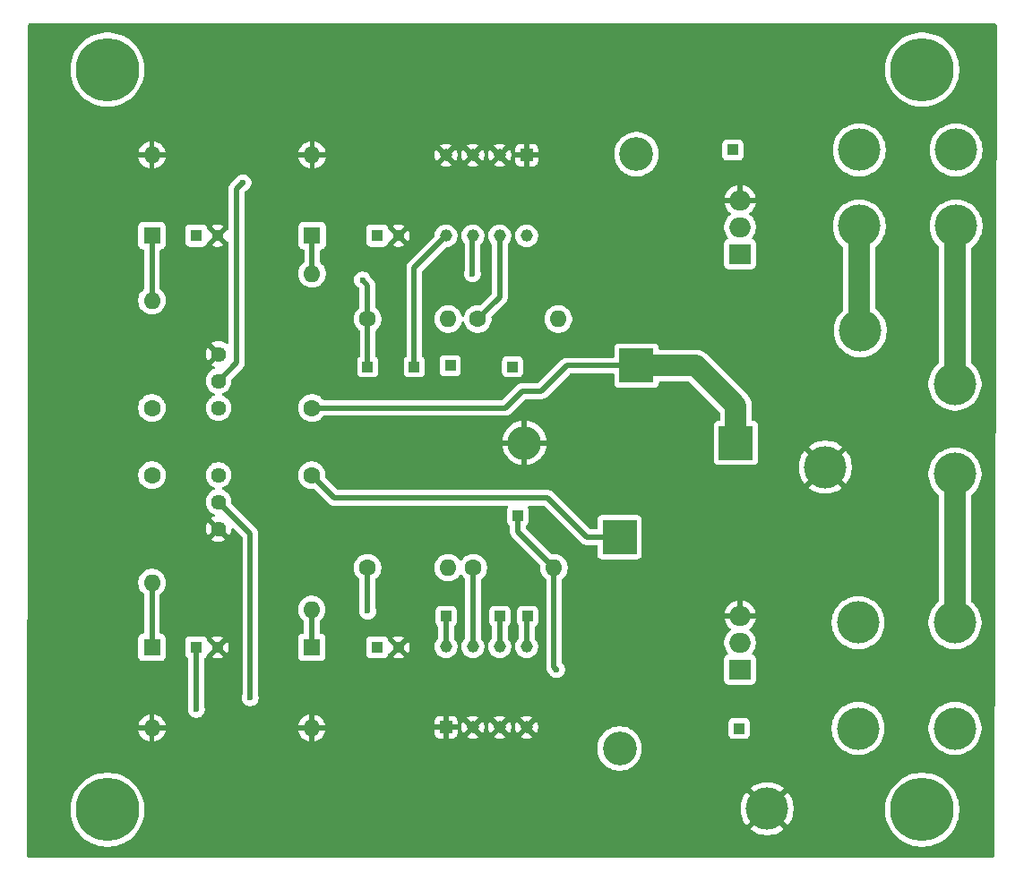
<source format=gtl>
G04 #@! TF.GenerationSoftware,KiCad,Pcbnew,9.0.1*
G04 #@! TF.CreationDate,2025-06-25T22:10:30+03:00*
G04 #@! TF.ProjectId,pcb_no_div,7063625f-6e6f-45f6-9469-762e6b696361,rev?*
G04 #@! TF.SameCoordinates,Original*
G04 #@! TF.FileFunction,Copper,L1,Top*
G04 #@! TF.FilePolarity,Positive*
%FSLAX46Y46*%
G04 Gerber Fmt 4.6, Leading zero omitted, Abs format (unit mm)*
G04 Created by KiCad (PCBNEW 9.0.1) date 2025-06-25 22:10:30*
%MOMM*%
%LPD*%
G01*
G04 APERTURE LIST*
G04 #@! TA.AperFunction,ComponentPad*
%ADD10C,1.600000*%
G04 #@! TD*
G04 #@! TA.AperFunction,ComponentPad*
%ADD11O,1.600000X1.600000*%
G04 #@! TD*
G04 #@! TA.AperFunction,ComponentPad*
%ADD12R,1.600000X1.600000*%
G04 #@! TD*
G04 #@! TA.AperFunction,ComponentPad*
%ADD13R,1.000000X1.000000*%
G04 #@! TD*
G04 #@! TA.AperFunction,ComponentPad*
%ADD14R,1.100000X1.100000*%
G04 #@! TD*
G04 #@! TA.AperFunction,ComponentPad*
%ADD15C,1.100000*%
G04 #@! TD*
G04 #@! TA.AperFunction,ComponentPad*
%ADD16C,4.000000*%
G04 #@! TD*
G04 #@! TA.AperFunction,ComponentPad*
%ADD17O,2.000000X1.905000*%
G04 #@! TD*
G04 #@! TA.AperFunction,ComponentPad*
%ADD18R,2.000000X1.905000*%
G04 #@! TD*
G04 #@! TA.AperFunction,ComponentPad*
%ADD19C,1.440000*%
G04 #@! TD*
G04 #@! TA.AperFunction,WasherPad*
%ADD20C,6.000000*%
G04 #@! TD*
G04 #@! TA.AperFunction,ComponentPad*
%ADD21R,1.160000X1.160000*%
G04 #@! TD*
G04 #@! TA.AperFunction,ComponentPad*
%ADD22C,1.160000*%
G04 #@! TD*
G04 #@! TA.AperFunction,ComponentPad*
%ADD23R,3.200000X3.200000*%
G04 #@! TD*
G04 #@! TA.AperFunction,ComponentPad*
%ADD24O,3.200000X3.200000*%
G04 #@! TD*
G04 #@! TA.AperFunction,ViaPad*
%ADD25C,0.600000*%
G04 #@! TD*
G04 #@! TA.AperFunction,Conductor*
%ADD26C,2.000000*%
G04 #@! TD*
G04 #@! TA.AperFunction,Conductor*
%ADD27C,0.500000*%
G04 #@! TD*
G04 #@! TA.AperFunction,Conductor*
%ADD28C,0.127000*%
G04 #@! TD*
G04 APERTURE END LIST*
D10*
X49950000Y-73250000D03*
D11*
X49950000Y-83410000D03*
D12*
X65100000Y-50600000D03*
D11*
X65100000Y-42980000D03*
D13*
X105450000Y-97200000D03*
D10*
X80740000Y-58500000D03*
D11*
X88360000Y-58500000D03*
D14*
X71250000Y-50600000D03*
D15*
X73250000Y-50600000D03*
D12*
X65050000Y-89540000D03*
D11*
X65050000Y-97160000D03*
D16*
X125950000Y-49700000D03*
D13*
X104850000Y-42500000D03*
X84550000Y-77100000D03*
D16*
X116700000Y-97200000D03*
D14*
X71250000Y-89540000D03*
D15*
X73250000Y-89540000D03*
D16*
X125850000Y-64650000D03*
D13*
X74750000Y-63000000D03*
D10*
X65050000Y-73250000D03*
D11*
X65050000Y-85950000D03*
D16*
X116800000Y-42500000D03*
X116900000Y-59600000D03*
X113600000Y-72500000D03*
D14*
X54150000Y-89540000D03*
D15*
X56150000Y-89540000D03*
D13*
X85450000Y-86600000D03*
X78150000Y-62900000D03*
D17*
X105540000Y-49800000D03*
D18*
X105540000Y-52340000D03*
D17*
X105540000Y-47260000D03*
D16*
X125850000Y-97200000D03*
D10*
X70340000Y-58500000D03*
D11*
X77960000Y-58500000D03*
D13*
X84050000Y-63000000D03*
D19*
X56250000Y-66890000D03*
X56250000Y-64350000D03*
X56250000Y-61810000D03*
D16*
X108100000Y-104800000D03*
D19*
X56250000Y-73250000D03*
X56250000Y-75790000D03*
X56250000Y-78330000D03*
D20*
X45750000Y-104900000D03*
D21*
X85360000Y-43000000D03*
D22*
X82820000Y-43000000D03*
X80280000Y-43000000D03*
X77740000Y-43000000D03*
X77740000Y-50620000D03*
X80280000Y-50620000D03*
X82820000Y-50620000D03*
X85360000Y-50620000D03*
D16*
X125950000Y-42500000D03*
X116800000Y-49700000D03*
D23*
X95750000Y-62900000D03*
D24*
X95750000Y-42900000D03*
D10*
X49950000Y-66890000D03*
D11*
X49950000Y-56730000D03*
D20*
X122750000Y-34900000D03*
D12*
X49950000Y-89540000D03*
D11*
X49950000Y-97160000D03*
D17*
X105540000Y-89100000D03*
D18*
X105540000Y-91640000D03*
D17*
X105540000Y-86560000D03*
D16*
X125850000Y-87200000D03*
D10*
X70340000Y-82000000D03*
D11*
X77960000Y-82000000D03*
D13*
X77750000Y-86600000D03*
D23*
X94150000Y-79100000D03*
D24*
X94150000Y-99100000D03*
D14*
X54150000Y-50600000D03*
D15*
X56150000Y-50600000D03*
D20*
X45750000Y-34900000D03*
D16*
X125850000Y-73150000D03*
D10*
X80340000Y-82000000D03*
D11*
X87960000Y-82000000D03*
D23*
X105150000Y-70200000D03*
D24*
X85150000Y-70200000D03*
D13*
X82850000Y-86600000D03*
D12*
X49950000Y-50600000D03*
D11*
X49950000Y-42980000D03*
D13*
X70350000Y-63000000D03*
D20*
X122750000Y-104900000D03*
D16*
X116700000Y-87200000D03*
D10*
X65100000Y-66890000D03*
D11*
X65100000Y-54190000D03*
D21*
X77740000Y-97100000D03*
D22*
X80280000Y-97100000D03*
X82820000Y-97100000D03*
X85360000Y-97100000D03*
X85360000Y-89480000D03*
X82820000Y-89480000D03*
X80280000Y-89480000D03*
X77740000Y-89480000D03*
D25*
X46100000Y-74700000D03*
X120600000Y-69500000D03*
X51250000Y-70000000D03*
X75850000Y-77000000D03*
X108800000Y-37200000D03*
X82800000Y-100150000D03*
X81300000Y-32750000D03*
X45800000Y-40200000D03*
X76700000Y-70000000D03*
X46100000Y-79800000D03*
X81800000Y-70000000D03*
X71100000Y-102350000D03*
X91100000Y-37900000D03*
X46150000Y-54700000D03*
X55200000Y-33100000D03*
X52500000Y-103500000D03*
X60900000Y-102350000D03*
X76600000Y-54200000D03*
X66000000Y-32750000D03*
X55000000Y-37900000D03*
X86000000Y-107500000D03*
X66000000Y-102350000D03*
X71650000Y-70000000D03*
X70650000Y-77400000D03*
X105450000Y-76300000D03*
X86000000Y-102400000D03*
X92250000Y-83200000D03*
X101350000Y-67400000D03*
X93050000Y-60050000D03*
X88650000Y-42000000D03*
X112900000Y-54400000D03*
X56250000Y-107400000D03*
X121000000Y-90800000D03*
X80900000Y-102400000D03*
X67550000Y-100150000D03*
X56550000Y-83000000D03*
X41000000Y-93700000D03*
X71900000Y-65550000D03*
X56350000Y-54700000D03*
X60900000Y-107450000D03*
X99900000Y-102400000D03*
X56250000Y-102300000D03*
X89800000Y-55750000D03*
X76200000Y-107450000D03*
X87750000Y-78600000D03*
X113300000Y-107500000D03*
X81800000Y-73300000D03*
X41000000Y-74700000D03*
X51250000Y-54700000D03*
X87900000Y-100150000D03*
X123000000Y-53400000D03*
X76200000Y-32750000D03*
X120400000Y-79900000D03*
X46150000Y-64900000D03*
X91100000Y-32800000D03*
X66550000Y-70000000D03*
X71100000Y-32750000D03*
X123700000Y-68100000D03*
X91100000Y-102400000D03*
X122700000Y-56400000D03*
X88150000Y-95950000D03*
X86000000Y-37900000D03*
X71900000Y-55350000D03*
X116500000Y-76900000D03*
X77750000Y-100150000D03*
X123100000Y-92100000D03*
X61950000Y-75350000D03*
X48400000Y-100050000D03*
X121500000Y-61600000D03*
X73950000Y-86100000D03*
X108800000Y-32600000D03*
X52000000Y-33000000D03*
X89450000Y-60950000D03*
X114800000Y-101300000D03*
X45700000Y-96300000D03*
X66000000Y-107450000D03*
X41050000Y-70000000D03*
X88500000Y-48550000D03*
X56350000Y-70000000D03*
X92200000Y-88150000D03*
X61850000Y-90950000D03*
X52850000Y-85350000D03*
X110600000Y-58100000D03*
X106300000Y-82200000D03*
X61450000Y-70000000D03*
X76950000Y-73050000D03*
X46150000Y-70000000D03*
X119700000Y-100700000D03*
X46150000Y-59800000D03*
X100050000Y-83400000D03*
X46100000Y-93700000D03*
X52700000Y-107200000D03*
X71900000Y-60450000D03*
X116500000Y-106800000D03*
X98050000Y-87700000D03*
X91100000Y-107500000D03*
X125600000Y-90900000D03*
X41200000Y-99300000D03*
X96200000Y-102400000D03*
X92000000Y-70000000D03*
X51850000Y-64900000D03*
X41100000Y-95900000D03*
X71650000Y-73050000D03*
X105800000Y-55800000D03*
X121500000Y-59300000D03*
X101300000Y-32800000D03*
X96200000Y-37900000D03*
X55900000Y-42700000D03*
X80450000Y-78900000D03*
X61200000Y-79800000D03*
X56350000Y-58900000D03*
X88700000Y-44850000D03*
X61350000Y-37800000D03*
X72800000Y-42550000D03*
X46100000Y-84900000D03*
X105000000Y-32800000D03*
X61350000Y-32700000D03*
X116800000Y-32700000D03*
X99900000Y-107500000D03*
X41050000Y-64900000D03*
X78000000Y-47000000D03*
X45000000Y-99800000D03*
X76200000Y-37850000D03*
X41100000Y-50050000D03*
X96200000Y-32800000D03*
X117300000Y-36000000D03*
X54850000Y-45100000D03*
X86000000Y-32800000D03*
X53500000Y-100050000D03*
X58550000Y-100050000D03*
X115700000Y-103500000D03*
X61450000Y-54700000D03*
X44300000Y-45300000D03*
X113200000Y-104200000D03*
X40900000Y-45900000D03*
X46100000Y-90000000D03*
X51750000Y-59850000D03*
X46200000Y-50050000D03*
X105000000Y-37900000D03*
X61850000Y-85950000D03*
X88700000Y-53350000D03*
X105200000Y-58200000D03*
X41000000Y-79800000D03*
X66000000Y-37850000D03*
X81300000Y-37850000D03*
X80900000Y-107500000D03*
X71100000Y-37850000D03*
X112700000Y-32900000D03*
X110500000Y-52900000D03*
X96200000Y-107500000D03*
X110300000Y-85700000D03*
X51300000Y-38000000D03*
X63650000Y-100050000D03*
X120400000Y-76500000D03*
X69500000Y-42650000D03*
X41050000Y-54700000D03*
X120700000Y-53300000D03*
X116100000Y-80500000D03*
X117900000Y-68600000D03*
X78750000Y-91950000D03*
X108100000Y-60900000D03*
X60200000Y-42700000D03*
X72650000Y-100150000D03*
X113300000Y-37200000D03*
X112300000Y-76800000D03*
X100250000Y-76050000D03*
X76200000Y-102350000D03*
X41050000Y-59800000D03*
X61450000Y-64900000D03*
X41200000Y-41100000D03*
X101300000Y-37900000D03*
X118800000Y-72300000D03*
X71100000Y-107450000D03*
X41000000Y-90000000D03*
X112600000Y-86700000D03*
X61450000Y-59800000D03*
X41000000Y-84900000D03*
X112300000Y-61200000D03*
X80250000Y-54200000D03*
X58550000Y-45600000D03*
X59250000Y-94300000D03*
X88190000Y-91640000D03*
X69850000Y-54800000D03*
X54150000Y-95400000D03*
X70350000Y-86100000D03*
D26*
X105150000Y-66700000D02*
X101350000Y-62900000D01*
D27*
X83360000Y-66890000D02*
X84950000Y-65300000D01*
X89150000Y-62900000D02*
X95750000Y-62900000D01*
X65100000Y-66890000D02*
X83360000Y-66890000D01*
D26*
X125850000Y-64650000D02*
X125850000Y-49800000D01*
X101350000Y-62900000D02*
X95750000Y-62900000D01*
X116800000Y-49700000D02*
X116800000Y-59500000D01*
X116800000Y-59500000D02*
X116900000Y-59600000D01*
D28*
X125850000Y-49800000D02*
X125950000Y-49700000D01*
D27*
X86750000Y-65300000D02*
X89150000Y-62900000D01*
X84950000Y-65300000D02*
X86750000Y-65300000D01*
D26*
X105150000Y-70200000D02*
X105150000Y-66700000D01*
D28*
X95650000Y-42800000D02*
X95750000Y-42900000D01*
D27*
X82820000Y-56420000D02*
X80740000Y-58500000D01*
X82820000Y-50620000D02*
X82820000Y-56420000D01*
X80250000Y-54200000D02*
X80250000Y-50650000D01*
X57950000Y-62650000D02*
X56250000Y-64350000D01*
X80250000Y-50650000D02*
X80280000Y-50620000D01*
X57950000Y-46200000D02*
X57950000Y-62650000D01*
X58550000Y-45600000D02*
X57950000Y-46200000D01*
X82820000Y-86630000D02*
X82850000Y-86600000D01*
X59250000Y-78790000D02*
X56250000Y-75790000D01*
X59250000Y-94300000D02*
X59250000Y-78790000D01*
X82820000Y-89480000D02*
X82820000Y-86630000D01*
X80280000Y-89480000D02*
X80280000Y-82060000D01*
X80280000Y-82060000D02*
X80340000Y-82000000D01*
X88190000Y-91640000D02*
X87960000Y-91410000D01*
X84550000Y-78590000D02*
X87960000Y-82000000D01*
X87960000Y-91410000D02*
X87960000Y-82000000D01*
X84550000Y-77100000D02*
X84550000Y-78590000D01*
X74750000Y-63000000D02*
X74750000Y-53610000D01*
X74750000Y-53610000D02*
X77740000Y-50620000D01*
X49950000Y-50600000D02*
X49950000Y-56730000D01*
X70350000Y-63000000D02*
X70350000Y-58510000D01*
X69850000Y-54800000D02*
X70340000Y-55290000D01*
X65100000Y-50600000D02*
X65100000Y-54190000D01*
X70350000Y-58510000D02*
X70340000Y-58500000D01*
X70340000Y-55290000D02*
X70340000Y-58500000D01*
X54150000Y-95400000D02*
X54150000Y-89540000D01*
X85360000Y-89480000D02*
X85360000Y-86690000D01*
X85360000Y-86690000D02*
X85450000Y-86600000D01*
X49950000Y-83410000D02*
X49950000Y-89540000D01*
X77740000Y-86610000D02*
X77750000Y-86600000D01*
X70340000Y-86090000D02*
X70350000Y-86100000D01*
X65050000Y-85950000D02*
X65050000Y-89540000D01*
X77740000Y-89480000D02*
X77740000Y-86610000D01*
X70340000Y-82000000D02*
X70340000Y-86090000D01*
X67200000Y-75400000D02*
X87350000Y-75400000D01*
D26*
X125850000Y-73150000D02*
X125850000Y-87200000D01*
D27*
X87350000Y-75400000D02*
X91050000Y-79100000D01*
X65050000Y-73250000D02*
X67200000Y-75400000D01*
X91050000Y-79100000D02*
X94150000Y-79100000D01*
G04 #@! TA.AperFunction,Conductor*
G36*
X129740973Y-30570185D02*
G01*
X129786728Y-30622989D01*
X129797933Y-30674809D01*
X129603757Y-108199849D01*
X129601062Y-109275811D01*
X129581209Y-109342801D01*
X129528291Y-109388423D01*
X129477062Y-109399500D01*
X38275282Y-109399500D01*
X38208243Y-109379815D01*
X38162488Y-109327011D01*
X38151282Y-109275345D01*
X38153237Y-107715024D01*
X38156978Y-104728031D01*
X42249500Y-104728031D01*
X42249500Y-105071969D01*
X42257535Y-105153554D01*
X42283210Y-105414249D01*
X42350308Y-105751572D01*
X42450150Y-106080706D01*
X42581770Y-106398464D01*
X42581772Y-106398469D01*
X42743893Y-106701775D01*
X42743904Y-106701793D01*
X42934975Y-106987751D01*
X42934985Y-106987765D01*
X43153176Y-107253632D01*
X43396367Y-107496823D01*
X43396372Y-107496827D01*
X43396373Y-107496828D01*
X43662240Y-107715019D01*
X43948213Y-107906100D01*
X43948222Y-107906105D01*
X43948224Y-107906106D01*
X44251530Y-108068227D01*
X44251532Y-108068227D01*
X44251538Y-108068231D01*
X44569295Y-108199850D01*
X44898422Y-108299690D01*
X45235750Y-108366789D01*
X45578031Y-108400500D01*
X45578034Y-108400500D01*
X45921966Y-108400500D01*
X45921969Y-108400500D01*
X46264250Y-108366789D01*
X46601578Y-108299690D01*
X46930705Y-108199850D01*
X47248462Y-108068231D01*
X47551787Y-107906100D01*
X47837760Y-107715019D01*
X48103627Y-107496828D01*
X48346828Y-107253627D01*
X48565019Y-106987760D01*
X48756100Y-106701787D01*
X48918231Y-106398462D01*
X49049850Y-106080705D01*
X49149690Y-105751578D01*
X49216789Y-105414250D01*
X49250500Y-105071969D01*
X49250500Y-104728031D01*
X49243760Y-104659598D01*
X105600000Y-104659598D01*
X105600000Y-104940401D01*
X105631437Y-105219412D01*
X105631439Y-105219424D01*
X105693921Y-105493178D01*
X105693922Y-105493180D01*
X105786662Y-105758217D01*
X105908492Y-106011200D01*
X106057884Y-106248956D01*
X106164187Y-106382257D01*
X107237425Y-105309019D01*
X107323249Y-105437463D01*
X107462537Y-105576751D01*
X107590979Y-105662573D01*
X106517741Y-106735810D01*
X106517741Y-106735811D01*
X106651043Y-106842115D01*
X106888799Y-106991507D01*
X107141782Y-107113337D01*
X107406819Y-107206077D01*
X107406821Y-107206078D01*
X107680575Y-107268560D01*
X107680587Y-107268562D01*
X107959598Y-107299999D01*
X107959600Y-107300000D01*
X108240400Y-107300000D01*
X108240401Y-107299999D01*
X108519412Y-107268562D01*
X108519424Y-107268560D01*
X108793178Y-107206078D01*
X108793180Y-107206077D01*
X109058217Y-107113337D01*
X109311200Y-106991507D01*
X109548956Y-106842116D01*
X109682257Y-106735810D01*
X108609020Y-105662573D01*
X108737463Y-105576751D01*
X108876751Y-105437463D01*
X108962573Y-105309020D01*
X110035810Y-106382257D01*
X110142116Y-106248956D01*
X110291507Y-106011200D01*
X110413337Y-105758217D01*
X110506077Y-105493180D01*
X110506078Y-105493178D01*
X110568560Y-105219424D01*
X110568562Y-105219412D01*
X110599999Y-104940401D01*
X110600000Y-104940399D01*
X110600000Y-104728031D01*
X119249500Y-104728031D01*
X119249500Y-105071969D01*
X119257535Y-105153554D01*
X119283210Y-105414249D01*
X119350308Y-105751572D01*
X119450150Y-106080706D01*
X119581770Y-106398464D01*
X119581772Y-106398469D01*
X119743893Y-106701775D01*
X119743904Y-106701793D01*
X119934975Y-106987751D01*
X119934985Y-106987765D01*
X120153176Y-107253632D01*
X120396367Y-107496823D01*
X120396372Y-107496827D01*
X120396373Y-107496828D01*
X120662240Y-107715019D01*
X120948213Y-107906100D01*
X120948222Y-107906105D01*
X120948224Y-107906106D01*
X121251530Y-108068227D01*
X121251532Y-108068227D01*
X121251538Y-108068231D01*
X121569295Y-108199850D01*
X121898422Y-108299690D01*
X122235750Y-108366789D01*
X122578031Y-108400500D01*
X122578034Y-108400500D01*
X122921966Y-108400500D01*
X122921969Y-108400500D01*
X123264250Y-108366789D01*
X123601578Y-108299690D01*
X123930705Y-108199850D01*
X124248462Y-108068231D01*
X124551787Y-107906100D01*
X124837760Y-107715019D01*
X125103627Y-107496828D01*
X125346828Y-107253627D01*
X125565019Y-106987760D01*
X125756100Y-106701787D01*
X125918231Y-106398462D01*
X126049850Y-106080705D01*
X126149690Y-105751578D01*
X126216789Y-105414250D01*
X126250500Y-105071969D01*
X126250500Y-104728031D01*
X126216789Y-104385750D01*
X126149690Y-104048422D01*
X126049850Y-103719295D01*
X125918231Y-103401538D01*
X125756100Y-103098213D01*
X125565019Y-102812240D01*
X125346828Y-102546373D01*
X125346827Y-102546372D01*
X125346823Y-102546367D01*
X125103632Y-102303176D01*
X124837765Y-102084985D01*
X124837764Y-102084984D01*
X124837760Y-102084981D01*
X124551787Y-101893900D01*
X124551782Y-101893897D01*
X124551775Y-101893893D01*
X124248469Y-101731772D01*
X124248464Y-101731770D01*
X123930706Y-101600150D01*
X123601572Y-101500308D01*
X123264248Y-101433210D01*
X123264249Y-101433210D01*
X123006456Y-101407821D01*
X122921969Y-101399500D01*
X122578031Y-101399500D01*
X122499966Y-101407188D01*
X122235750Y-101433210D01*
X121898427Y-101500308D01*
X121569293Y-101600150D01*
X121251535Y-101731770D01*
X121251530Y-101731772D01*
X120948224Y-101893893D01*
X120948206Y-101893904D01*
X120662248Y-102084975D01*
X120662234Y-102084985D01*
X120396367Y-102303176D01*
X120153176Y-102546367D01*
X119934985Y-102812234D01*
X119934975Y-102812248D01*
X119743904Y-103098206D01*
X119743893Y-103098224D01*
X119581772Y-103401530D01*
X119581770Y-103401535D01*
X119450150Y-103719293D01*
X119350308Y-104048427D01*
X119283210Y-104385750D01*
X119271140Y-104508311D01*
X119249500Y-104728031D01*
X110600000Y-104728031D01*
X110600000Y-104659600D01*
X110599999Y-104659598D01*
X110568562Y-104380587D01*
X110568560Y-104380575D01*
X110506078Y-104106821D01*
X110506077Y-104106819D01*
X110413337Y-103841782D01*
X110291507Y-103588799D01*
X110142115Y-103351043D01*
X110035810Y-103217741D01*
X108962573Y-104290978D01*
X108876751Y-104162537D01*
X108737463Y-104023249D01*
X108609020Y-103937425D01*
X109682257Y-102864187D01*
X109548956Y-102757884D01*
X109311200Y-102608492D01*
X109058217Y-102486662D01*
X108793180Y-102393922D01*
X108793178Y-102393921D01*
X108519424Y-102331439D01*
X108519412Y-102331437D01*
X108240401Y-102300000D01*
X107959598Y-102300000D01*
X107680587Y-102331437D01*
X107680575Y-102331439D01*
X107406821Y-102393921D01*
X107406819Y-102393922D01*
X107141782Y-102486662D01*
X106888799Y-102608492D01*
X106651043Y-102757884D01*
X106517741Y-102864187D01*
X107590979Y-103937425D01*
X107462537Y-104023249D01*
X107323249Y-104162537D01*
X107237426Y-104290979D01*
X106164187Y-103217741D01*
X106057884Y-103351043D01*
X105908492Y-103588799D01*
X105786662Y-103841782D01*
X105693922Y-104106819D01*
X105693921Y-104106821D01*
X105631439Y-104380575D01*
X105631437Y-104380587D01*
X105600000Y-104659598D01*
X49243760Y-104659598D01*
X49216789Y-104385750D01*
X49149690Y-104048422D01*
X49049850Y-103719295D01*
X48918231Y-103401538D01*
X48756100Y-103098213D01*
X48756089Y-103098196D01*
X48678133Y-102981526D01*
X48678132Y-102981525D01*
X48565024Y-102812248D01*
X48565019Y-102812240D01*
X48346828Y-102546373D01*
X48346827Y-102546372D01*
X48346823Y-102546367D01*
X48103632Y-102303176D01*
X47837765Y-102084985D01*
X47837764Y-102084984D01*
X47837760Y-102084981D01*
X47551787Y-101893900D01*
X47551782Y-101893897D01*
X47551775Y-101893893D01*
X47248469Y-101731772D01*
X47248464Y-101731770D01*
X46930706Y-101600150D01*
X46601572Y-101500308D01*
X46264248Y-101433210D01*
X46264249Y-101433210D01*
X46006456Y-101407821D01*
X45921969Y-101399500D01*
X45578031Y-101399500D01*
X45499966Y-101407188D01*
X45235750Y-101433210D01*
X44898427Y-101500308D01*
X44569293Y-101600150D01*
X44251535Y-101731770D01*
X44251530Y-101731772D01*
X43948224Y-101893893D01*
X43948206Y-101893904D01*
X43662248Y-102084975D01*
X43662234Y-102084985D01*
X43396367Y-102303176D01*
X43153176Y-102546367D01*
X42934985Y-102812234D01*
X42934975Y-102812248D01*
X42743904Y-103098206D01*
X42743893Y-103098224D01*
X42581772Y-103401530D01*
X42581770Y-103401535D01*
X42450150Y-103719293D01*
X42350308Y-104048427D01*
X42283210Y-104385750D01*
X42271140Y-104508311D01*
X42249500Y-104728031D01*
X38156978Y-104728031D01*
X38164198Y-98962332D01*
X92049500Y-98962332D01*
X92049500Y-99237667D01*
X92049501Y-99237684D01*
X92085438Y-99510655D01*
X92085439Y-99510660D01*
X92085440Y-99510666D01*
X92086280Y-99513801D01*
X92156704Y-99776630D01*
X92262075Y-100031017D01*
X92262080Y-100031028D01*
X92344861Y-100174407D01*
X92399751Y-100269479D01*
X92399753Y-100269482D01*
X92399754Y-100269483D01*
X92567370Y-100487926D01*
X92567376Y-100487933D01*
X92762066Y-100682623D01*
X92762072Y-100682628D01*
X92980521Y-100850249D01*
X93133778Y-100938732D01*
X93218971Y-100987919D01*
X93218976Y-100987921D01*
X93218979Y-100987923D01*
X93473368Y-101093295D01*
X93739334Y-101164560D01*
X94012326Y-101200500D01*
X94012333Y-101200500D01*
X94287667Y-101200500D01*
X94287674Y-101200500D01*
X94560666Y-101164560D01*
X94826632Y-101093295D01*
X95081021Y-100987923D01*
X95319479Y-100850249D01*
X95537928Y-100682628D01*
X95732628Y-100487928D01*
X95900249Y-100269479D01*
X96037923Y-100031021D01*
X96143295Y-99776632D01*
X96214560Y-99510666D01*
X96250500Y-99237674D01*
X96250500Y-98962326D01*
X96214560Y-98689334D01*
X96143295Y-98423368D01*
X96037923Y-98168979D01*
X96037921Y-98168976D01*
X96037919Y-98168971D01*
X95988732Y-98083778D01*
X95900249Y-97930521D01*
X95790413Y-97787379D01*
X95732629Y-97712073D01*
X95732623Y-97712066D01*
X95537933Y-97517376D01*
X95537926Y-97517370D01*
X95319483Y-97349754D01*
X95319482Y-97349753D01*
X95319479Y-97349751D01*
X95224407Y-97294861D01*
X95081028Y-97212080D01*
X95081017Y-97212075D01*
X94826630Y-97106704D01*
X94693649Y-97071072D01*
X94560666Y-97035440D01*
X94560660Y-97035439D01*
X94560655Y-97035438D01*
X94287684Y-96999501D01*
X94287679Y-96999500D01*
X94287674Y-96999500D01*
X94012326Y-96999500D01*
X94012320Y-96999500D01*
X94012315Y-96999501D01*
X93739344Y-97035438D01*
X93739337Y-97035439D01*
X93739334Y-97035440D01*
X93685100Y-97049972D01*
X93473369Y-97106704D01*
X93218982Y-97212075D01*
X93218971Y-97212080D01*
X92980516Y-97349754D01*
X92762073Y-97517370D01*
X92762066Y-97517376D01*
X92567376Y-97712066D01*
X92567370Y-97712073D01*
X92399754Y-97930516D01*
X92399751Y-97930520D01*
X92399751Y-97930521D01*
X92392930Y-97942335D01*
X92262080Y-98168971D01*
X92262075Y-98168982D01*
X92156704Y-98423369D01*
X92100500Y-98633125D01*
X92096182Y-98649246D01*
X92085441Y-98689331D01*
X92085438Y-98689344D01*
X92049501Y-98962315D01*
X92049500Y-98962332D01*
X38164198Y-98962332D01*
X38165186Y-98173596D01*
X38166189Y-97372782D01*
X38166722Y-96946908D01*
X38166768Y-96910000D01*
X48673391Y-96910000D01*
X49634314Y-96910000D01*
X49629920Y-96914394D01*
X49577259Y-97005606D01*
X49550000Y-97107339D01*
X49550000Y-97212661D01*
X49577259Y-97314394D01*
X49629920Y-97405606D01*
X49634314Y-97410000D01*
X48673391Y-97410000D01*
X48682009Y-97464413D01*
X48745244Y-97659029D01*
X48838140Y-97841349D01*
X48958417Y-98006894D01*
X48958417Y-98006895D01*
X49103104Y-98151582D01*
X49268650Y-98271859D01*
X49450968Y-98364754D01*
X49645578Y-98427988D01*
X49700000Y-98436607D01*
X49700000Y-97475686D01*
X49704394Y-97480080D01*
X49795606Y-97532741D01*
X49897339Y-97560000D01*
X50002661Y-97560000D01*
X50104394Y-97532741D01*
X50195606Y-97480080D01*
X50200000Y-97475686D01*
X50200000Y-98436606D01*
X50254421Y-98427988D01*
X50449031Y-98364754D01*
X50631349Y-98271859D01*
X50796894Y-98151582D01*
X50796895Y-98151582D01*
X50941582Y-98006895D01*
X50941582Y-98006894D01*
X51061859Y-97841349D01*
X51154755Y-97659029D01*
X51217990Y-97464413D01*
X51226609Y-97410000D01*
X50265686Y-97410000D01*
X50270080Y-97405606D01*
X50322741Y-97314394D01*
X50350000Y-97212661D01*
X50350000Y-97107339D01*
X50322741Y-97005606D01*
X50270080Y-96914394D01*
X50265686Y-96910000D01*
X51226609Y-96910000D01*
X63773391Y-96910000D01*
X64734314Y-96910000D01*
X64729920Y-96914394D01*
X64677259Y-97005606D01*
X64650000Y-97107339D01*
X64650000Y-97212661D01*
X64677259Y-97314394D01*
X64729920Y-97405606D01*
X64734314Y-97410000D01*
X63773391Y-97410000D01*
X63782009Y-97464413D01*
X63845244Y-97659029D01*
X63938140Y-97841349D01*
X64058417Y-98006894D01*
X64058417Y-98006895D01*
X64203104Y-98151582D01*
X64368650Y-98271859D01*
X64550968Y-98364754D01*
X64745578Y-98427988D01*
X64800000Y-98436607D01*
X64800000Y-97475686D01*
X64804394Y-97480080D01*
X64895606Y-97532741D01*
X64997339Y-97560000D01*
X65102661Y-97560000D01*
X65204394Y-97532741D01*
X65295606Y-97480080D01*
X65300000Y-97475686D01*
X65300000Y-98436606D01*
X65354421Y-98427988D01*
X65549031Y-98364754D01*
X65731349Y-98271859D01*
X65896894Y-98151582D01*
X65896895Y-98151582D01*
X66041582Y-98006895D01*
X66041582Y-98006894D01*
X66161859Y-97841349D01*
X66254755Y-97659029D01*
X66317990Y-97464413D01*
X66326609Y-97410000D01*
X65365686Y-97410000D01*
X65370080Y-97405606D01*
X65422741Y-97314394D01*
X65450000Y-97212661D01*
X65450000Y-97107339D01*
X65422741Y-97005606D01*
X65370080Y-96914394D01*
X65365686Y-96910000D01*
X66326609Y-96910000D01*
X66326609Y-96909999D01*
X66317990Y-96855586D01*
X66254755Y-96660970D01*
X66185550Y-96525146D01*
X66185549Y-96525144D01*
X66161861Y-96478652D01*
X66157141Y-96472155D01*
X76660000Y-96472155D01*
X76660000Y-96850000D01*
X77452599Y-96850000D01*
X77435924Y-96866675D01*
X77385896Y-96953325D01*
X77360000Y-97049972D01*
X77360000Y-97150028D01*
X77385896Y-97246675D01*
X77435924Y-97333325D01*
X77452599Y-97350000D01*
X76660000Y-97350000D01*
X76660000Y-97727844D01*
X76666401Y-97787372D01*
X76666403Y-97787379D01*
X76716645Y-97922086D01*
X76716649Y-97922093D01*
X76802809Y-98037187D01*
X76802812Y-98037190D01*
X76917906Y-98123350D01*
X76917913Y-98123354D01*
X77052620Y-98173596D01*
X77052627Y-98173598D01*
X77112155Y-98179999D01*
X77112172Y-98180000D01*
X77490000Y-98180000D01*
X77490000Y-97387401D01*
X77506675Y-97404076D01*
X77593325Y-97454104D01*
X77689972Y-97480000D01*
X77790028Y-97480000D01*
X77886675Y-97454104D01*
X77973325Y-97404076D01*
X77990000Y-97387401D01*
X77990000Y-98180000D01*
X78367828Y-98180000D01*
X78367844Y-98179999D01*
X78427372Y-98173598D01*
X78427379Y-98173596D01*
X78562086Y-98123354D01*
X78562093Y-98123350D01*
X78677187Y-98037190D01*
X78677190Y-98037187D01*
X78763352Y-97922090D01*
X78813596Y-97787379D01*
X78813598Y-97787372D01*
X78819999Y-97727844D01*
X78820000Y-97727827D01*
X78820000Y-97350000D01*
X78027401Y-97350000D01*
X78044076Y-97333325D01*
X78094104Y-97246675D01*
X78120000Y-97150028D01*
X78120000Y-97049972D01*
X78110628Y-97014996D01*
X79200000Y-97014996D01*
X79200000Y-97185003D01*
X79226593Y-97352902D01*
X79279122Y-97514573D01*
X79279123Y-97514576D01*
X79356302Y-97666045D01*
X79358027Y-97668418D01*
X79900000Y-97126445D01*
X79900000Y-97150028D01*
X79925896Y-97246675D01*
X79975924Y-97333325D01*
X80046675Y-97404076D01*
X80133325Y-97454104D01*
X80229972Y-97480000D01*
X80253553Y-97480000D01*
X79711580Y-98021971D01*
X79713955Y-98023698D01*
X79865423Y-98100876D01*
X79865426Y-98100877D01*
X80027097Y-98153406D01*
X80194997Y-98180000D01*
X80365003Y-98180000D01*
X80532902Y-98153406D01*
X80694573Y-98100877D01*
X80694576Y-98100876D01*
X80846040Y-98023700D01*
X80846042Y-98023699D01*
X80848418Y-98021971D01*
X80306448Y-97480000D01*
X80330028Y-97480000D01*
X80426675Y-97454104D01*
X80513325Y-97404076D01*
X80584076Y-97333325D01*
X80634104Y-97246675D01*
X80660000Y-97150028D01*
X80660000Y-97126447D01*
X81201971Y-97668418D01*
X81203699Y-97666042D01*
X81203700Y-97666040D01*
X81280876Y-97514576D01*
X81280877Y-97514573D01*
X81333406Y-97352902D01*
X81360000Y-97185003D01*
X81360000Y-97014996D01*
X81740000Y-97014996D01*
X81740000Y-97185003D01*
X81766593Y-97352902D01*
X81819122Y-97514573D01*
X81819123Y-97514576D01*
X81896302Y-97666045D01*
X81898027Y-97668418D01*
X82440000Y-97126445D01*
X82440000Y-97150028D01*
X82465896Y-97246675D01*
X82515924Y-97333325D01*
X82586675Y-97404076D01*
X82673325Y-97454104D01*
X82769972Y-97480000D01*
X82793553Y-97480000D01*
X82251580Y-98021971D01*
X82253955Y-98023698D01*
X82405423Y-98100876D01*
X82405426Y-98100877D01*
X82567097Y-98153406D01*
X82734997Y-98180000D01*
X82905003Y-98180000D01*
X83072902Y-98153406D01*
X83234573Y-98100877D01*
X83234576Y-98100876D01*
X83386040Y-98023700D01*
X83386042Y-98023699D01*
X83388418Y-98021971D01*
X82846448Y-97480000D01*
X82870028Y-97480000D01*
X82966675Y-97454104D01*
X83053325Y-97404076D01*
X83124076Y-97333325D01*
X83174104Y-97246675D01*
X83200000Y-97150028D01*
X83200000Y-97126447D01*
X83741971Y-97668418D01*
X83743699Y-97666042D01*
X83743700Y-97666040D01*
X83820876Y-97514576D01*
X83820877Y-97514573D01*
X83873406Y-97352902D01*
X83900000Y-97185003D01*
X83900000Y-97014996D01*
X84280000Y-97014996D01*
X84280000Y-97185003D01*
X84306593Y-97352902D01*
X84359122Y-97514573D01*
X84359123Y-97514576D01*
X84436302Y-97666045D01*
X84438027Y-97668418D01*
X84980000Y-97126445D01*
X84980000Y-97150028D01*
X85005896Y-97246675D01*
X85055924Y-97333325D01*
X85126675Y-97404076D01*
X85213325Y-97454104D01*
X85309972Y-97480000D01*
X85333553Y-97480000D01*
X84791580Y-98021971D01*
X84793955Y-98023698D01*
X84945423Y-98100876D01*
X84945426Y-98100877D01*
X85107097Y-98153406D01*
X85274997Y-98180000D01*
X85445003Y-98180000D01*
X85612902Y-98153406D01*
X85774573Y-98100877D01*
X85774576Y-98100876D01*
X85926040Y-98023700D01*
X85926042Y-98023699D01*
X85928418Y-98021971D01*
X85386448Y-97480000D01*
X85410028Y-97480000D01*
X85506675Y-97454104D01*
X85593325Y-97404076D01*
X85664076Y-97333325D01*
X85714104Y-97246675D01*
X85740000Y-97150028D01*
X85740000Y-97126447D01*
X86281971Y-97668418D01*
X86283699Y-97666042D01*
X86283700Y-97666040D01*
X86360876Y-97514576D01*
X86360877Y-97514573D01*
X86413406Y-97352902D01*
X86440000Y-97185003D01*
X86440000Y-97014996D01*
X86413406Y-96847097D01*
X86361429Y-96687124D01*
X86361428Y-96687122D01*
X86360879Y-96685433D01*
X86360876Y-96685423D01*
X86343915Y-96652135D01*
X104449500Y-96652135D01*
X104449500Y-97747870D01*
X104449501Y-97747876D01*
X104455908Y-97807483D01*
X104506202Y-97942328D01*
X104506206Y-97942335D01*
X104592452Y-98057544D01*
X104592455Y-98057547D01*
X104707664Y-98143793D01*
X104707671Y-98143797D01*
X104842517Y-98194091D01*
X104842516Y-98194091D01*
X104849444Y-98194835D01*
X104902127Y-98200500D01*
X105997872Y-98200499D01*
X106057483Y-98194091D01*
X106192331Y-98143796D01*
X106307546Y-98057546D01*
X106393796Y-97942331D01*
X106444091Y-97807483D01*
X106450500Y-97747873D01*
X106450499Y-97059568D01*
X114199500Y-97059568D01*
X114199500Y-97340431D01*
X114230942Y-97619494D01*
X114230945Y-97619512D01*
X114293439Y-97893317D01*
X114293443Y-97893329D01*
X114386200Y-98158411D01*
X114508053Y-98411442D01*
X114508055Y-98411445D01*
X114657477Y-98649248D01*
X114832584Y-98868825D01*
X115031175Y-99067416D01*
X115250752Y-99242523D01*
X115488555Y-99391945D01*
X115741592Y-99513801D01*
X115940680Y-99583465D01*
X116006670Y-99606556D01*
X116006682Y-99606560D01*
X116280491Y-99669055D01*
X116280497Y-99669055D01*
X116280505Y-99669057D01*
X116466547Y-99690018D01*
X116559569Y-99700499D01*
X116559572Y-99700500D01*
X116559575Y-99700500D01*
X116840428Y-99700500D01*
X116840429Y-99700499D01*
X116983055Y-99684429D01*
X117119494Y-99669057D01*
X117119499Y-99669056D01*
X117119509Y-99669055D01*
X117393318Y-99606560D01*
X117658408Y-99513801D01*
X117911445Y-99391945D01*
X118149248Y-99242523D01*
X118368825Y-99067416D01*
X118567416Y-98868825D01*
X118742523Y-98649248D01*
X118891945Y-98411445D01*
X119013801Y-98158408D01*
X119106560Y-97893318D01*
X119169055Y-97619509D01*
X119200500Y-97340425D01*
X119200500Y-97059575D01*
X119200499Y-97059568D01*
X123349500Y-97059568D01*
X123349500Y-97340431D01*
X123380942Y-97619494D01*
X123380945Y-97619512D01*
X123443439Y-97893317D01*
X123443443Y-97893329D01*
X123536200Y-98158411D01*
X123658053Y-98411442D01*
X123658055Y-98411445D01*
X123807477Y-98649248D01*
X123982584Y-98868825D01*
X124181175Y-99067416D01*
X124400752Y-99242523D01*
X124638555Y-99391945D01*
X124891592Y-99513801D01*
X125090680Y-99583465D01*
X125156670Y-99606556D01*
X125156682Y-99606560D01*
X125430491Y-99669055D01*
X125430497Y-99669055D01*
X125430505Y-99669057D01*
X125616547Y-99690018D01*
X125709569Y-99700499D01*
X125709572Y-99700500D01*
X125709575Y-99700500D01*
X125990428Y-99700500D01*
X125990429Y-99700499D01*
X126133055Y-99684429D01*
X126269494Y-99669057D01*
X126269499Y-99669056D01*
X126269509Y-99669055D01*
X126543318Y-99606560D01*
X126808408Y-99513801D01*
X127061445Y-99391945D01*
X127299248Y-99242523D01*
X127518825Y-99067416D01*
X127717416Y-98868825D01*
X127892523Y-98649248D01*
X128041945Y-98411445D01*
X128163801Y-98158408D01*
X128256560Y-97893318D01*
X128319055Y-97619509D01*
X128350500Y-97340425D01*
X128350500Y-97059575D01*
X128319055Y-96780491D01*
X128256560Y-96506682D01*
X128244484Y-96472172D01*
X128176510Y-96277913D01*
X128163801Y-96241592D01*
X128041945Y-95988555D01*
X127892523Y-95750752D01*
X127717416Y-95531175D01*
X127518825Y-95332584D01*
X127299248Y-95157477D01*
X127061445Y-95008055D01*
X127061442Y-95008053D01*
X126808411Y-94886200D01*
X126543329Y-94793443D01*
X126543317Y-94793439D01*
X126269512Y-94730945D01*
X126269494Y-94730942D01*
X125990431Y-94699500D01*
X125990425Y-94699500D01*
X125709575Y-94699500D01*
X125709568Y-94699500D01*
X125430505Y-94730942D01*
X125430487Y-94730945D01*
X125156682Y-94793439D01*
X125156670Y-94793443D01*
X124891588Y-94886200D01*
X124638557Y-95008053D01*
X124400753Y-95157476D01*
X124181175Y-95332583D01*
X123982583Y-95531175D01*
X123807476Y-95750753D01*
X123658053Y-95988557D01*
X123536200Y-96241588D01*
X123443443Y-96506670D01*
X123443439Y-96506682D01*
X123380945Y-96780487D01*
X123380942Y-96780505D01*
X123349500Y-97059568D01*
X119200499Y-97059568D01*
X119169055Y-96780491D01*
X119106560Y-96506682D01*
X119094484Y-96472172D01*
X119026510Y-96277913D01*
X119013801Y-96241592D01*
X118891945Y-95988555D01*
X118742523Y-95750752D01*
X118567416Y-95531175D01*
X118368825Y-95332584D01*
X118149248Y-95157477D01*
X117911445Y-95008055D01*
X117911442Y-95008053D01*
X117658411Y-94886200D01*
X117393329Y-94793443D01*
X117393317Y-94793439D01*
X117119512Y-94730945D01*
X117119494Y-94730942D01*
X116840431Y-94699500D01*
X116840425Y-94699500D01*
X116559575Y-94699500D01*
X116559568Y-94699500D01*
X116280505Y-94730942D01*
X116280487Y-94730945D01*
X116006682Y-94793439D01*
X116006670Y-94793443D01*
X115741588Y-94886200D01*
X115488557Y-95008053D01*
X115250753Y-95157476D01*
X115031175Y-95332583D01*
X114832583Y-95531175D01*
X114657476Y-95750753D01*
X114508053Y-95988557D01*
X114386200Y-96241588D01*
X114293443Y-96506670D01*
X114293439Y-96506682D01*
X114230945Y-96780487D01*
X114230942Y-96780505D01*
X114199500Y-97059568D01*
X106450499Y-97059568D01*
X106450499Y-96652128D01*
X106444091Y-96592517D01*
X106422251Y-96533962D01*
X106393797Y-96457671D01*
X106393793Y-96457664D01*
X106307547Y-96342455D01*
X106307544Y-96342452D01*
X106192335Y-96256206D01*
X106192328Y-96256202D01*
X106057482Y-96205908D01*
X106057483Y-96205908D01*
X105997883Y-96199501D01*
X105997881Y-96199500D01*
X105997873Y-96199500D01*
X105997864Y-96199500D01*
X104902129Y-96199500D01*
X104902123Y-96199501D01*
X104842516Y-96205908D01*
X104707671Y-96256202D01*
X104707664Y-96256206D01*
X104592455Y-96342452D01*
X104592452Y-96342455D01*
X104506206Y-96457664D01*
X104506202Y-96457671D01*
X104455908Y-96592517D01*
X104449501Y-96652116D01*
X104449501Y-96652123D01*
X104449500Y-96652135D01*
X86343915Y-96652135D01*
X86283698Y-96533955D01*
X86281971Y-96531580D01*
X85740000Y-97073551D01*
X85740000Y-97049972D01*
X85714104Y-96953325D01*
X85664076Y-96866675D01*
X85593325Y-96795924D01*
X85506675Y-96745896D01*
X85410028Y-96720000D01*
X85386447Y-96720000D01*
X85928419Y-96178027D01*
X85926045Y-96176302D01*
X85774576Y-96099123D01*
X85774573Y-96099122D01*
X85612902Y-96046593D01*
X85445003Y-96020000D01*
X85274997Y-96020000D01*
X85107097Y-96046593D01*
X84945426Y-96099122D01*
X84945423Y-96099123D01*
X84793962Y-96176298D01*
X84793951Y-96176304D01*
X84791579Y-96178027D01*
X85333554Y-96720000D01*
X85309972Y-96720000D01*
X85213325Y-96745896D01*
X85126675Y-96795924D01*
X85055924Y-96866675D01*
X85005896Y-96953325D01*
X84980000Y-97049972D01*
X84980000Y-97073552D01*
X84438027Y-96531579D01*
X84436304Y-96533951D01*
X84436298Y-96533962D01*
X84359123Y-96685423D01*
X84359122Y-96685426D01*
X84306593Y-96847097D01*
X84280000Y-97014996D01*
X83900000Y-97014996D01*
X83873406Y-96847097D01*
X83820877Y-96685426D01*
X83820876Y-96685423D01*
X83743698Y-96533955D01*
X83741971Y-96531580D01*
X83200000Y-97073551D01*
X83200000Y-97049972D01*
X83174104Y-96953325D01*
X83124076Y-96866675D01*
X83053325Y-96795924D01*
X82966675Y-96745896D01*
X82870028Y-96720000D01*
X82846447Y-96720000D01*
X83388418Y-96178027D01*
X83386045Y-96176302D01*
X83234576Y-96099123D01*
X83234573Y-96099122D01*
X83072902Y-96046593D01*
X82905003Y-96020000D01*
X82734997Y-96020000D01*
X82567097Y-96046593D01*
X82405426Y-96099122D01*
X82405423Y-96099123D01*
X82253962Y-96176298D01*
X82253951Y-96176304D01*
X82251579Y-96178027D01*
X82793554Y-96720000D01*
X82769972Y-96720000D01*
X82673325Y-96745896D01*
X82586675Y-96795924D01*
X82515924Y-96866675D01*
X82465896Y-96953325D01*
X82440000Y-97049972D01*
X82440000Y-97073552D01*
X81898027Y-96531579D01*
X81896304Y-96533951D01*
X81896298Y-96533962D01*
X81819123Y-96685423D01*
X81819122Y-96685426D01*
X81766593Y-96847097D01*
X81740000Y-97014996D01*
X81360000Y-97014996D01*
X81333406Y-96847097D01*
X81280877Y-96685426D01*
X81280876Y-96685423D01*
X81203698Y-96533955D01*
X81201971Y-96531580D01*
X80660000Y-97073551D01*
X80660000Y-97049972D01*
X80634104Y-96953325D01*
X80584076Y-96866675D01*
X80513325Y-96795924D01*
X80426675Y-96745896D01*
X80330028Y-96720000D01*
X80306447Y-96720000D01*
X80848418Y-96178027D01*
X80846045Y-96176302D01*
X80694576Y-96099123D01*
X80694573Y-96099122D01*
X80532902Y-96046593D01*
X80365003Y-96020000D01*
X80194997Y-96020000D01*
X80027097Y-96046593D01*
X79865426Y-96099122D01*
X79865423Y-96099123D01*
X79713962Y-96176298D01*
X79713951Y-96176304D01*
X79711579Y-96178027D01*
X80253554Y-96720000D01*
X80229972Y-96720000D01*
X80133325Y-96745896D01*
X80046675Y-96795924D01*
X79975924Y-96866675D01*
X79925896Y-96953325D01*
X79900000Y-97049972D01*
X79900000Y-97073552D01*
X79358027Y-96531579D01*
X79356304Y-96533951D01*
X79356298Y-96533962D01*
X79279123Y-96685423D01*
X79279122Y-96685426D01*
X79226593Y-96847097D01*
X79200000Y-97014996D01*
X78110628Y-97014996D01*
X78094104Y-96953325D01*
X78044076Y-96866675D01*
X78027401Y-96850000D01*
X78820000Y-96850000D01*
X78820000Y-96472172D01*
X78819999Y-96472155D01*
X78813598Y-96412627D01*
X78813596Y-96412620D01*
X78763353Y-96277911D01*
X78763351Y-96277908D01*
X78677190Y-96162812D01*
X78677187Y-96162809D01*
X78562093Y-96076649D01*
X78562086Y-96076645D01*
X78427379Y-96026403D01*
X78427372Y-96026401D01*
X78367844Y-96020000D01*
X77990000Y-96020000D01*
X77990000Y-96812599D01*
X77973325Y-96795924D01*
X77886675Y-96745896D01*
X77790028Y-96720000D01*
X77689972Y-96720000D01*
X77593325Y-96745896D01*
X77506675Y-96795924D01*
X77490000Y-96812599D01*
X77490000Y-96020000D01*
X77112155Y-96020000D01*
X77052627Y-96026401D01*
X77052620Y-96026403D01*
X76917913Y-96076645D01*
X76917906Y-96076649D01*
X76802812Y-96162809D01*
X76802809Y-96162812D01*
X76716649Y-96277906D01*
X76716645Y-96277913D01*
X76666403Y-96412620D01*
X76666401Y-96412627D01*
X76660000Y-96472155D01*
X66157141Y-96472155D01*
X66041582Y-96313105D01*
X66041582Y-96313104D01*
X65896895Y-96168417D01*
X65731349Y-96048140D01*
X65549029Y-95955244D01*
X65354413Y-95892009D01*
X65300000Y-95883390D01*
X65300000Y-96844314D01*
X65295606Y-96839920D01*
X65204394Y-96787259D01*
X65102661Y-96760000D01*
X64997339Y-96760000D01*
X64895606Y-96787259D01*
X64804394Y-96839920D01*
X64800000Y-96844314D01*
X64800000Y-95883390D01*
X64745586Y-95892009D01*
X64550970Y-95955244D01*
X64368650Y-96048140D01*
X64203105Y-96168417D01*
X64203104Y-96168417D01*
X64058417Y-96313104D01*
X64058417Y-96313105D01*
X63938140Y-96478650D01*
X63845244Y-96660970D01*
X63782009Y-96855586D01*
X63773391Y-96910000D01*
X51226609Y-96910000D01*
X51217990Y-96855586D01*
X51154755Y-96660970D01*
X51061859Y-96478650D01*
X50941582Y-96313105D01*
X50941582Y-96313104D01*
X50796895Y-96168417D01*
X50631349Y-96048140D01*
X50449029Y-95955244D01*
X50254413Y-95892009D01*
X50200000Y-95883390D01*
X50200000Y-96844314D01*
X50195606Y-96839920D01*
X50104394Y-96787259D01*
X50002661Y-96760000D01*
X49897339Y-96760000D01*
X49795606Y-96787259D01*
X49704394Y-96839920D01*
X49700000Y-96844314D01*
X49700000Y-95883390D01*
X49645586Y-95892009D01*
X49450970Y-95955244D01*
X49268650Y-96048140D01*
X49103105Y-96168417D01*
X49103104Y-96168417D01*
X48958417Y-96313104D01*
X48958417Y-96313105D01*
X48838140Y-96478650D01*
X48745244Y-96660970D01*
X48682009Y-96855586D01*
X48673391Y-96910000D01*
X38166768Y-96910000D01*
X38174691Y-90583847D01*
X38183803Y-83307648D01*
X48649500Y-83307648D01*
X48649500Y-83512351D01*
X48681522Y-83714534D01*
X48744781Y-83909223D01*
X48837715Y-84091613D01*
X48958028Y-84257213D01*
X48958034Y-84257219D01*
X49102781Y-84401966D01*
X49148384Y-84435098D01*
X49191050Y-84490425D01*
X49199500Y-84535416D01*
X49199500Y-88117648D01*
X49179815Y-88184687D01*
X49127011Y-88230442D01*
X49088755Y-88240938D01*
X49042516Y-88245909D01*
X48907671Y-88296202D01*
X48907664Y-88296206D01*
X48792455Y-88382452D01*
X48792452Y-88382455D01*
X48706206Y-88497664D01*
X48706202Y-88497671D01*
X48655908Y-88632517D01*
X48651079Y-88677439D01*
X48649501Y-88692123D01*
X48649500Y-88692135D01*
X48649500Y-90387870D01*
X48649501Y-90387876D01*
X48655908Y-90447483D01*
X48706202Y-90582328D01*
X48706206Y-90582335D01*
X48792452Y-90697544D01*
X48792455Y-90697547D01*
X48907664Y-90783793D01*
X48907671Y-90783797D01*
X49042517Y-90834091D01*
X49042516Y-90834091D01*
X49049444Y-90834835D01*
X49102127Y-90840500D01*
X50797872Y-90840499D01*
X50857483Y-90834091D01*
X50992331Y-90783796D01*
X51107546Y-90697546D01*
X51193796Y-90582331D01*
X51244091Y-90447483D01*
X51250500Y-90387873D01*
X51250499Y-88942135D01*
X53099500Y-88942135D01*
X53099500Y-90137870D01*
X53099501Y-90137876D01*
X53105908Y-90197483D01*
X53156202Y-90332328D01*
X53156206Y-90332335D01*
X53197785Y-90387876D01*
X53242454Y-90447546D01*
X53349811Y-90527914D01*
X53391682Y-90583847D01*
X53399500Y-90627180D01*
X53399500Y-95095396D01*
X53390062Y-95142844D01*
X53384002Y-95157476D01*
X53380262Y-95166506D01*
X53380260Y-95166511D01*
X53349500Y-95321153D01*
X53349500Y-95478846D01*
X53380261Y-95633489D01*
X53380264Y-95633501D01*
X53440602Y-95779172D01*
X53440609Y-95779185D01*
X53528210Y-95910288D01*
X53528213Y-95910292D01*
X53639707Y-96021786D01*
X53639711Y-96021789D01*
X53770814Y-96109390D01*
X53770827Y-96109397D01*
X53899777Y-96162809D01*
X53916503Y-96169737D01*
X54066131Y-96199500D01*
X54071153Y-96200499D01*
X54071156Y-96200500D01*
X54071158Y-96200500D01*
X54228844Y-96200500D01*
X54228845Y-96200499D01*
X54383497Y-96169737D01*
X54529179Y-96109394D01*
X54660289Y-96021789D01*
X54771789Y-95910289D01*
X54859394Y-95779179D01*
X54919737Y-95633497D01*
X54950500Y-95478842D01*
X54950500Y-95321158D01*
X54950500Y-95321155D01*
X54950499Y-95321153D01*
X54919739Y-95166511D01*
X54919738Y-95166508D01*
X54919737Y-95166503D01*
X54909937Y-95142844D01*
X54900500Y-95095396D01*
X54900500Y-90627180D01*
X54920185Y-90560141D01*
X54950187Y-90527914D01*
X55057546Y-90447546D01*
X55064228Y-90438620D01*
X55604931Y-90438620D01*
X55604932Y-90438621D01*
X55652633Y-90470495D01*
X55652639Y-90470498D01*
X55843725Y-90549649D01*
X55843733Y-90549651D01*
X56046579Y-90589999D01*
X56046583Y-90590000D01*
X56253417Y-90590000D01*
X56253420Y-90589999D01*
X56456266Y-90549651D01*
X56456274Y-90549649D01*
X56647366Y-90470495D01*
X56695066Y-90438621D01*
X56695067Y-90438620D01*
X56150001Y-89893554D01*
X56150000Y-89893554D01*
X55604931Y-90438620D01*
X55064228Y-90438620D01*
X55143796Y-90332331D01*
X55194091Y-90197483D01*
X55197497Y-90165800D01*
X55201783Y-90153025D01*
X55214373Y-90134981D01*
X55222793Y-90114656D01*
X55231664Y-90104780D01*
X55796446Y-89540000D01*
X55750368Y-89493922D01*
X55800000Y-89493922D01*
X55800000Y-89586078D01*
X55823852Y-89675095D01*
X55869930Y-89754905D01*
X55935095Y-89820070D01*
X56014905Y-89866148D01*
X56103922Y-89890000D01*
X56196078Y-89890000D01*
X56285095Y-89866148D01*
X56364905Y-89820070D01*
X56430070Y-89754905D01*
X56476148Y-89675095D01*
X56500000Y-89586078D01*
X56500000Y-89539999D01*
X56503554Y-89539999D01*
X56503554Y-89540001D01*
X57048620Y-90085067D01*
X57048621Y-90085066D01*
X57080495Y-90037366D01*
X57159649Y-89846274D01*
X57159651Y-89846266D01*
X57199999Y-89643420D01*
X57200000Y-89643417D01*
X57200000Y-89436583D01*
X57199999Y-89436579D01*
X57159651Y-89233733D01*
X57159649Y-89233725D01*
X57080498Y-89042639D01*
X57080495Y-89042633D01*
X57048621Y-88994932D01*
X57048620Y-88994931D01*
X56503554Y-89539999D01*
X56500000Y-89539999D01*
X56500000Y-89493922D01*
X56476148Y-89404905D01*
X56430070Y-89325095D01*
X56364905Y-89259930D01*
X56285095Y-89213852D01*
X56196078Y-89190000D01*
X56103922Y-89190000D01*
X56014905Y-89213852D01*
X55935095Y-89259930D01*
X55869930Y-89325095D01*
X55823852Y-89404905D01*
X55800000Y-89493922D01*
X55750368Y-89493922D01*
X55231664Y-88975218D01*
X55201783Y-88926973D01*
X55197496Y-88914193D01*
X55194091Y-88882517D01*
X55143796Y-88747669D01*
X55137128Y-88738762D01*
X55064226Y-88641377D01*
X55604932Y-88641377D01*
X55604932Y-88641378D01*
X56150000Y-89186446D01*
X56150001Y-89186446D01*
X56695067Y-88641378D01*
X56695067Y-88641377D01*
X56647359Y-88609500D01*
X56456274Y-88530350D01*
X56456266Y-88530348D01*
X56253420Y-88490000D01*
X56046579Y-88490000D01*
X55843733Y-88530348D01*
X55843725Y-88530350D01*
X55652641Y-88609500D01*
X55652631Y-88609505D01*
X55604932Y-88641377D01*
X55064226Y-88641377D01*
X55057547Y-88632455D01*
X55057544Y-88632452D01*
X54942335Y-88546206D01*
X54942328Y-88546202D01*
X54807482Y-88495908D01*
X54807483Y-88495908D01*
X54747883Y-88489501D01*
X54747881Y-88489500D01*
X54747873Y-88489500D01*
X54747864Y-88489500D01*
X53552129Y-88489500D01*
X53552123Y-88489501D01*
X53492516Y-88495908D01*
X53357671Y-88546202D01*
X53357664Y-88546206D01*
X53242455Y-88632452D01*
X53242452Y-88632455D01*
X53156206Y-88747664D01*
X53156202Y-88747671D01*
X53105908Y-88882517D01*
X53099501Y-88942116D01*
X53099500Y-88942135D01*
X51250499Y-88942135D01*
X51250499Y-88692128D01*
X51244091Y-88632517D01*
X51235506Y-88609500D01*
X51193797Y-88497671D01*
X51193793Y-88497664D01*
X51107547Y-88382455D01*
X51107544Y-88382452D01*
X50992335Y-88296206D01*
X50992328Y-88296202D01*
X50857483Y-88245908D01*
X50811243Y-88240937D01*
X50746693Y-88214199D01*
X50706845Y-88156806D01*
X50700500Y-88117648D01*
X50700500Y-84535416D01*
X50720185Y-84468377D01*
X50751613Y-84435099D01*
X50797219Y-84401966D01*
X50941966Y-84257219D01*
X50941968Y-84257215D01*
X50941971Y-84257213D01*
X50994732Y-84184590D01*
X51062287Y-84091610D01*
X51155220Y-83909219D01*
X51218477Y-83714534D01*
X51250500Y-83512352D01*
X51250500Y-83307648D01*
X51234277Y-83205220D01*
X51218477Y-83105465D01*
X51189127Y-83015137D01*
X51155220Y-82910781D01*
X51155218Y-82910778D01*
X51155218Y-82910776D01*
X51121503Y-82844607D01*
X51062287Y-82728390D01*
X51050905Y-82712724D01*
X50941971Y-82562786D01*
X50797213Y-82418028D01*
X50631613Y-82297715D01*
X50631612Y-82297714D01*
X50631610Y-82297713D01*
X50574653Y-82268691D01*
X50449223Y-82204781D01*
X50254534Y-82141522D01*
X50079995Y-82113878D01*
X50052352Y-82109500D01*
X49847648Y-82109500D01*
X49823329Y-82113351D01*
X49645465Y-82141522D01*
X49450776Y-82204781D01*
X49268386Y-82297715D01*
X49102786Y-82418028D01*
X48958028Y-82562786D01*
X48837715Y-82728386D01*
X48744781Y-82910776D01*
X48681522Y-83105465D01*
X48649500Y-83307648D01*
X38183803Y-83307648D01*
X38188108Y-79870185D01*
X38188816Y-79304786D01*
X38189899Y-78440136D01*
X38196527Y-73147648D01*
X48649500Y-73147648D01*
X48649500Y-73352351D01*
X48681522Y-73554534D01*
X48744781Y-73749223D01*
X48837715Y-73931613D01*
X48958028Y-74097213D01*
X49102786Y-74241971D01*
X49257749Y-74354556D01*
X49268390Y-74362287D01*
X49384607Y-74421503D01*
X49450776Y-74455218D01*
X49450778Y-74455218D01*
X49450781Y-74455220D01*
X49555137Y-74489127D01*
X49645465Y-74518477D01*
X49729564Y-74531797D01*
X49847648Y-74550500D01*
X49847649Y-74550500D01*
X50052351Y-74550500D01*
X50052352Y-74550500D01*
X50254534Y-74518477D01*
X50449219Y-74455220D01*
X50631610Y-74362287D01*
X50725787Y-74293864D01*
X50797213Y-74241971D01*
X50797215Y-74241968D01*
X50797219Y-74241966D01*
X50941966Y-74097219D01*
X50941968Y-74097215D01*
X50941971Y-74097213D01*
X51049684Y-73948956D01*
X51062287Y-73931610D01*
X51155220Y-73749219D01*
X51218477Y-73554534D01*
X51250500Y-73352352D01*
X51250500Y-73153945D01*
X55029500Y-73153945D01*
X55029500Y-73346055D01*
X55035857Y-73386189D01*
X55059553Y-73535802D01*
X55118916Y-73718506D01*
X55182511Y-73843317D01*
X55206135Y-73889681D01*
X55319055Y-74045102D01*
X55454898Y-74180945D01*
X55610319Y-74293865D01*
X55744598Y-74362284D01*
X55781493Y-74381083D01*
X55846081Y-74402069D01*
X55903756Y-74441506D01*
X55930955Y-74505865D01*
X55919041Y-74574711D01*
X55871797Y-74626187D01*
X55846081Y-74637931D01*
X55781493Y-74658916D01*
X55610318Y-74746135D01*
X55521645Y-74810560D01*
X55454898Y-74859055D01*
X55454896Y-74859057D01*
X55454895Y-74859057D01*
X55319057Y-74994895D01*
X55319057Y-74994896D01*
X55319055Y-74994898D01*
X55302695Y-75017416D01*
X55206135Y-75150318D01*
X55118916Y-75321493D01*
X55059553Y-75504197D01*
X55029500Y-75693945D01*
X55029500Y-75886054D01*
X55059553Y-76075802D01*
X55118916Y-76258506D01*
X55164929Y-76348810D01*
X55206135Y-76429681D01*
X55319055Y-76585102D01*
X55454898Y-76720945D01*
X55610319Y-76833865D01*
X55781491Y-76921082D01*
X55781495Y-76921084D01*
X55846890Y-76942332D01*
X55904566Y-76981769D01*
X55931765Y-77046127D01*
X55919851Y-77114974D01*
X55872607Y-77166450D01*
X55846893Y-77178194D01*
X55781677Y-77199384D01*
X55610578Y-77286564D01*
X55581352Y-77307798D01*
X55581351Y-77307798D01*
X56203554Y-77930000D01*
X56197339Y-77930000D01*
X56095606Y-77957259D01*
X56004394Y-78009920D01*
X55929920Y-78084394D01*
X55877259Y-78175606D01*
X55850000Y-78277339D01*
X55850000Y-78283553D01*
X55227798Y-77661351D01*
X55227798Y-77661352D01*
X55206564Y-77690578D01*
X55119383Y-77861678D01*
X55060040Y-78044315D01*
X55030000Y-78233984D01*
X55030000Y-78426015D01*
X55060040Y-78615684D01*
X55119383Y-78798321D01*
X55206561Y-78969415D01*
X55227798Y-78998646D01*
X55850000Y-78376445D01*
X55850000Y-78382661D01*
X55877259Y-78484394D01*
X55929920Y-78575606D01*
X56004394Y-78650080D01*
X56095606Y-78702741D01*
X56197339Y-78730000D01*
X56203554Y-78730000D01*
X55581351Y-79352200D01*
X55581352Y-79352201D01*
X55610577Y-79373434D01*
X55781678Y-79460616D01*
X55964315Y-79519959D01*
X56153985Y-79550000D01*
X56346015Y-79550000D01*
X56535684Y-79519959D01*
X56718321Y-79460616D01*
X56889419Y-79373436D01*
X56918646Y-79352201D01*
X56918646Y-79352200D01*
X56296447Y-78730000D01*
X56302661Y-78730000D01*
X56404394Y-78702741D01*
X56495606Y-78650080D01*
X56570080Y-78575606D01*
X56622741Y-78484394D01*
X56650000Y-78382661D01*
X56650000Y-78376446D01*
X57272200Y-78998646D01*
X57272201Y-78998646D01*
X57293436Y-78969419D01*
X57380616Y-78798321D01*
X57439959Y-78615684D01*
X57470000Y-78426015D01*
X57470000Y-78370729D01*
X57489685Y-78303690D01*
X57542489Y-78257935D01*
X57611647Y-78247991D01*
X57675203Y-78277016D01*
X57681681Y-78283048D01*
X58463181Y-79064548D01*
X58496666Y-79125871D01*
X58499500Y-79152229D01*
X58499500Y-93995396D01*
X58490062Y-94042844D01*
X58480263Y-94066503D01*
X58480262Y-94066506D01*
X58480260Y-94066511D01*
X58449500Y-94221153D01*
X58449500Y-94378846D01*
X58480261Y-94533489D01*
X58480264Y-94533501D01*
X58540602Y-94679172D01*
X58540609Y-94679185D01*
X58628210Y-94810288D01*
X58628213Y-94810292D01*
X58739707Y-94921786D01*
X58739711Y-94921789D01*
X58870814Y-95009390D01*
X58870827Y-95009397D01*
X59016498Y-95069735D01*
X59016503Y-95069737D01*
X59145499Y-95095396D01*
X59171153Y-95100499D01*
X59171156Y-95100500D01*
X59171158Y-95100500D01*
X59328844Y-95100500D01*
X59328845Y-95100499D01*
X59483497Y-95069737D01*
X59629179Y-95009394D01*
X59760289Y-94921789D01*
X59871789Y-94810289D01*
X59959394Y-94679179D01*
X60019737Y-94533497D01*
X60050500Y-94378842D01*
X60050500Y-94221158D01*
X60050500Y-94221155D01*
X60050499Y-94221153D01*
X60019739Y-94066511D01*
X60019738Y-94066508D01*
X60019737Y-94066503D01*
X60009937Y-94042844D01*
X60000500Y-93995396D01*
X60000500Y-85847648D01*
X63749500Y-85847648D01*
X63749500Y-86052351D01*
X63781522Y-86254534D01*
X63844781Y-86449223D01*
X63908691Y-86574653D01*
X63926849Y-86610289D01*
X63937715Y-86631613D01*
X64058028Y-86797213D01*
X64058034Y-86797219D01*
X64202781Y-86941966D01*
X64248384Y-86975098D01*
X64291050Y-87030425D01*
X64299500Y-87075416D01*
X64299500Y-88117648D01*
X64279815Y-88184687D01*
X64227011Y-88230442D01*
X64188755Y-88240938D01*
X64142516Y-88245909D01*
X64007671Y-88296202D01*
X64007664Y-88296206D01*
X63892455Y-88382452D01*
X63892452Y-88382455D01*
X63806206Y-88497664D01*
X63806202Y-88497671D01*
X63755908Y-88632517D01*
X63751079Y-88677439D01*
X63749501Y-88692123D01*
X63749500Y-88692135D01*
X63749500Y-90387870D01*
X63749501Y-90387876D01*
X63755908Y-90447483D01*
X63806202Y-90582328D01*
X63806206Y-90582335D01*
X63892452Y-90697544D01*
X63892455Y-90697547D01*
X64007664Y-90783793D01*
X64007671Y-90783797D01*
X64142517Y-90834091D01*
X64142516Y-90834091D01*
X64149444Y-90834835D01*
X64202127Y-90840500D01*
X65897872Y-90840499D01*
X65957483Y-90834091D01*
X66092331Y-90783796D01*
X66207546Y-90697546D01*
X66293796Y-90582331D01*
X66344091Y-90447483D01*
X66350500Y-90387873D01*
X66350499Y-88942135D01*
X70199500Y-88942135D01*
X70199500Y-90137870D01*
X70199501Y-90137876D01*
X70205908Y-90197483D01*
X70256202Y-90332328D01*
X70256206Y-90332335D01*
X70342452Y-90447544D01*
X70342455Y-90447547D01*
X70457664Y-90533793D01*
X70457671Y-90533797D01*
X70592517Y-90584091D01*
X70592516Y-90584091D01*
X70599444Y-90584835D01*
X70652127Y-90590500D01*
X71847872Y-90590499D01*
X71907483Y-90584091D01*
X72042331Y-90533796D01*
X72157546Y-90447546D01*
X72164228Y-90438620D01*
X72704931Y-90438620D01*
X72704932Y-90438621D01*
X72752633Y-90470495D01*
X72752639Y-90470498D01*
X72943725Y-90549649D01*
X72943733Y-90549651D01*
X73146579Y-90589999D01*
X73146583Y-90590000D01*
X73353417Y-90590000D01*
X73353420Y-90589999D01*
X73556266Y-90549651D01*
X73556274Y-90549649D01*
X73747366Y-90470495D01*
X73795066Y-90438621D01*
X73795067Y-90438620D01*
X73250001Y-89893554D01*
X73250000Y-89893554D01*
X72704931Y-90438620D01*
X72164228Y-90438620D01*
X72243796Y-90332331D01*
X72294091Y-90197483D01*
X72297497Y-90165800D01*
X72301783Y-90153025D01*
X72314373Y-90134981D01*
X72322793Y-90114656D01*
X72331664Y-90104780D01*
X72896446Y-89540000D01*
X72850368Y-89493922D01*
X72900000Y-89493922D01*
X72900000Y-89586078D01*
X72923852Y-89675095D01*
X72969930Y-89754905D01*
X73035095Y-89820070D01*
X73114905Y-89866148D01*
X73203922Y-89890000D01*
X73296078Y-89890000D01*
X73385095Y-89866148D01*
X73464905Y-89820070D01*
X73530070Y-89754905D01*
X73576148Y-89675095D01*
X73600000Y-89586078D01*
X73600000Y-89539999D01*
X73603554Y-89539999D01*
X73603554Y-89540000D01*
X74148620Y-90085067D01*
X74148621Y-90085066D01*
X74180495Y-90037366D01*
X74259649Y-89846274D01*
X74259651Y-89846266D01*
X74299999Y-89643420D01*
X74300000Y-89643417D01*
X74300000Y-89436583D01*
X74295564Y-89414284D01*
X74295563Y-89414281D01*
X74291720Y-89394963D01*
X76659500Y-89394963D01*
X76659500Y-89565036D01*
X76686106Y-89733019D01*
X76738658Y-89894761D01*
X76738660Y-89894764D01*
X76738661Y-89894768D01*
X76815874Y-90046305D01*
X76915841Y-90183898D01*
X77036102Y-90304159D01*
X77173695Y-90404126D01*
X77325232Y-90481339D01*
X77486982Y-90533894D01*
X77654963Y-90560500D01*
X77654964Y-90560500D01*
X77825036Y-90560500D01*
X77825037Y-90560500D01*
X77993018Y-90533894D01*
X78154768Y-90481339D01*
X78306305Y-90404126D01*
X78443898Y-90304159D01*
X78564159Y-90183898D01*
X78664126Y-90046305D01*
X78741339Y-89894768D01*
X78793894Y-89733018D01*
X78820500Y-89565037D01*
X78820500Y-89394963D01*
X78793894Y-89226982D01*
X78741339Y-89065232D01*
X78664126Y-88913695D01*
X78564159Y-88776102D01*
X78526819Y-88738762D01*
X78493334Y-88677439D01*
X78490500Y-88651081D01*
X78490500Y-87607236D01*
X78510185Y-87540197D01*
X78540187Y-87507970D01*
X78607546Y-87457546D01*
X78693796Y-87342331D01*
X78744091Y-87207483D01*
X78750500Y-87147873D01*
X78750499Y-86052128D01*
X78744091Y-85992517D01*
X78742613Y-85988555D01*
X78693797Y-85857671D01*
X78693793Y-85857664D01*
X78607547Y-85742455D01*
X78607544Y-85742452D01*
X78492335Y-85656206D01*
X78492328Y-85656202D01*
X78357482Y-85605908D01*
X78357483Y-85605908D01*
X78297883Y-85599501D01*
X78297881Y-85599500D01*
X78297873Y-85599500D01*
X78297864Y-85599500D01*
X77202129Y-85599500D01*
X77202123Y-85599501D01*
X77142516Y-85605908D01*
X77007671Y-85656202D01*
X77007664Y-85656206D01*
X76892455Y-85742452D01*
X76892452Y-85742455D01*
X76806206Y-85857664D01*
X76806202Y-85857671D01*
X76755908Y-85992517D01*
X76749999Y-86047482D01*
X76749501Y-86052123D01*
X76749500Y-86052135D01*
X76749500Y-87147870D01*
X76749501Y-87147876D01*
X76755908Y-87207483D01*
X76806202Y-87342328D01*
X76806203Y-87342329D01*
X76806204Y-87342331D01*
X76892454Y-87457546D01*
X76939810Y-87492996D01*
X76981682Y-87548929D01*
X76989500Y-87592263D01*
X76989500Y-88651081D01*
X76969815Y-88718120D01*
X76953181Y-88738762D01*
X76915843Y-88776099D01*
X76815874Y-88913694D01*
X76738658Y-89065238D01*
X76686106Y-89226980D01*
X76659500Y-89394963D01*
X74291720Y-89394963D01*
X74259649Y-89233725D01*
X74180498Y-89042639D01*
X74180495Y-89042633D01*
X74148621Y-88994932D01*
X74148620Y-88994931D01*
X73603554Y-89539999D01*
X73600000Y-89539999D01*
X73600000Y-89493922D01*
X73576148Y-89404905D01*
X73530070Y-89325095D01*
X73464905Y-89259930D01*
X73385095Y-89213852D01*
X73296078Y-89190000D01*
X73203922Y-89190000D01*
X73114905Y-89213852D01*
X73035095Y-89259930D01*
X72969930Y-89325095D01*
X72923852Y-89404905D01*
X72900000Y-89493922D01*
X72850368Y-89493922D01*
X72331664Y-88975218D01*
X72301783Y-88926973D01*
X72297496Y-88914193D01*
X72294091Y-88882517D01*
X72243796Y-88747669D01*
X72237128Y-88738762D01*
X72164226Y-88641377D01*
X72704932Y-88641377D01*
X72704932Y-88641378D01*
X73250000Y-89186446D01*
X73250001Y-89186446D01*
X73795067Y-88641378D01*
X73795067Y-88641377D01*
X73747359Y-88609500D01*
X73556274Y-88530350D01*
X73556266Y-88530348D01*
X73353420Y-88490000D01*
X73146579Y-88490000D01*
X72943733Y-88530348D01*
X72943725Y-88530350D01*
X72752641Y-88609500D01*
X72752631Y-88609505D01*
X72704932Y-88641377D01*
X72164226Y-88641377D01*
X72157547Y-88632455D01*
X72157544Y-88632452D01*
X72042335Y-88546206D01*
X72042328Y-88546202D01*
X71907482Y-88495908D01*
X71907483Y-88495908D01*
X71847883Y-88489501D01*
X71847881Y-88489500D01*
X71847873Y-88489500D01*
X71847864Y-88489500D01*
X70652129Y-88489500D01*
X70652123Y-88489501D01*
X70592516Y-88495908D01*
X70457671Y-88546202D01*
X70457664Y-88546206D01*
X70342455Y-88632452D01*
X70342452Y-88632455D01*
X70256206Y-88747664D01*
X70256202Y-88747671D01*
X70205908Y-88882517D01*
X70199501Y-88942116D01*
X70199500Y-88942135D01*
X66350499Y-88942135D01*
X66350499Y-88692128D01*
X66344091Y-88632517D01*
X66335506Y-88609500D01*
X66293797Y-88497671D01*
X66293793Y-88497664D01*
X66207547Y-88382455D01*
X66207544Y-88382452D01*
X66092335Y-88296206D01*
X66092328Y-88296202D01*
X65957483Y-88245908D01*
X65911243Y-88240937D01*
X65846693Y-88214199D01*
X65806845Y-88156806D01*
X65800500Y-88117648D01*
X65800500Y-87075416D01*
X65820185Y-87008377D01*
X65851613Y-86975099D01*
X65897219Y-86941966D01*
X66041966Y-86797219D01*
X66041968Y-86797215D01*
X66041971Y-86797213D01*
X66161706Y-86632409D01*
X66162287Y-86631610D01*
X66255220Y-86449219D01*
X66318477Y-86254534D01*
X66350500Y-86052352D01*
X66350500Y-85847648D01*
X66320178Y-85656204D01*
X66318477Y-85645465D01*
X66281342Y-85531175D01*
X66255220Y-85450781D01*
X66255218Y-85450778D01*
X66255218Y-85450776D01*
X66221503Y-85384607D01*
X66162287Y-85268390D01*
X66154556Y-85257749D01*
X66041971Y-85102786D01*
X65897213Y-84958028D01*
X65731613Y-84837715D01*
X65731612Y-84837714D01*
X65731610Y-84837713D01*
X65674653Y-84808691D01*
X65549223Y-84744781D01*
X65354534Y-84681522D01*
X65179995Y-84653878D01*
X65152352Y-84649500D01*
X64947648Y-84649500D01*
X64923329Y-84653351D01*
X64745465Y-84681522D01*
X64550776Y-84744781D01*
X64368386Y-84837715D01*
X64202786Y-84958028D01*
X64058028Y-85102786D01*
X63937715Y-85268386D01*
X63844781Y-85450776D01*
X63781522Y-85645465D01*
X63749500Y-85847648D01*
X60000500Y-85847648D01*
X60000500Y-81897648D01*
X69039500Y-81897648D01*
X69039500Y-82102351D01*
X69071522Y-82304534D01*
X69134781Y-82499223D01*
X69167169Y-82562786D01*
X69218780Y-82664079D01*
X69227715Y-82681613D01*
X69348028Y-82847213D01*
X69348034Y-82847219D01*
X69492781Y-82991966D01*
X69538384Y-83025098D01*
X69581050Y-83080425D01*
X69589500Y-83125416D01*
X69589500Y-85819537D01*
X69581358Y-85860470D01*
X69582031Y-85860674D01*
X69580261Y-85866506D01*
X69549500Y-86021153D01*
X69549500Y-86178846D01*
X69580261Y-86333489D01*
X69580264Y-86333501D01*
X69640602Y-86479172D01*
X69640609Y-86479185D01*
X69728210Y-86610288D01*
X69728213Y-86610292D01*
X69839707Y-86721786D01*
X69839711Y-86721789D01*
X69970814Y-86809390D01*
X69970827Y-86809397D01*
X70116498Y-86869735D01*
X70116503Y-86869737D01*
X70257122Y-86897708D01*
X70271153Y-86900499D01*
X70271156Y-86900500D01*
X70271158Y-86900500D01*
X70428844Y-86900500D01*
X70428845Y-86900499D01*
X70583497Y-86869737D01*
X70729179Y-86809394D01*
X70860289Y-86721789D01*
X70971789Y-86610289D01*
X71059394Y-86479179D01*
X71119737Y-86333497D01*
X71150500Y-86178842D01*
X71150500Y-86021158D01*
X71150500Y-86021155D01*
X71150499Y-86021153D01*
X71119739Y-85866511D01*
X71119737Y-85866506D01*
X71119737Y-85866503D01*
X71099938Y-85818705D01*
X71090500Y-85771254D01*
X71090500Y-83125416D01*
X71110185Y-83058377D01*
X71141613Y-83025099D01*
X71187219Y-82991966D01*
X71331966Y-82847219D01*
X71331968Y-82847215D01*
X71331971Y-82847213D01*
X71384732Y-82774590D01*
X71452287Y-82681610D01*
X71545220Y-82499219D01*
X71608477Y-82304534D01*
X71640500Y-82102352D01*
X71640500Y-81897648D01*
X76659500Y-81897648D01*
X76659500Y-82102351D01*
X76691522Y-82304534D01*
X76754781Y-82499223D01*
X76787169Y-82562786D01*
X76838780Y-82664079D01*
X76847715Y-82681613D01*
X76968028Y-82847213D01*
X77112786Y-82991971D01*
X77218383Y-83068690D01*
X77278390Y-83112287D01*
X77389713Y-83169009D01*
X77460776Y-83205218D01*
X77460778Y-83205218D01*
X77460781Y-83205220D01*
X77565137Y-83239127D01*
X77655465Y-83268477D01*
X77756557Y-83284488D01*
X77857648Y-83300500D01*
X77857649Y-83300500D01*
X78062351Y-83300500D01*
X78062352Y-83300500D01*
X78264534Y-83268477D01*
X78459219Y-83205220D01*
X78641610Y-83112287D01*
X78770501Y-83018643D01*
X78807213Y-82991971D01*
X78807215Y-82991968D01*
X78807219Y-82991966D01*
X78951966Y-82847219D01*
X79049682Y-82712723D01*
X79105011Y-82670058D01*
X79174624Y-82664079D01*
X79236420Y-82696684D01*
X79250315Y-82712720D01*
X79348030Y-82847213D01*
X79348034Y-82847219D01*
X79493181Y-82992366D01*
X79526666Y-83053689D01*
X79529500Y-83080047D01*
X79529500Y-88651081D01*
X79509815Y-88718120D01*
X79493181Y-88738762D01*
X79455843Y-88776099D01*
X79355874Y-88913694D01*
X79278658Y-89065238D01*
X79226106Y-89226980D01*
X79199500Y-89394963D01*
X79199500Y-89565036D01*
X79226106Y-89733019D01*
X79278658Y-89894761D01*
X79278660Y-89894764D01*
X79278661Y-89894768D01*
X79355874Y-90046305D01*
X79455841Y-90183898D01*
X79576102Y-90304159D01*
X79713695Y-90404126D01*
X79865232Y-90481339D01*
X80026982Y-90533894D01*
X80194963Y-90560500D01*
X80194964Y-90560500D01*
X80365036Y-90560500D01*
X80365037Y-90560500D01*
X80533018Y-90533894D01*
X80694768Y-90481339D01*
X80846305Y-90404126D01*
X80983898Y-90304159D01*
X81104159Y-90183898D01*
X81204126Y-90046305D01*
X81281339Y-89894768D01*
X81333894Y-89733018D01*
X81360500Y-89565037D01*
X81360500Y-89394963D01*
X81739500Y-89394963D01*
X81739500Y-89565036D01*
X81766106Y-89733019D01*
X81818658Y-89894761D01*
X81818660Y-89894764D01*
X81818661Y-89894768D01*
X81895874Y-90046305D01*
X81995841Y-90183898D01*
X82116102Y-90304159D01*
X82253695Y-90404126D01*
X82405232Y-90481339D01*
X82566982Y-90533894D01*
X82734963Y-90560500D01*
X82734964Y-90560500D01*
X82905036Y-90560500D01*
X82905037Y-90560500D01*
X83073018Y-90533894D01*
X83234768Y-90481339D01*
X83386305Y-90404126D01*
X83523898Y-90304159D01*
X83644159Y-90183898D01*
X83744126Y-90046305D01*
X83821339Y-89894768D01*
X83873894Y-89733018D01*
X83900500Y-89565037D01*
X83900500Y-89394963D01*
X84279500Y-89394963D01*
X84279500Y-89565036D01*
X84306106Y-89733019D01*
X84358658Y-89894761D01*
X84358660Y-89894764D01*
X84358661Y-89894768D01*
X84435874Y-90046305D01*
X84535841Y-90183898D01*
X84656102Y-90304159D01*
X84793695Y-90404126D01*
X84945232Y-90481339D01*
X85106982Y-90533894D01*
X85274963Y-90560500D01*
X85274964Y-90560500D01*
X85445036Y-90560500D01*
X85445037Y-90560500D01*
X85613018Y-90533894D01*
X85774768Y-90481339D01*
X85926305Y-90404126D01*
X86063898Y-90304159D01*
X86184159Y-90183898D01*
X86284126Y-90046305D01*
X86361339Y-89894768D01*
X86413894Y-89733018D01*
X86440500Y-89565037D01*
X86440500Y-89394963D01*
X86413894Y-89226982D01*
X86361339Y-89065232D01*
X86284126Y-88913695D01*
X86184159Y-88776102D01*
X86146819Y-88738762D01*
X86113334Y-88677439D01*
X86110500Y-88651081D01*
X86110500Y-87660412D01*
X86130185Y-87593373D01*
X86182989Y-87547618D01*
X86191159Y-87544232D01*
X86192331Y-87543796D01*
X86307546Y-87457546D01*
X86393796Y-87342331D01*
X86444091Y-87207483D01*
X86450500Y-87147873D01*
X86450499Y-86052128D01*
X86444091Y-85992517D01*
X86442613Y-85988555D01*
X86393797Y-85857671D01*
X86393793Y-85857664D01*
X86307547Y-85742455D01*
X86307544Y-85742452D01*
X86192335Y-85656206D01*
X86192328Y-85656202D01*
X86057482Y-85605908D01*
X86057483Y-85605908D01*
X85997883Y-85599501D01*
X85997881Y-85599500D01*
X85997873Y-85599500D01*
X85997864Y-85599500D01*
X84902129Y-85599500D01*
X84902123Y-85599501D01*
X84842516Y-85605908D01*
X84707671Y-85656202D01*
X84707664Y-85656206D01*
X84592455Y-85742452D01*
X84592452Y-85742455D01*
X84506206Y-85857664D01*
X84506202Y-85857671D01*
X84455908Y-85992517D01*
X84449999Y-86047482D01*
X84449501Y-86052123D01*
X84449500Y-86052135D01*
X84449500Y-87147870D01*
X84449501Y-87147876D01*
X84455908Y-87207483D01*
X84506202Y-87342328D01*
X84506203Y-87342330D01*
X84584767Y-87447277D01*
X84609184Y-87512741D01*
X84609500Y-87521588D01*
X84609500Y-88651081D01*
X84589815Y-88718120D01*
X84573181Y-88738762D01*
X84535843Y-88776099D01*
X84435874Y-88913694D01*
X84358658Y-89065238D01*
X84306106Y-89226980D01*
X84279500Y-89394963D01*
X83900500Y-89394963D01*
X83873894Y-89226982D01*
X83821339Y-89065232D01*
X83744126Y-88913695D01*
X83644159Y-88776102D01*
X83606819Y-88738762D01*
X83573334Y-88677439D01*
X83570500Y-88651081D01*
X83570500Y-87622208D01*
X83590185Y-87555169D01*
X83620187Y-87522942D01*
X83707546Y-87457546D01*
X83793796Y-87342331D01*
X83844091Y-87207483D01*
X83850500Y-87147873D01*
X83850499Y-86052128D01*
X83844091Y-85992517D01*
X83842613Y-85988555D01*
X83793797Y-85857671D01*
X83793793Y-85857664D01*
X83707547Y-85742455D01*
X83707544Y-85742452D01*
X83592335Y-85656206D01*
X83592328Y-85656202D01*
X83457482Y-85605908D01*
X83457483Y-85605908D01*
X83397883Y-85599501D01*
X83397881Y-85599500D01*
X83397873Y-85599500D01*
X83397864Y-85599500D01*
X82302129Y-85599500D01*
X82302123Y-85599501D01*
X82242516Y-85605908D01*
X82107671Y-85656202D01*
X82107664Y-85656206D01*
X81992455Y-85742452D01*
X81992452Y-85742455D01*
X81906206Y-85857664D01*
X81906202Y-85857671D01*
X81855908Y-85992517D01*
X81849999Y-86047482D01*
X81849501Y-86052123D01*
X81849500Y-86052135D01*
X81849500Y-87147870D01*
X81849501Y-87147876D01*
X81855908Y-87207483D01*
X81906202Y-87342328D01*
X81906203Y-87342329D01*
X81906204Y-87342331D01*
X81992452Y-87457543D01*
X81992451Y-87457543D01*
X81992452Y-87457544D01*
X81992454Y-87457546D01*
X82019812Y-87478026D01*
X82061681Y-87533956D01*
X82069500Y-87577291D01*
X82069500Y-88651081D01*
X82049815Y-88718120D01*
X82033181Y-88738762D01*
X81995843Y-88776099D01*
X81895874Y-88913694D01*
X81818658Y-89065238D01*
X81766106Y-89226980D01*
X81739500Y-89394963D01*
X81360500Y-89394963D01*
X81333894Y-89226982D01*
X81281339Y-89065232D01*
X81204126Y-88913695D01*
X81104159Y-88776102D01*
X81066819Y-88738762D01*
X81033334Y-88677439D01*
X81030500Y-88651081D01*
X81030500Y-83169009D01*
X81050185Y-83101970D01*
X81081614Y-83068691D01*
X81166488Y-83007027D01*
X81187215Y-82991969D01*
X81187215Y-82991968D01*
X81187219Y-82991966D01*
X81331966Y-82847219D01*
X81331968Y-82847215D01*
X81331971Y-82847213D01*
X81384732Y-82774590D01*
X81452287Y-82681610D01*
X81545220Y-82499219D01*
X81608477Y-82304534D01*
X81640500Y-82102352D01*
X81640500Y-81897648D01*
X81640500Y-81897647D01*
X81608477Y-81695465D01*
X81545218Y-81500776D01*
X81511503Y-81434607D01*
X81452287Y-81318390D01*
X81429681Y-81287275D01*
X81331971Y-81152786D01*
X81187213Y-81008028D01*
X81021613Y-80887715D01*
X81021612Y-80887714D01*
X81021610Y-80887713D01*
X80964653Y-80858691D01*
X80839223Y-80794781D01*
X80644534Y-80731522D01*
X80469995Y-80703878D01*
X80442352Y-80699500D01*
X80237648Y-80699500D01*
X80213329Y-80703351D01*
X80035465Y-80731522D01*
X79840776Y-80794781D01*
X79658386Y-80887715D01*
X79492786Y-81008028D01*
X79348032Y-81152782D01*
X79348028Y-81152787D01*
X79250318Y-81287275D01*
X79194989Y-81329941D01*
X79125375Y-81335920D01*
X79063580Y-81303315D01*
X79049682Y-81287275D01*
X78951971Y-81152787D01*
X78951967Y-81152782D01*
X78807213Y-81008028D01*
X78641613Y-80887715D01*
X78641612Y-80887714D01*
X78641610Y-80887713D01*
X78584653Y-80858691D01*
X78459223Y-80794781D01*
X78264534Y-80731522D01*
X78089995Y-80703878D01*
X78062352Y-80699500D01*
X77857648Y-80699500D01*
X77833329Y-80703351D01*
X77655465Y-80731522D01*
X77460776Y-80794781D01*
X77278386Y-80887715D01*
X77112786Y-81008028D01*
X76968028Y-81152786D01*
X76847715Y-81318386D01*
X76754781Y-81500776D01*
X76691522Y-81695465D01*
X76659500Y-81897648D01*
X71640500Y-81897648D01*
X71640500Y-81897647D01*
X71608477Y-81695465D01*
X71545218Y-81500776D01*
X71511503Y-81434607D01*
X71452287Y-81318390D01*
X71429681Y-81287275D01*
X71331971Y-81152786D01*
X71187213Y-81008028D01*
X71021613Y-80887715D01*
X71021612Y-80887714D01*
X71021610Y-80887713D01*
X70964653Y-80858691D01*
X70839223Y-80794781D01*
X70644534Y-80731522D01*
X70469995Y-80703878D01*
X70442352Y-80699500D01*
X70237648Y-80699500D01*
X70213329Y-80703351D01*
X70035465Y-80731522D01*
X69840776Y-80794781D01*
X69658386Y-80887715D01*
X69492786Y-81008028D01*
X69348028Y-81152786D01*
X69227715Y-81318386D01*
X69134781Y-81500776D01*
X69071522Y-81695465D01*
X69039500Y-81897648D01*
X60000500Y-81897648D01*
X60000500Y-78716081D01*
X60000499Y-78716080D01*
X59990124Y-78663918D01*
X59971659Y-78571088D01*
X59917408Y-78440117D01*
X59915764Y-78435522D01*
X59832954Y-78311588D01*
X59832953Y-78311587D01*
X59832951Y-78311584D01*
X59728416Y-78207049D01*
X57506319Y-75984951D01*
X57472834Y-75923628D01*
X57470614Y-75890927D01*
X57470500Y-75890927D01*
X57470500Y-75889249D01*
X57470383Y-75887526D01*
X57470497Y-75886068D01*
X57470500Y-75886055D01*
X57470500Y-75693945D01*
X57440447Y-75504199D01*
X57381082Y-75321491D01*
X57293865Y-75150319D01*
X57180945Y-74994898D01*
X57045102Y-74859055D01*
X56889681Y-74746135D01*
X56867657Y-74734913D01*
X56718504Y-74658915D01*
X56653919Y-74637931D01*
X56596243Y-74598494D01*
X56569044Y-74534136D01*
X56580958Y-74465289D01*
X56628202Y-74413813D01*
X56653919Y-74402069D01*
X56718504Y-74381084D01*
X56718506Y-74381082D01*
X56718509Y-74381082D01*
X56889681Y-74293865D01*
X57045102Y-74180945D01*
X57180945Y-74045102D01*
X57293865Y-73889681D01*
X57381082Y-73718509D01*
X57440447Y-73535801D01*
X57470500Y-73346055D01*
X57470500Y-73153945D01*
X57469503Y-73147648D01*
X63749500Y-73147648D01*
X63749500Y-73352351D01*
X63781522Y-73554534D01*
X63844781Y-73749223D01*
X63937715Y-73931613D01*
X64058028Y-74097213D01*
X64202786Y-74241971D01*
X64357749Y-74354556D01*
X64368390Y-74362287D01*
X64484607Y-74421503D01*
X64550776Y-74455218D01*
X64550778Y-74455218D01*
X64550781Y-74455220D01*
X64655137Y-74489127D01*
X64745465Y-74518477D01*
X64829564Y-74531797D01*
X64947648Y-74550500D01*
X64947649Y-74550500D01*
X65152350Y-74550500D01*
X65152352Y-74550500D01*
X65208027Y-74541681D01*
X65277319Y-74550635D01*
X65315106Y-74576473D01*
X66721580Y-75982948D01*
X66721584Y-75982951D01*
X66844498Y-76065080D01*
X66844511Y-76065087D01*
X66981082Y-76121656D01*
X66981087Y-76121658D01*
X66981091Y-76121658D01*
X66981092Y-76121659D01*
X67126079Y-76150500D01*
X67126082Y-76150500D01*
X67273917Y-76150500D01*
X83513568Y-76150500D01*
X83580607Y-76170185D01*
X83626362Y-76222989D01*
X83636306Y-76292147D01*
X83612835Y-76348810D01*
X83606206Y-76357665D01*
X83606202Y-76357671D01*
X83555908Y-76492517D01*
X83549501Y-76552116D01*
X83549501Y-76552123D01*
X83549500Y-76552135D01*
X83549500Y-77647870D01*
X83549501Y-77647876D01*
X83555908Y-77707483D01*
X83606202Y-77842328D01*
X83606203Y-77842329D01*
X83606204Y-77842331D01*
X83671833Y-77930000D01*
X83692452Y-77957543D01*
X83692455Y-77957547D01*
X83749810Y-78000482D01*
X83791682Y-78056415D01*
X83799500Y-78099749D01*
X83799500Y-78663918D01*
X83828340Y-78808907D01*
X83828343Y-78808917D01*
X83884914Y-78945492D01*
X83884915Y-78945494D01*
X83884916Y-78945495D01*
X83900901Y-78969419D01*
X83917812Y-78994727D01*
X83917813Y-78994730D01*
X83967046Y-79068414D01*
X83967052Y-79068421D01*
X86633526Y-81734893D01*
X86667011Y-81796216D01*
X86668318Y-81841971D01*
X86659500Y-81897647D01*
X86659500Y-82102351D01*
X86691522Y-82304534D01*
X86754781Y-82499223D01*
X86787169Y-82562786D01*
X86838780Y-82664079D01*
X86847715Y-82681613D01*
X86968028Y-82847213D01*
X86968034Y-82847219D01*
X87112781Y-82991966D01*
X87158384Y-83025098D01*
X87201050Y-83080425D01*
X87209500Y-83125416D01*
X87209500Y-91483918D01*
X87209500Y-91483920D01*
X87209499Y-91483920D01*
X87238340Y-91628907D01*
X87238343Y-91628917D01*
X87294914Y-91765492D01*
X87294915Y-91765494D01*
X87294916Y-91765495D01*
X87327813Y-91814729D01*
X87377048Y-91888416D01*
X87448110Y-91959477D01*
X87451878Y-91964042D01*
X87455630Y-91972809D01*
X87470808Y-91995524D01*
X87480607Y-92019182D01*
X87568210Y-92150288D01*
X87568213Y-92150292D01*
X87679707Y-92261786D01*
X87679711Y-92261789D01*
X87810814Y-92349390D01*
X87810827Y-92349397D01*
X87956498Y-92409735D01*
X87956503Y-92409737D01*
X88111153Y-92440499D01*
X88111156Y-92440500D01*
X88111158Y-92440500D01*
X88268844Y-92440500D01*
X88268845Y-92440499D01*
X88423497Y-92409737D01*
X88569179Y-92349394D01*
X88700289Y-92261789D01*
X88811789Y-92150289D01*
X88899394Y-92019179D01*
X88959737Y-91873497D01*
X88990500Y-91718842D01*
X88990500Y-91561158D01*
X88990500Y-91561155D01*
X88990499Y-91561153D01*
X88959738Y-91406510D01*
X88959737Y-91406503D01*
X88959735Y-91406498D01*
X88899397Y-91260827D01*
X88899390Y-91260814D01*
X88811789Y-91129711D01*
X88811786Y-91129707D01*
X88746819Y-91064740D01*
X88713334Y-91003417D01*
X88710500Y-90977059D01*
X88710500Y-88985646D01*
X104039500Y-88985646D01*
X104039500Y-89214353D01*
X104075278Y-89440246D01*
X104075278Y-89440249D01*
X104145950Y-89657755D01*
X104242006Y-89846274D01*
X104249783Y-89861538D01*
X104382525Y-90044242D01*
X104406005Y-90110046D01*
X104390180Y-90178100D01*
X104340074Y-90226795D01*
X104325541Y-90233308D01*
X104297670Y-90243703D01*
X104297664Y-90243706D01*
X104182455Y-90329952D01*
X104182452Y-90329955D01*
X104096206Y-90445164D01*
X104096202Y-90445171D01*
X104045908Y-90580017D01*
X104040838Y-90627180D01*
X104039501Y-90639623D01*
X104039500Y-90639635D01*
X104039500Y-92640370D01*
X104039501Y-92640376D01*
X104045908Y-92699983D01*
X104096202Y-92834828D01*
X104096206Y-92834835D01*
X104182452Y-92950044D01*
X104182455Y-92950047D01*
X104297664Y-93036293D01*
X104297671Y-93036297D01*
X104432517Y-93086591D01*
X104432516Y-93086591D01*
X104439444Y-93087335D01*
X104492127Y-93093000D01*
X106587872Y-93092999D01*
X106647483Y-93086591D01*
X106782331Y-93036296D01*
X106897546Y-92950046D01*
X106983796Y-92834831D01*
X107034091Y-92699983D01*
X107040500Y-92640373D01*
X107040499Y-90639628D01*
X107034340Y-90582331D01*
X107034091Y-90580016D01*
X106983797Y-90445171D01*
X106983793Y-90445164D01*
X106897547Y-90329955D01*
X106897544Y-90329952D01*
X106782335Y-90243706D01*
X106782328Y-90243702D01*
X106754459Y-90233308D01*
X106698525Y-90191437D01*
X106674108Y-90125973D01*
X106688960Y-90057700D01*
X106697460Y-90044260D01*
X106830217Y-89861538D01*
X106934048Y-89657758D01*
X106950683Y-89606560D01*
X107004721Y-89440249D01*
X107004721Y-89440248D01*
X107004722Y-89440245D01*
X107040500Y-89214354D01*
X107040500Y-88985646D01*
X107004722Y-88759755D01*
X107004721Y-88759751D01*
X107004721Y-88759750D01*
X106934049Y-88542244D01*
X106907175Y-88489501D01*
X106830217Y-88338462D01*
X106695786Y-88153434D01*
X106534066Y-87991714D01*
X106449134Y-87930007D01*
X106406470Y-87874678D01*
X106400491Y-87805064D01*
X106433097Y-87743269D01*
X106449137Y-87729371D01*
X106533739Y-87667905D01*
X106695402Y-87506242D01*
X106829788Y-87321276D01*
X106933582Y-87117568D01*
X106952428Y-87059568D01*
X114199500Y-87059568D01*
X114199500Y-87340431D01*
X114230942Y-87619494D01*
X114230945Y-87619512D01*
X114293439Y-87893317D01*
X114293443Y-87893329D01*
X114386200Y-88158411D01*
X114508053Y-88411442D01*
X114508055Y-88411445D01*
X114657477Y-88649248D01*
X114832584Y-88868825D01*
X115031175Y-89067416D01*
X115250752Y-89242523D01*
X115488555Y-89391945D01*
X115741592Y-89513801D01*
X115940680Y-89583465D01*
X116006670Y-89606556D01*
X116006682Y-89606560D01*
X116280491Y-89669055D01*
X116280497Y-89669055D01*
X116280505Y-89669057D01*
X116466547Y-89690018D01*
X116559569Y-89700499D01*
X116559572Y-89700500D01*
X116559575Y-89700500D01*
X116840428Y-89700500D01*
X116840429Y-89700499D01*
X116983055Y-89684429D01*
X117119494Y-89669057D01*
X117119499Y-89669056D01*
X117119509Y-89669055D01*
X117393318Y-89606560D01*
X117658408Y-89513801D01*
X117911445Y-89391945D01*
X118149248Y-89242523D01*
X118368825Y-89067416D01*
X118567416Y-88868825D01*
X118742523Y-88649248D01*
X118891945Y-88411445D01*
X119013801Y-88158408D01*
X119106560Y-87893318D01*
X119169055Y-87619509D01*
X119176669Y-87551938D01*
X119188461Y-87447277D01*
X119200500Y-87340425D01*
X119200500Y-87059575D01*
X119179111Y-86869737D01*
X119169057Y-86780505D01*
X119169054Y-86780487D01*
X119106560Y-86506682D01*
X119106556Y-86506670D01*
X119083465Y-86440680D01*
X119013801Y-86241592D01*
X118891945Y-85988555D01*
X118742523Y-85750752D01*
X118567416Y-85531175D01*
X118368825Y-85332584D01*
X118149248Y-85157477D01*
X117911445Y-85008055D01*
X117911442Y-85008053D01*
X117658411Y-84886200D01*
X117393329Y-84793443D01*
X117393317Y-84793439D01*
X117119512Y-84730945D01*
X117119494Y-84730942D01*
X116840431Y-84699500D01*
X116840425Y-84699500D01*
X116559575Y-84699500D01*
X116559568Y-84699500D01*
X116280505Y-84730942D01*
X116280487Y-84730945D01*
X116006682Y-84793439D01*
X116006670Y-84793443D01*
X115741588Y-84886200D01*
X115488557Y-85008053D01*
X115250753Y-85157476D01*
X115031175Y-85332583D01*
X114832583Y-85531175D01*
X114657476Y-85750753D01*
X114508053Y-85988557D01*
X114386200Y-86241588D01*
X114293443Y-86506670D01*
X114293439Y-86506682D01*
X114230945Y-86780487D01*
X114230942Y-86780505D01*
X114199500Y-87059568D01*
X106952428Y-87059568D01*
X106966007Y-87017778D01*
X106966007Y-87017777D01*
X107004234Y-86900128D01*
X107018509Y-86810000D01*
X106030748Y-86810000D01*
X106052518Y-86772292D01*
X106090000Y-86632409D01*
X106090000Y-86487591D01*
X106052518Y-86347708D01*
X106030748Y-86310000D01*
X107018509Y-86310000D01*
X107004234Y-86219871D01*
X106933582Y-86002429D01*
X106829788Y-85798723D01*
X106695402Y-85613757D01*
X106533742Y-85452097D01*
X106348776Y-85317711D01*
X106145068Y-85213917D01*
X105927625Y-85143265D01*
X105927626Y-85143265D01*
X105790000Y-85121467D01*
X105790000Y-86069252D01*
X105752292Y-86047482D01*
X105612409Y-86010000D01*
X105467591Y-86010000D01*
X105327708Y-86047482D01*
X105290000Y-86069252D01*
X105290000Y-85121467D01*
X105152374Y-85143265D01*
X104934931Y-85213917D01*
X104731223Y-85317711D01*
X104546257Y-85452097D01*
X104384597Y-85613757D01*
X104250211Y-85798723D01*
X104146417Y-86002429D01*
X104075765Y-86219871D01*
X104061491Y-86310000D01*
X105049252Y-86310000D01*
X105027482Y-86347708D01*
X104990000Y-86487591D01*
X104990000Y-86632409D01*
X105027482Y-86772292D01*
X105049252Y-86810000D01*
X104061491Y-86810000D01*
X104075765Y-86900128D01*
X104146417Y-87117570D01*
X104250211Y-87321276D01*
X104384597Y-87506242D01*
X104546257Y-87667902D01*
X104546263Y-87667907D01*
X104630863Y-87729372D01*
X104673529Y-87784701D01*
X104679508Y-87854315D01*
X104646903Y-87916110D01*
X104630864Y-87930007D01*
X104545940Y-87991709D01*
X104545931Y-87991716D01*
X104384216Y-88153431D01*
X104384216Y-88153432D01*
X104384214Y-88153434D01*
X104340066Y-88214199D01*
X104249783Y-88338461D01*
X104145950Y-88542244D01*
X104075278Y-88759750D01*
X104075278Y-88759753D01*
X104039500Y-88985646D01*
X88710500Y-88985646D01*
X88710500Y-83125416D01*
X88730185Y-83058377D01*
X88761613Y-83025099D01*
X88807219Y-82991966D01*
X88951966Y-82847219D01*
X88951968Y-82847215D01*
X88951971Y-82847213D01*
X89004732Y-82774590D01*
X89072287Y-82681610D01*
X89165220Y-82499219D01*
X89228477Y-82304534D01*
X89260500Y-82102352D01*
X89260500Y-81897648D01*
X89260500Y-81897647D01*
X89228477Y-81695465D01*
X89165218Y-81500776D01*
X89131503Y-81434607D01*
X89072287Y-81318390D01*
X89049681Y-81287275D01*
X88951971Y-81152786D01*
X88807213Y-81008028D01*
X88641613Y-80887715D01*
X88641612Y-80887714D01*
X88641610Y-80887713D01*
X88584653Y-80858691D01*
X88459223Y-80794781D01*
X88264534Y-80731522D01*
X88089995Y-80703878D01*
X88062352Y-80699500D01*
X87857648Y-80699500D01*
X87801971Y-80708318D01*
X87732678Y-80699363D01*
X87694893Y-80673526D01*
X85336819Y-78315451D01*
X85322115Y-78288523D01*
X85305523Y-78262705D01*
X85304631Y-78256504D01*
X85303334Y-78254128D01*
X85300500Y-78227770D01*
X85300500Y-78099749D01*
X85320185Y-78032710D01*
X85350190Y-78000482D01*
X85407546Y-77957546D01*
X85493796Y-77842331D01*
X85544091Y-77707483D01*
X85550500Y-77647873D01*
X85550499Y-76552128D01*
X85544091Y-76492517D01*
X85493796Y-76357669D01*
X85493749Y-76357607D01*
X85487165Y-76348810D01*
X85462748Y-76283346D01*
X85477600Y-76215073D01*
X85527005Y-76165668D01*
X85586432Y-76150500D01*
X86987770Y-76150500D01*
X87054809Y-76170185D01*
X87075451Y-76186819D01*
X90467049Y-79578416D01*
X90571584Y-79682951D01*
X90571585Y-79682952D01*
X90694498Y-79765080D01*
X90694511Y-79765087D01*
X90831082Y-79821656D01*
X90831087Y-79821658D01*
X90831091Y-79821658D01*
X90831092Y-79821659D01*
X90976079Y-79850500D01*
X90976082Y-79850500D01*
X91925501Y-79850500D01*
X91992540Y-79870185D01*
X92038295Y-79922989D01*
X92049501Y-79974500D01*
X92049501Y-80747876D01*
X92055908Y-80807483D01*
X92106202Y-80942328D01*
X92106206Y-80942335D01*
X92192452Y-81057544D01*
X92192455Y-81057547D01*
X92307664Y-81143793D01*
X92307671Y-81143797D01*
X92442517Y-81194091D01*
X92442516Y-81194091D01*
X92449444Y-81194835D01*
X92502127Y-81200500D01*
X95797872Y-81200499D01*
X95857483Y-81194091D01*
X95992331Y-81143796D01*
X96107546Y-81057546D01*
X96193796Y-80942331D01*
X96244091Y-80807483D01*
X96250500Y-80747873D01*
X96250499Y-77452128D01*
X96244091Y-77392517D01*
X96193796Y-77257669D01*
X96193795Y-77257668D01*
X96193793Y-77257664D01*
X96107547Y-77142455D01*
X96107544Y-77142452D01*
X95992335Y-77056206D01*
X95992328Y-77056202D01*
X95857482Y-77005908D01*
X95857483Y-77005908D01*
X95797883Y-76999501D01*
X95797881Y-76999500D01*
X95797873Y-76999500D01*
X95797864Y-76999500D01*
X92502129Y-76999500D01*
X92502123Y-76999501D01*
X92442516Y-77005908D01*
X92307671Y-77056202D01*
X92307664Y-77056206D01*
X92192455Y-77142452D01*
X92192452Y-77142455D01*
X92106206Y-77257664D01*
X92106202Y-77257671D01*
X92055908Y-77392517D01*
X92049501Y-77452116D01*
X92049501Y-77452123D01*
X92049500Y-77452135D01*
X92049500Y-78225500D01*
X92029815Y-78292539D01*
X91977011Y-78338294D01*
X91925500Y-78349500D01*
X91412229Y-78349500D01*
X91345190Y-78329815D01*
X91324548Y-78313181D01*
X87828421Y-74817052D01*
X87828420Y-74817051D01*
X87722285Y-74746135D01*
X87705495Y-74734916D01*
X87705490Y-74734913D01*
X87568917Y-74678343D01*
X87568907Y-74678340D01*
X87423920Y-74649500D01*
X87423918Y-74649500D01*
X67562229Y-74649500D01*
X67532788Y-74640855D01*
X67502802Y-74634332D01*
X67497786Y-74630577D01*
X67495190Y-74629815D01*
X67474548Y-74613181D01*
X66376473Y-73515106D01*
X66342988Y-73453783D01*
X66341681Y-73408028D01*
X66350500Y-73352352D01*
X66350500Y-73147648D01*
X66323710Y-72978503D01*
X66318477Y-72945465D01*
X66255218Y-72750776D01*
X66198977Y-72640399D01*
X66162287Y-72568390D01*
X66112600Y-72500001D01*
X66041971Y-72402786D01*
X65998783Y-72359598D01*
X111100000Y-72359598D01*
X111100000Y-72640401D01*
X111131437Y-72919412D01*
X111131439Y-72919424D01*
X111193921Y-73193178D01*
X111193922Y-73193180D01*
X111286662Y-73458217D01*
X111408492Y-73711200D01*
X111557884Y-73948956D01*
X111664187Y-74082257D01*
X112737425Y-73009019D01*
X112823249Y-73137463D01*
X112962537Y-73276751D01*
X113090979Y-73362573D01*
X112017741Y-74435810D01*
X112017741Y-74435811D01*
X112151043Y-74542115D01*
X112388799Y-74691507D01*
X112641782Y-74813337D01*
X112906819Y-74906077D01*
X112906821Y-74906078D01*
X113180575Y-74968560D01*
X113180587Y-74968562D01*
X113459598Y-74999999D01*
X113459600Y-75000000D01*
X113740400Y-75000000D01*
X113740401Y-74999999D01*
X114019412Y-74968562D01*
X114019424Y-74968560D01*
X114293178Y-74906078D01*
X114293180Y-74906077D01*
X114558217Y-74813337D01*
X114811200Y-74691507D01*
X115048956Y-74542116D01*
X115182257Y-74435810D01*
X114109020Y-73362573D01*
X114237463Y-73276751D01*
X114376751Y-73137463D01*
X114462573Y-73009020D01*
X115535810Y-74082257D01*
X115642116Y-73948956D01*
X115791507Y-73711200D01*
X115913337Y-73458217D01*
X116006077Y-73193180D01*
X116006078Y-73193178D01*
X116047986Y-73009568D01*
X123349500Y-73009568D01*
X123349500Y-73290431D01*
X123380942Y-73569494D01*
X123380945Y-73569512D01*
X123443439Y-73843317D01*
X123443443Y-73843329D01*
X123536200Y-74108411D01*
X123658053Y-74361442D01*
X123658055Y-74361445D01*
X123807477Y-74599248D01*
X123982584Y-74818825D01*
X124181175Y-75017416D01*
X124302813Y-75114418D01*
X124342953Y-75171606D01*
X124349500Y-75211365D01*
X124349500Y-85138633D01*
X124329815Y-85205672D01*
X124302813Y-85235580D01*
X124181175Y-85332583D01*
X123982583Y-85531175D01*
X123807476Y-85750753D01*
X123658053Y-85988557D01*
X123536200Y-86241588D01*
X123443443Y-86506670D01*
X123443439Y-86506682D01*
X123380945Y-86780487D01*
X123380942Y-86780505D01*
X123349500Y-87059568D01*
X123349500Y-87340431D01*
X123380942Y-87619494D01*
X123380945Y-87619512D01*
X123443439Y-87893317D01*
X123443443Y-87893329D01*
X123536200Y-88158411D01*
X123658053Y-88411442D01*
X123658055Y-88411445D01*
X123807477Y-88649248D01*
X123982584Y-88868825D01*
X124181175Y-89067416D01*
X124400752Y-89242523D01*
X124638555Y-89391945D01*
X124891592Y-89513801D01*
X125090680Y-89583465D01*
X125156670Y-89606556D01*
X125156682Y-89606560D01*
X125430491Y-89669055D01*
X125430497Y-89669055D01*
X125430505Y-89669057D01*
X125616547Y-89690018D01*
X125709569Y-89700499D01*
X125709572Y-89700500D01*
X125709575Y-89700500D01*
X125990428Y-89700500D01*
X125990429Y-89700499D01*
X126133055Y-89684429D01*
X126269494Y-89669057D01*
X126269499Y-89669056D01*
X126269509Y-89669055D01*
X126543318Y-89606560D01*
X126808408Y-89513801D01*
X127061445Y-89391945D01*
X127299248Y-89242523D01*
X127518825Y-89067416D01*
X127717416Y-88868825D01*
X127892523Y-88649248D01*
X128041945Y-88411445D01*
X128163801Y-88158408D01*
X128256560Y-87893318D01*
X128319055Y-87619509D01*
X128326669Y-87551938D01*
X128338461Y-87447277D01*
X128350500Y-87340425D01*
X128350500Y-87059575D01*
X128329111Y-86869737D01*
X128319057Y-86780505D01*
X128319054Y-86780487D01*
X128256560Y-86506682D01*
X128256556Y-86506670D01*
X128233465Y-86440680D01*
X128163801Y-86241592D01*
X128041945Y-85988555D01*
X127892523Y-85750752D01*
X127717416Y-85531175D01*
X127518825Y-85332584D01*
X127500175Y-85317711D01*
X127397187Y-85235580D01*
X127357047Y-85178391D01*
X127350500Y-85138633D01*
X127350500Y-75211365D01*
X127370185Y-75144326D01*
X127397185Y-75114419D01*
X127518825Y-75017416D01*
X127717416Y-74818825D01*
X127892523Y-74599248D01*
X128041945Y-74361445D01*
X128163801Y-74108408D01*
X128256560Y-73843318D01*
X128319055Y-73569509D01*
X128320743Y-73554534D01*
X128339710Y-73386189D01*
X128350500Y-73290425D01*
X128350500Y-73009575D01*
X128332921Y-72853554D01*
X128319057Y-72730505D01*
X128319054Y-72730487D01*
X128256560Y-72456682D01*
X128256556Y-72456670D01*
X128233465Y-72390680D01*
X128163801Y-72191592D01*
X128041945Y-71938555D01*
X127892523Y-71700752D01*
X127717416Y-71481175D01*
X127518825Y-71282584D01*
X127299248Y-71107477D01*
X127061445Y-70958055D01*
X127061442Y-70958053D01*
X126808411Y-70836200D01*
X126543329Y-70743443D01*
X126543317Y-70743439D01*
X126269512Y-70680945D01*
X126269494Y-70680942D01*
X125990431Y-70649500D01*
X125990425Y-70649500D01*
X125709575Y-70649500D01*
X125709568Y-70649500D01*
X125430505Y-70680942D01*
X125430487Y-70680945D01*
X125156682Y-70743439D01*
X125156670Y-70743443D01*
X124891588Y-70836200D01*
X124638557Y-70958053D01*
X124400753Y-71107476D01*
X124181175Y-71282583D01*
X123982583Y-71481175D01*
X123807476Y-71700753D01*
X123658053Y-71938557D01*
X123536200Y-72191588D01*
X123443443Y-72456670D01*
X123443439Y-72456682D01*
X123380945Y-72730487D01*
X123380942Y-72730505D01*
X123349500Y-73009568D01*
X116047986Y-73009568D01*
X116055077Y-72978503D01*
X116055077Y-72978502D01*
X116068560Y-72919429D01*
X116068562Y-72919412D01*
X116099999Y-72640401D01*
X116100000Y-72640399D01*
X116100000Y-72359600D01*
X116099999Y-72359598D01*
X116068562Y-72080587D01*
X116068560Y-72080575D01*
X116006078Y-71806821D01*
X116006077Y-71806819D01*
X115913337Y-71541782D01*
X115791507Y-71288799D01*
X115642115Y-71051043D01*
X115535810Y-70917741D01*
X114462573Y-71990978D01*
X114376751Y-71862537D01*
X114237463Y-71723249D01*
X114109020Y-71637425D01*
X115182257Y-70564187D01*
X115048956Y-70457884D01*
X114811200Y-70308492D01*
X114558217Y-70186662D01*
X114293180Y-70093922D01*
X114293178Y-70093921D01*
X114019424Y-70031439D01*
X114019412Y-70031437D01*
X113740401Y-70000000D01*
X113459598Y-70000000D01*
X113180587Y-70031437D01*
X113180575Y-70031439D01*
X112906821Y-70093921D01*
X112906819Y-70093922D01*
X112641782Y-70186662D01*
X112388799Y-70308492D01*
X112151043Y-70457884D01*
X112017741Y-70564187D01*
X113090979Y-71637425D01*
X112962537Y-71723249D01*
X112823249Y-71862537D01*
X112737426Y-71990979D01*
X111664187Y-70917741D01*
X111557884Y-71051043D01*
X111408492Y-71288799D01*
X111286662Y-71541782D01*
X111193922Y-71806819D01*
X111193921Y-71806821D01*
X111131439Y-72080575D01*
X111131437Y-72080587D01*
X111100000Y-72359598D01*
X65998783Y-72359598D01*
X65897213Y-72258028D01*
X65731613Y-72137715D01*
X65731612Y-72137714D01*
X65731610Y-72137713D01*
X65674653Y-72108691D01*
X65549223Y-72044781D01*
X65354534Y-71981522D01*
X65154454Y-71949833D01*
X65152352Y-71949500D01*
X64947648Y-71949500D01*
X64945546Y-71949833D01*
X64745465Y-71981522D01*
X64550776Y-72044781D01*
X64368386Y-72137715D01*
X64202786Y-72258028D01*
X64058028Y-72402786D01*
X63937715Y-72568386D01*
X63844781Y-72750776D01*
X63781522Y-72945465D01*
X63749500Y-73147648D01*
X57469503Y-73147648D01*
X57440447Y-72964199D01*
X57381082Y-72781491D01*
X57293865Y-72610319D01*
X57180945Y-72454898D01*
X57045102Y-72319055D01*
X56889681Y-72206135D01*
X56861131Y-72191588D01*
X56718506Y-72118916D01*
X56535802Y-72059553D01*
X56427047Y-72042328D01*
X56346055Y-72029500D01*
X56153945Y-72029500D01*
X56090696Y-72039517D01*
X55964197Y-72059553D01*
X55781493Y-72118916D01*
X55610318Y-72206135D01*
X55538894Y-72258028D01*
X55454898Y-72319055D01*
X55454896Y-72319057D01*
X55454895Y-72319057D01*
X55319057Y-72454895D01*
X55319057Y-72454896D01*
X55319055Y-72454898D01*
X55286286Y-72500001D01*
X55206135Y-72610318D01*
X55118916Y-72781493D01*
X55059553Y-72964197D01*
X55031294Y-73142621D01*
X55029500Y-73153945D01*
X51250500Y-73153945D01*
X51250500Y-73147648D01*
X51223710Y-72978503D01*
X51218477Y-72945465D01*
X51155218Y-72750776D01*
X51098977Y-72640399D01*
X51062287Y-72568390D01*
X51012600Y-72500001D01*
X50941971Y-72402786D01*
X50797213Y-72258028D01*
X50631613Y-72137715D01*
X50631612Y-72137714D01*
X50631610Y-72137713D01*
X50574653Y-72108691D01*
X50449223Y-72044781D01*
X50254534Y-71981522D01*
X50054454Y-71949833D01*
X50052352Y-71949500D01*
X49847648Y-71949500D01*
X49845546Y-71949833D01*
X49645465Y-71981522D01*
X49450776Y-72044781D01*
X49268386Y-72137715D01*
X49102786Y-72258028D01*
X48958028Y-72402786D01*
X48837715Y-72568386D01*
X48744781Y-72750776D01*
X48681522Y-72945465D01*
X48649500Y-73147648D01*
X38196527Y-73147648D01*
X38198448Y-71613811D01*
X38199955Y-70410327D01*
X38200482Y-69989363D01*
X38200531Y-69950000D01*
X83064791Y-69950000D01*
X84387639Y-69950000D01*
X84380743Y-69966649D01*
X84350000Y-70121207D01*
X84350000Y-70278793D01*
X84380743Y-70433351D01*
X84387639Y-70450000D01*
X83064792Y-70450000D01*
X83085930Y-70610565D01*
X83157180Y-70876471D01*
X83262520Y-71130787D01*
X83262527Y-71130802D01*
X83400166Y-71369201D01*
X83567749Y-71587597D01*
X83567757Y-71587606D01*
X83762394Y-71782243D01*
X83762402Y-71782250D01*
X83980798Y-71949833D01*
X84219197Y-72087472D01*
X84219212Y-72087479D01*
X84473528Y-72192819D01*
X84739431Y-72264068D01*
X84739438Y-72264069D01*
X84899999Y-72285206D01*
X84900000Y-72285206D01*
X84900000Y-70962360D01*
X84916649Y-70969257D01*
X85071207Y-71000000D01*
X85228793Y-71000000D01*
X85383351Y-70969257D01*
X85400000Y-70962360D01*
X85400000Y-72285206D01*
X85560561Y-72264069D01*
X85560568Y-72264068D01*
X85826471Y-72192819D01*
X86080787Y-72087479D01*
X86080802Y-72087472D01*
X86319201Y-71949833D01*
X86537597Y-71782250D01*
X86537606Y-71782243D01*
X86732243Y-71587606D01*
X86732250Y-71587597D01*
X86899833Y-71369201D01*
X87037472Y-71130802D01*
X87037479Y-71130787D01*
X87142819Y-70876471D01*
X87214069Y-70610565D01*
X87235208Y-70450000D01*
X85912361Y-70450000D01*
X85919257Y-70433351D01*
X85950000Y-70278793D01*
X85950000Y-70121207D01*
X85919257Y-69966649D01*
X85912361Y-69950000D01*
X87235208Y-69950000D01*
X87214069Y-69789434D01*
X87142819Y-69523528D01*
X87037479Y-69269212D01*
X87037472Y-69269197D01*
X86899833Y-69030798D01*
X86732250Y-68812402D01*
X86732243Y-68812394D01*
X86537606Y-68617757D01*
X86537597Y-68617749D01*
X86319201Y-68450166D01*
X86080802Y-68312527D01*
X86080787Y-68312520D01*
X85826471Y-68207180D01*
X85560565Y-68135930D01*
X85400000Y-68114791D01*
X85400000Y-69437639D01*
X85383351Y-69430743D01*
X85228793Y-69400000D01*
X85071207Y-69400000D01*
X84916649Y-69430743D01*
X84900000Y-69437639D01*
X84900000Y-68114791D01*
X84739434Y-68135930D01*
X84473528Y-68207180D01*
X84219212Y-68312520D01*
X84219197Y-68312527D01*
X83980798Y-68450166D01*
X83762402Y-68617749D01*
X83567749Y-68812402D01*
X83400166Y-69030798D01*
X83262527Y-69269197D01*
X83262520Y-69269212D01*
X83157180Y-69523528D01*
X83085930Y-69789434D01*
X83064791Y-69950000D01*
X38200531Y-69950000D01*
X38204492Y-66787648D01*
X48649500Y-66787648D01*
X48649500Y-66992351D01*
X48681522Y-67194534D01*
X48744781Y-67389223D01*
X48837715Y-67571613D01*
X48958028Y-67737213D01*
X49102786Y-67881971D01*
X49257749Y-67994556D01*
X49268390Y-68002287D01*
X49347389Y-68042539D01*
X49450776Y-68095218D01*
X49450778Y-68095218D01*
X49450781Y-68095220D01*
X49555137Y-68129127D01*
X49645465Y-68158477D01*
X49746557Y-68174488D01*
X49847648Y-68190500D01*
X49847649Y-68190500D01*
X50052351Y-68190500D01*
X50052352Y-68190500D01*
X50254534Y-68158477D01*
X50449219Y-68095220D01*
X50631610Y-68002287D01*
X50725787Y-67933864D01*
X50797213Y-67881971D01*
X50797215Y-67881968D01*
X50797219Y-67881966D01*
X50941966Y-67737219D01*
X50941968Y-67737215D01*
X50941971Y-67737213D01*
X51012236Y-67640500D01*
X51062287Y-67571610D01*
X51155220Y-67389219D01*
X51218477Y-67194534D01*
X51250500Y-66992352D01*
X51250500Y-66787648D01*
X51249704Y-66782621D01*
X51218477Y-66585465D01*
X51155218Y-66390776D01*
X51121503Y-66324607D01*
X51062287Y-66208390D01*
X51010177Y-66136666D01*
X50941971Y-66042786D01*
X50797213Y-65898028D01*
X50631613Y-65777715D01*
X50631612Y-65777714D01*
X50631610Y-65777713D01*
X50530485Y-65726187D01*
X50449223Y-65684781D01*
X50254534Y-65621522D01*
X50079995Y-65593878D01*
X50052352Y-65589500D01*
X49847648Y-65589500D01*
X49823329Y-65593351D01*
X49645465Y-65621522D01*
X49450776Y-65684781D01*
X49268386Y-65777715D01*
X49102786Y-65898028D01*
X48958028Y-66042786D01*
X48837715Y-66208386D01*
X48744781Y-66390776D01*
X48681522Y-66585465D01*
X48649500Y-66787648D01*
X38204492Y-66787648D01*
X38204498Y-66782621D01*
X38207179Y-64641625D01*
X38207664Y-64253945D01*
X55029500Y-64253945D01*
X55029500Y-64446054D01*
X55059553Y-64635802D01*
X55118916Y-64818506D01*
X55118918Y-64818509D01*
X55206135Y-64989681D01*
X55319055Y-65145102D01*
X55454898Y-65280945D01*
X55610319Y-65393865D01*
X55781491Y-65481082D01*
X55781493Y-65481083D01*
X55846081Y-65502069D01*
X55903756Y-65541506D01*
X55930955Y-65605865D01*
X55919041Y-65674711D01*
X55871797Y-65726187D01*
X55846081Y-65737931D01*
X55781493Y-65758916D01*
X55610318Y-65846135D01*
X55559642Y-65882954D01*
X55454898Y-65959055D01*
X55454896Y-65959057D01*
X55454895Y-65959057D01*
X55319057Y-66094895D01*
X55319057Y-66094896D01*
X55319055Y-66094898D01*
X55288709Y-66136666D01*
X55206135Y-66250318D01*
X55118916Y-66421493D01*
X55059553Y-66604197D01*
X55059553Y-66604199D01*
X55029500Y-66793945D01*
X55029500Y-66986055D01*
X55040666Y-67056556D01*
X55059553Y-67175802D01*
X55118916Y-67358506D01*
X55177229Y-67472950D01*
X55206135Y-67529681D01*
X55319055Y-67685102D01*
X55454898Y-67820945D01*
X55610319Y-67933865D01*
X55692032Y-67975500D01*
X55781493Y-68021083D01*
X55847529Y-68042539D01*
X55964199Y-68080447D01*
X56153945Y-68110500D01*
X56153946Y-68110500D01*
X56346054Y-68110500D01*
X56346055Y-68110500D01*
X56535801Y-68080447D01*
X56718509Y-68021082D01*
X56889681Y-67933865D01*
X57045102Y-67820945D01*
X57180945Y-67685102D01*
X57293865Y-67529681D01*
X57381082Y-67358509D01*
X57440447Y-67175801D01*
X57470500Y-66986055D01*
X57470500Y-66793945D01*
X57469503Y-66787648D01*
X63799500Y-66787648D01*
X63799500Y-66992351D01*
X63831522Y-67194534D01*
X63894781Y-67389223D01*
X63987715Y-67571613D01*
X64108028Y-67737213D01*
X64252786Y-67881971D01*
X64407749Y-67994556D01*
X64418390Y-68002287D01*
X64497389Y-68042539D01*
X64600776Y-68095218D01*
X64600778Y-68095218D01*
X64600781Y-68095220D01*
X64705137Y-68129127D01*
X64795465Y-68158477D01*
X64896557Y-68174488D01*
X64997648Y-68190500D01*
X64997649Y-68190500D01*
X65202351Y-68190500D01*
X65202352Y-68190500D01*
X65404534Y-68158477D01*
X65599219Y-68095220D01*
X65781610Y-68002287D01*
X65875787Y-67933864D01*
X65947213Y-67881971D01*
X65947215Y-67881968D01*
X65947219Y-67881966D01*
X66091966Y-67737219D01*
X66094650Y-67733524D01*
X66125100Y-67691615D01*
X66180429Y-67648949D01*
X66225418Y-67640500D01*
X83433920Y-67640500D01*
X83531462Y-67621096D01*
X83578913Y-67611658D01*
X83715495Y-67555084D01*
X83764729Y-67522186D01*
X83838416Y-67472952D01*
X85224548Y-66086818D01*
X85285871Y-66053334D01*
X85312229Y-66050500D01*
X86823920Y-66050500D01*
X86921462Y-66031096D01*
X86968913Y-66021658D01*
X87105495Y-65965084D01*
X87182596Y-65913567D01*
X87228416Y-65882952D01*
X89424548Y-63686818D01*
X89485871Y-63653334D01*
X89512229Y-63650500D01*
X93525501Y-63650500D01*
X93592540Y-63670185D01*
X93638295Y-63722989D01*
X93649501Y-63774500D01*
X93649501Y-64547876D01*
X93655908Y-64607483D01*
X93706202Y-64742328D01*
X93706206Y-64742335D01*
X93792452Y-64857544D01*
X93792455Y-64857547D01*
X93907664Y-64943793D01*
X93907671Y-64943797D01*
X94042517Y-64994091D01*
X94042516Y-64994091D01*
X94049444Y-64994835D01*
X94102127Y-65000500D01*
X97397872Y-65000499D01*
X97457483Y-64994091D01*
X97592331Y-64943796D01*
X97707546Y-64857546D01*
X97793796Y-64742331D01*
X97844091Y-64607483D01*
X97850500Y-64547873D01*
X97850500Y-64524500D01*
X97870185Y-64457461D01*
X97922989Y-64411706D01*
X97974500Y-64400500D01*
X100677111Y-64400500D01*
X100744150Y-64420185D01*
X100764792Y-64436819D01*
X103613181Y-67285208D01*
X103646666Y-67346531D01*
X103649500Y-67372889D01*
X103649500Y-67975500D01*
X103629815Y-68042539D01*
X103577011Y-68088294D01*
X103525505Y-68099500D01*
X103502132Y-68099500D01*
X103502123Y-68099501D01*
X103442516Y-68105908D01*
X103307671Y-68156202D01*
X103307664Y-68156206D01*
X103192455Y-68242452D01*
X103192452Y-68242455D01*
X103106206Y-68357664D01*
X103106202Y-68357671D01*
X103055908Y-68492517D01*
X103049501Y-68552116D01*
X103049501Y-68552123D01*
X103049500Y-68552135D01*
X103049500Y-71847870D01*
X103049501Y-71847876D01*
X103055908Y-71907483D01*
X103106202Y-72042328D01*
X103106206Y-72042335D01*
X103192452Y-72157544D01*
X103192455Y-72157547D01*
X103307664Y-72243793D01*
X103307671Y-72243797D01*
X103442517Y-72294091D01*
X103442516Y-72294091D01*
X103449444Y-72294835D01*
X103502127Y-72300500D01*
X106797872Y-72300499D01*
X106857483Y-72294091D01*
X106992331Y-72243796D01*
X107107546Y-72157546D01*
X107193796Y-72042331D01*
X107244091Y-71907483D01*
X107250500Y-71847873D01*
X107250499Y-70186662D01*
X107250499Y-68552129D01*
X107250498Y-68552123D01*
X107250497Y-68552116D01*
X107244091Y-68492517D01*
X107193796Y-68357669D01*
X107193795Y-68357668D01*
X107193793Y-68357664D01*
X107107547Y-68242455D01*
X107107544Y-68242452D01*
X106992335Y-68156206D01*
X106992328Y-68156202D01*
X106857482Y-68105908D01*
X106857483Y-68105908D01*
X106797883Y-68099501D01*
X106797881Y-68099500D01*
X106797873Y-68099500D01*
X106797865Y-68099500D01*
X106774500Y-68099500D01*
X106707461Y-68079815D01*
X106661706Y-68027011D01*
X106650500Y-67975500D01*
X106650500Y-66581902D01*
X106613553Y-66348631D01*
X106567984Y-66208386D01*
X106540568Y-66124008D01*
X106540566Y-66124005D01*
X106540566Y-66124003D01*
X106484002Y-66012991D01*
X106433343Y-65913567D01*
X106335150Y-65778416D01*
X106335149Y-65778414D01*
X106335148Y-65778412D01*
X106294521Y-65722494D01*
X106294516Y-65722488D01*
X105165805Y-64593777D01*
X105081596Y-64509568D01*
X123349500Y-64509568D01*
X123349500Y-64790431D01*
X123380942Y-65069494D01*
X123380945Y-65069512D01*
X123443439Y-65343317D01*
X123443443Y-65343329D01*
X123536200Y-65608411D01*
X123658053Y-65861442D01*
X123690806Y-65913568D01*
X123807477Y-66099248D01*
X123982584Y-66318825D01*
X124181175Y-66517416D01*
X124400752Y-66692523D01*
X124638555Y-66841945D01*
X124891592Y-66963801D01*
X125090680Y-67033465D01*
X125156670Y-67056556D01*
X125156682Y-67056560D01*
X125430491Y-67119055D01*
X125430497Y-67119055D01*
X125430505Y-67119057D01*
X125616547Y-67140018D01*
X125709569Y-67150499D01*
X125709572Y-67150500D01*
X125709575Y-67150500D01*
X125990428Y-67150500D01*
X125990429Y-67150499D01*
X126133055Y-67134429D01*
X126269494Y-67119057D01*
X126269499Y-67119056D01*
X126269509Y-67119055D01*
X126543318Y-67056560D01*
X126808408Y-66963801D01*
X127061445Y-66841945D01*
X127299248Y-66692523D01*
X127518825Y-66517416D01*
X127717416Y-66318825D01*
X127892523Y-66099248D01*
X128041945Y-65861445D01*
X128163801Y-65608408D01*
X128256560Y-65343318D01*
X128319055Y-65069509D01*
X128326831Y-65000500D01*
X128342937Y-64857546D01*
X128350500Y-64790425D01*
X128350500Y-64509575D01*
X128321698Y-64253945D01*
X128319057Y-64230505D01*
X128319054Y-64230487D01*
X128308464Y-64184091D01*
X128256560Y-63956682D01*
X128252051Y-63943797D01*
X128217058Y-63843793D01*
X128163801Y-63691592D01*
X128041945Y-63438555D01*
X127892523Y-63200752D01*
X127717416Y-62981175D01*
X127518825Y-62782584D01*
X127445263Y-62723920D01*
X127397187Y-62685580D01*
X127357047Y-62628391D01*
X127350500Y-62588633D01*
X127350500Y-51841113D01*
X127370185Y-51774074D01*
X127397187Y-51744166D01*
X127399244Y-51742525D01*
X127399248Y-51742523D01*
X127618825Y-51567416D01*
X127817416Y-51368825D01*
X127992523Y-51149248D01*
X128141945Y-50911445D01*
X128263801Y-50658408D01*
X128356560Y-50393318D01*
X128419055Y-50119509D01*
X128420957Y-50102633D01*
X128441973Y-49916102D01*
X128450500Y-49840425D01*
X128450500Y-49559575D01*
X128437304Y-49442454D01*
X128419057Y-49280505D01*
X128419054Y-49280487D01*
X128356560Y-49006682D01*
X128356556Y-49006670D01*
X128302936Y-48853434D01*
X128263801Y-48741592D01*
X128141945Y-48488555D01*
X127992523Y-48250752D01*
X127817416Y-48031175D01*
X127618825Y-47832584D01*
X127399248Y-47657477D01*
X127235004Y-47554275D01*
X127161442Y-47508053D01*
X126908411Y-47386200D01*
X126643329Y-47293443D01*
X126643317Y-47293439D01*
X126369512Y-47230945D01*
X126369494Y-47230942D01*
X126090431Y-47199500D01*
X126090425Y-47199500D01*
X125809575Y-47199500D01*
X125809568Y-47199500D01*
X125530505Y-47230942D01*
X125530487Y-47230945D01*
X125256682Y-47293439D01*
X125256670Y-47293443D01*
X124991588Y-47386200D01*
X124738557Y-47508053D01*
X124500753Y-47657476D01*
X124281175Y-47832583D01*
X124082583Y-48031175D01*
X123907476Y-48250753D01*
X123758053Y-48488557D01*
X123636200Y-48741588D01*
X123543443Y-49006670D01*
X123543439Y-49006682D01*
X123480945Y-49280487D01*
X123480942Y-49280505D01*
X123449500Y-49559568D01*
X123449500Y-49840431D01*
X123480942Y-50119494D01*
X123480945Y-50119512D01*
X123543439Y-50393317D01*
X123543443Y-50393329D01*
X123636200Y-50658411D01*
X123758053Y-50911442D01*
X123767700Y-50926795D01*
X123907477Y-51149248D01*
X124011761Y-51280016D01*
X124076533Y-51361238D01*
X124082584Y-51368825D01*
X124281175Y-51567416D01*
X124302812Y-51584671D01*
X124342952Y-51641857D01*
X124349500Y-51681618D01*
X124349500Y-62588633D01*
X124329815Y-62655672D01*
X124302813Y-62685580D01*
X124181175Y-62782583D01*
X123982583Y-62981175D01*
X123807476Y-63200753D01*
X123658053Y-63438557D01*
X123536200Y-63691588D01*
X123443443Y-63956670D01*
X123443439Y-63956682D01*
X123380945Y-64230487D01*
X123380942Y-64230505D01*
X123349500Y-64509568D01*
X105081596Y-64509568D01*
X102327512Y-61755485D01*
X102327511Y-61755484D01*
X102218878Y-61676557D01*
X102136434Y-61616657D01*
X102117216Y-61606865D01*
X101925996Y-61509433D01*
X101701368Y-61436446D01*
X101468097Y-61399500D01*
X101468092Y-61399500D01*
X97974499Y-61399500D01*
X97907460Y-61379815D01*
X97861705Y-61327011D01*
X97850499Y-61275500D01*
X97850499Y-61252129D01*
X97850498Y-61252123D01*
X97850497Y-61252116D01*
X97844091Y-61192517D01*
X97835908Y-61170578D01*
X97793797Y-61057671D01*
X97793793Y-61057664D01*
X97707547Y-60942455D01*
X97707544Y-60942452D01*
X97592335Y-60856206D01*
X97592328Y-60856202D01*
X97457482Y-60805908D01*
X97457483Y-60805908D01*
X97397883Y-60799501D01*
X97397881Y-60799500D01*
X97397873Y-60799500D01*
X97397864Y-60799500D01*
X94102129Y-60799500D01*
X94102123Y-60799501D01*
X94042516Y-60805908D01*
X93907671Y-60856202D01*
X93907664Y-60856206D01*
X93792455Y-60942452D01*
X93792452Y-60942455D01*
X93706206Y-61057664D01*
X93706202Y-61057671D01*
X93655908Y-61192517D01*
X93649501Y-61252116D01*
X93649501Y-61252123D01*
X93649500Y-61252135D01*
X93649500Y-62025500D01*
X93629815Y-62092539D01*
X93577011Y-62138294D01*
X93525500Y-62149500D01*
X89076076Y-62149500D01*
X89047242Y-62155234D01*
X89047243Y-62155235D01*
X88931093Y-62178339D01*
X88931083Y-62178342D01*
X88851081Y-62211479D01*
X88851082Y-62211480D01*
X88794506Y-62234915D01*
X88760453Y-62257669D01*
X88671582Y-62317049D01*
X88671579Y-62317052D01*
X86475451Y-64513181D01*
X86414128Y-64546666D01*
X86387770Y-64549500D01*
X84876076Y-64549500D01*
X84847242Y-64555234D01*
X84847243Y-64555235D01*
X84731093Y-64578339D01*
X84731089Y-64578340D01*
X84662309Y-64606830D01*
X84662290Y-64606838D01*
X84660734Y-64607483D01*
X84594505Y-64634916D01*
X84593181Y-64635801D01*
X84584466Y-64641624D01*
X84584464Y-64641625D01*
X84471582Y-64717049D01*
X84471579Y-64717052D01*
X83085451Y-66103181D01*
X83024128Y-66136666D01*
X82997770Y-66139500D01*
X66225418Y-66139500D01*
X66158379Y-66119815D01*
X66125100Y-66088385D01*
X66091971Y-66042787D01*
X66091967Y-66042782D01*
X65947213Y-65898028D01*
X65781613Y-65777715D01*
X65781612Y-65777714D01*
X65781610Y-65777713D01*
X65680485Y-65726187D01*
X65599223Y-65684781D01*
X65404534Y-65621522D01*
X65229995Y-65593878D01*
X65202352Y-65589500D01*
X64997648Y-65589500D01*
X64973329Y-65593351D01*
X64795465Y-65621522D01*
X64600776Y-65684781D01*
X64418386Y-65777715D01*
X64252786Y-65898028D01*
X64108028Y-66042786D01*
X63987715Y-66208386D01*
X63894781Y-66390776D01*
X63831522Y-66585465D01*
X63799500Y-66787648D01*
X57469503Y-66787648D01*
X57440447Y-66604199D01*
X57381082Y-66421491D01*
X57293865Y-66250319D01*
X57180945Y-66094898D01*
X57045102Y-65959055D01*
X56889681Y-65846135D01*
X56756776Y-65778416D01*
X56718504Y-65758915D01*
X56653919Y-65737931D01*
X56596243Y-65698494D01*
X56569044Y-65634136D01*
X56580958Y-65565289D01*
X56628202Y-65513813D01*
X56653919Y-65502069D01*
X56718504Y-65481084D01*
X56718506Y-65481082D01*
X56718509Y-65481082D01*
X56889681Y-65393865D01*
X57045102Y-65280945D01*
X57180945Y-65145102D01*
X57293865Y-64989681D01*
X57381082Y-64818509D01*
X57440447Y-64635801D01*
X57470500Y-64446055D01*
X57470500Y-64253945D01*
X57470498Y-64253937D01*
X57470383Y-64252469D01*
X57470500Y-64251911D01*
X57470500Y-64249073D01*
X57471096Y-64249073D01*
X57484740Y-64184091D01*
X57506315Y-64155051D01*
X58532952Y-63128416D01*
X58582186Y-63054729D01*
X58615084Y-63005495D01*
X58671658Y-62868913D01*
X58700500Y-62723918D01*
X58700500Y-58397648D01*
X69039500Y-58397648D01*
X69039500Y-58602351D01*
X69071522Y-58804534D01*
X69134781Y-58999223D01*
X69227715Y-59181613D01*
X69348028Y-59347213D01*
X69348034Y-59347219D01*
X69492781Y-59491966D01*
X69548384Y-59532364D01*
X69591051Y-59587693D01*
X69599500Y-59632682D01*
X69599500Y-62000249D01*
X69579815Y-62067288D01*
X69549812Y-62099515D01*
X69492457Y-62142451D01*
X69492451Y-62142457D01*
X69406206Y-62257664D01*
X69406204Y-62257669D01*
X69355908Y-62392517D01*
X69349501Y-62452116D01*
X69349501Y-62452123D01*
X69349500Y-62452135D01*
X69349500Y-63547870D01*
X69349501Y-63547876D01*
X69355908Y-63607483D01*
X69406202Y-63742328D01*
X69406206Y-63742335D01*
X69492452Y-63857544D01*
X69492455Y-63857547D01*
X69607664Y-63943793D01*
X69607671Y-63943797D01*
X69742517Y-63994091D01*
X69742516Y-63994091D01*
X69749444Y-63994835D01*
X69802127Y-64000500D01*
X70897872Y-64000499D01*
X70957483Y-63994091D01*
X71092331Y-63943796D01*
X71207546Y-63857546D01*
X71293796Y-63742331D01*
X71344091Y-63607483D01*
X71350500Y-63547873D01*
X71350499Y-62452135D01*
X73749500Y-62452135D01*
X73749500Y-63547870D01*
X73749501Y-63547876D01*
X73755908Y-63607483D01*
X73806202Y-63742328D01*
X73806206Y-63742335D01*
X73892452Y-63857544D01*
X73892455Y-63857547D01*
X74007664Y-63943793D01*
X74007671Y-63943797D01*
X74142517Y-63994091D01*
X74142516Y-63994091D01*
X74149444Y-63994835D01*
X74202127Y-64000500D01*
X75297872Y-64000499D01*
X75357483Y-63994091D01*
X75492331Y-63943796D01*
X75607546Y-63857546D01*
X75693796Y-63742331D01*
X75744091Y-63607483D01*
X75750500Y-63547873D01*
X75750499Y-62452128D01*
X75744091Y-62392517D01*
X75729030Y-62352135D01*
X77149500Y-62352135D01*
X77149500Y-63447870D01*
X77149501Y-63447876D01*
X77155908Y-63507483D01*
X77206202Y-63642328D01*
X77206206Y-63642335D01*
X77292452Y-63757544D01*
X77292455Y-63757547D01*
X77407664Y-63843793D01*
X77407671Y-63843797D01*
X77542517Y-63894091D01*
X77542516Y-63894091D01*
X77549444Y-63894835D01*
X77602127Y-63900500D01*
X78697872Y-63900499D01*
X78757483Y-63894091D01*
X78892331Y-63843796D01*
X79007546Y-63757546D01*
X79093796Y-63642331D01*
X79144091Y-63507483D01*
X79150500Y-63447873D01*
X79150499Y-62452135D01*
X83049500Y-62452135D01*
X83049500Y-63547870D01*
X83049501Y-63547876D01*
X83055908Y-63607483D01*
X83106202Y-63742328D01*
X83106206Y-63742335D01*
X83192452Y-63857544D01*
X83192455Y-63857547D01*
X83307664Y-63943793D01*
X83307671Y-63943797D01*
X83442517Y-63994091D01*
X83442516Y-63994091D01*
X83449444Y-63994835D01*
X83502127Y-64000500D01*
X84597872Y-64000499D01*
X84657483Y-63994091D01*
X84792331Y-63943796D01*
X84907546Y-63857546D01*
X84993796Y-63742331D01*
X85044091Y-63607483D01*
X85050500Y-63547873D01*
X85050499Y-62452128D01*
X85044091Y-62392517D01*
X85043951Y-62392142D01*
X84993796Y-62257669D01*
X84993793Y-62257664D01*
X84907547Y-62142455D01*
X84907544Y-62142452D01*
X84792335Y-62056206D01*
X84792328Y-62056202D01*
X84657482Y-62005908D01*
X84657483Y-62005908D01*
X84597883Y-61999501D01*
X84597881Y-61999500D01*
X84597873Y-61999500D01*
X84597864Y-61999500D01*
X83502129Y-61999500D01*
X83502123Y-61999501D01*
X83442516Y-62005908D01*
X83307671Y-62056202D01*
X83307664Y-62056206D01*
X83192455Y-62142452D01*
X83192452Y-62142455D01*
X83106206Y-62257664D01*
X83106204Y-62257669D01*
X83055908Y-62392517D01*
X83049501Y-62452116D01*
X83049501Y-62452123D01*
X83049500Y-62452135D01*
X79150499Y-62452135D01*
X79150499Y-62352128D01*
X79144091Y-62292517D01*
X79138796Y-62278321D01*
X79093797Y-62157671D01*
X79093793Y-62157664D01*
X79007547Y-62042455D01*
X79007544Y-62042452D01*
X78892335Y-61956206D01*
X78892328Y-61956202D01*
X78757482Y-61905908D01*
X78757483Y-61905908D01*
X78697883Y-61899501D01*
X78697881Y-61899500D01*
X78697873Y-61899500D01*
X78697864Y-61899500D01*
X77602129Y-61899500D01*
X77602123Y-61899501D01*
X77542516Y-61905908D01*
X77407671Y-61956202D01*
X77407664Y-61956206D01*
X77292455Y-62042452D01*
X77292452Y-62042455D01*
X77206206Y-62157664D01*
X77206202Y-62157671D01*
X77155908Y-62292517D01*
X77150897Y-62339132D01*
X77149501Y-62352123D01*
X77149500Y-62352135D01*
X75729030Y-62352135D01*
X75693796Y-62257669D01*
X75693793Y-62257664D01*
X75618932Y-62157664D01*
X75607546Y-62142454D01*
X75591017Y-62130080D01*
X75550188Y-62099515D01*
X75508318Y-62043581D01*
X75500500Y-62000249D01*
X75500500Y-58397648D01*
X76659500Y-58397648D01*
X76659500Y-58602351D01*
X76691522Y-58804534D01*
X76754781Y-58999223D01*
X76847715Y-59181613D01*
X76968028Y-59347213D01*
X77112786Y-59491971D01*
X77244539Y-59587693D01*
X77278390Y-59612287D01*
X77394607Y-59671503D01*
X77460776Y-59705218D01*
X77460778Y-59705218D01*
X77460781Y-59705220D01*
X77565137Y-59739127D01*
X77655465Y-59768477D01*
X77756557Y-59784488D01*
X77857648Y-59800500D01*
X77857649Y-59800500D01*
X78062351Y-59800500D01*
X78062352Y-59800500D01*
X78264534Y-59768477D01*
X78459219Y-59705220D01*
X78641610Y-59612287D01*
X78751617Y-59532363D01*
X78807213Y-59491971D01*
X78807215Y-59491968D01*
X78807219Y-59491966D01*
X78951966Y-59347219D01*
X78951968Y-59347215D01*
X78951971Y-59347213D01*
X79004732Y-59274590D01*
X79072287Y-59181610D01*
X79165220Y-58999219D01*
X79228477Y-58804534D01*
X79228478Y-58804525D01*
X79229424Y-58800590D01*
X79264209Y-58739995D01*
X79326233Y-58707826D01*
X79395802Y-58714296D01*
X79450830Y-58757351D01*
X79470576Y-58800590D01*
X79471522Y-58804531D01*
X79534781Y-58999223D01*
X79627715Y-59181613D01*
X79748028Y-59347213D01*
X79892786Y-59491971D01*
X80024539Y-59587693D01*
X80058390Y-59612287D01*
X80174607Y-59671503D01*
X80240776Y-59705218D01*
X80240778Y-59705218D01*
X80240781Y-59705220D01*
X80345137Y-59739127D01*
X80435465Y-59768477D01*
X80536557Y-59784488D01*
X80637648Y-59800500D01*
X80637649Y-59800500D01*
X80842351Y-59800500D01*
X80842352Y-59800500D01*
X81044534Y-59768477D01*
X81239219Y-59705220D01*
X81421610Y-59612287D01*
X81531617Y-59532363D01*
X81587213Y-59491971D01*
X81587215Y-59491968D01*
X81587219Y-59491966D01*
X81731966Y-59347219D01*
X81731968Y-59347215D01*
X81731971Y-59347213D01*
X81784732Y-59274590D01*
X81852287Y-59181610D01*
X81945220Y-58999219D01*
X82008477Y-58804534D01*
X82040500Y-58602352D01*
X82040500Y-58397648D01*
X87059500Y-58397648D01*
X87059500Y-58602351D01*
X87091522Y-58804534D01*
X87154781Y-58999223D01*
X87247715Y-59181613D01*
X87368028Y-59347213D01*
X87512786Y-59491971D01*
X87644539Y-59587693D01*
X87678390Y-59612287D01*
X87794607Y-59671503D01*
X87860776Y-59705218D01*
X87860778Y-59705218D01*
X87860781Y-59705220D01*
X87965137Y-59739127D01*
X88055465Y-59768477D01*
X88156557Y-59784488D01*
X88257648Y-59800500D01*
X88257649Y-59800500D01*
X88462351Y-59800500D01*
X88462352Y-59800500D01*
X88664534Y-59768477D01*
X88859219Y-59705220D01*
X89041610Y-59612287D01*
X89151617Y-59532363D01*
X89207213Y-59491971D01*
X89207215Y-59491968D01*
X89207219Y-59491966D01*
X89351966Y-59347219D01*
X89351968Y-59347215D01*
X89351971Y-59347213D01*
X89404732Y-59274590D01*
X89472287Y-59181610D01*
X89565220Y-58999219D01*
X89628477Y-58804534D01*
X89660500Y-58602352D01*
X89660500Y-58397648D01*
X89628477Y-58195466D01*
X89628475Y-58195461D01*
X89565218Y-58000776D01*
X89529754Y-57931175D01*
X89472287Y-57818390D01*
X89409946Y-57732584D01*
X89351971Y-57652786D01*
X89207213Y-57508028D01*
X89041613Y-57387715D01*
X89041612Y-57387714D01*
X89041610Y-57387713D01*
X88984653Y-57358691D01*
X88859223Y-57294781D01*
X88664534Y-57231522D01*
X88489995Y-57203878D01*
X88462352Y-57199500D01*
X88257648Y-57199500D01*
X88233329Y-57203351D01*
X88055465Y-57231522D01*
X87860776Y-57294781D01*
X87678386Y-57387715D01*
X87512786Y-57508028D01*
X87368028Y-57652786D01*
X87247715Y-57818386D01*
X87154781Y-58000776D01*
X87091522Y-58195465D01*
X87059500Y-58397648D01*
X82040500Y-58397648D01*
X82031570Y-58341271D01*
X82031479Y-58340652D01*
X82036240Y-58306683D01*
X82040635Y-58272679D01*
X82041104Y-58271992D01*
X82041179Y-58271459D01*
X82042593Y-58269815D01*
X82066470Y-58234895D01*
X83402951Y-56898416D01*
X83485084Y-56775495D01*
X83541658Y-56638913D01*
X83570500Y-56493918D01*
X83570500Y-56346083D01*
X83570500Y-51448919D01*
X83590185Y-51381880D01*
X83606819Y-51361238D01*
X83644159Y-51323898D01*
X83744126Y-51186305D01*
X83821339Y-51034768D01*
X83873894Y-50873018D01*
X83900500Y-50705037D01*
X83900500Y-50534963D01*
X84279500Y-50534963D01*
X84279500Y-50705036D01*
X84306106Y-50873019D01*
X84358658Y-51034761D01*
X84358660Y-51034764D01*
X84358661Y-51034768D01*
X84435874Y-51186305D01*
X84535841Y-51323898D01*
X84656102Y-51444159D01*
X84793695Y-51544126D01*
X84945232Y-51621339D01*
X85106982Y-51673894D01*
X85274963Y-51700500D01*
X85274964Y-51700500D01*
X85445036Y-51700500D01*
X85445037Y-51700500D01*
X85613018Y-51673894D01*
X85774768Y-51621339D01*
X85926305Y-51544126D01*
X86063898Y-51444159D01*
X86184159Y-51323898D01*
X86284126Y-51186305D01*
X86361339Y-51034768D01*
X86413894Y-50873018D01*
X86440500Y-50705037D01*
X86440500Y-50534963D01*
X86413894Y-50366982D01*
X86361339Y-50205232D01*
X86284126Y-50053695D01*
X86184159Y-49916102D01*
X86063898Y-49795841D01*
X85926305Y-49695874D01*
X85906232Y-49685646D01*
X104039500Y-49685646D01*
X104039500Y-49914354D01*
X104039777Y-49916102D01*
X104075278Y-50140246D01*
X104075278Y-50140249D01*
X104145950Y-50357755D01*
X104164076Y-50393329D01*
X104249783Y-50561538D01*
X104382525Y-50744242D01*
X104406005Y-50810046D01*
X104390180Y-50878100D01*
X104340074Y-50926795D01*
X104325541Y-50933308D01*
X104297670Y-50943703D01*
X104297664Y-50943706D01*
X104182455Y-51029952D01*
X104182452Y-51029955D01*
X104096206Y-51145164D01*
X104096202Y-51145171D01*
X104045908Y-51280017D01*
X104040402Y-51331238D01*
X104039501Y-51339623D01*
X104039500Y-51339635D01*
X104039500Y-53340370D01*
X104039501Y-53340376D01*
X104045908Y-53399983D01*
X104096202Y-53534828D01*
X104096206Y-53534835D01*
X104182452Y-53650044D01*
X104182455Y-53650047D01*
X104297664Y-53736293D01*
X104297671Y-53736297D01*
X104432517Y-53786591D01*
X104432516Y-53786591D01*
X104439444Y-53787335D01*
X104492127Y-53793000D01*
X106587872Y-53792999D01*
X106647483Y-53786591D01*
X106782331Y-53736296D01*
X106897546Y-53650046D01*
X106983796Y-53534831D01*
X107034091Y-53399983D01*
X107040500Y-53340373D01*
X107040499Y-51339628D01*
X107034091Y-51280017D01*
X107025686Y-51257483D01*
X106983797Y-51145171D01*
X106983793Y-51145164D01*
X106897547Y-51029955D01*
X106897544Y-51029952D01*
X106782335Y-50943706D01*
X106782328Y-50943702D01*
X106754459Y-50933308D01*
X106698525Y-50891437D01*
X106674108Y-50825973D01*
X106688960Y-50757700D01*
X106697460Y-50744260D01*
X106830217Y-50561538D01*
X106934048Y-50357758D01*
X107004722Y-50140245D01*
X107040500Y-49914354D01*
X107040500Y-49685646D01*
X107020531Y-49559568D01*
X114299500Y-49559568D01*
X114299500Y-49840431D01*
X114330942Y-50119494D01*
X114330945Y-50119512D01*
X114393439Y-50393317D01*
X114393443Y-50393329D01*
X114486200Y-50658411D01*
X114608053Y-50911442D01*
X114617700Y-50926795D01*
X114757477Y-51149248D01*
X114861761Y-51280016D01*
X114926533Y-51361238D01*
X114932584Y-51368825D01*
X115131175Y-51567416D01*
X115252813Y-51664418D01*
X115292953Y-51721606D01*
X115299500Y-51761365D01*
X115299500Y-57618380D01*
X115279815Y-57685419D01*
X115252816Y-57715325D01*
X115231174Y-57732584D01*
X115032583Y-57931175D01*
X114857476Y-58150753D01*
X114708053Y-58388557D01*
X114586200Y-58641588D01*
X114493443Y-58906670D01*
X114493439Y-58906682D01*
X114430945Y-59180487D01*
X114430942Y-59180505D01*
X114399500Y-59459568D01*
X114399500Y-59740431D01*
X114430942Y-60019494D01*
X114430945Y-60019512D01*
X114493439Y-60293317D01*
X114493443Y-60293329D01*
X114586200Y-60558411D01*
X114708053Y-60811442D01*
X114708055Y-60811445D01*
X114857477Y-61049248D01*
X114930927Y-61141351D01*
X115019268Y-61252128D01*
X115032584Y-61268825D01*
X115231175Y-61467416D01*
X115450752Y-61642523D01*
X115688555Y-61791945D01*
X115941592Y-61913801D01*
X116140680Y-61983465D01*
X116206670Y-62006556D01*
X116206682Y-62006560D01*
X116480491Y-62069055D01*
X116480497Y-62069055D01*
X116480505Y-62069057D01*
X116666547Y-62090018D01*
X116759569Y-62100499D01*
X116759572Y-62100500D01*
X116759575Y-62100500D01*
X117040428Y-62100500D01*
X117040429Y-62100499D01*
X117183055Y-62084429D01*
X117319494Y-62069057D01*
X117319499Y-62069056D01*
X117319509Y-62069055D01*
X117593318Y-62006560D01*
X117858408Y-61913801D01*
X118111445Y-61791945D01*
X118349248Y-61642523D01*
X118568825Y-61467416D01*
X118767416Y-61268825D01*
X118942523Y-61049248D01*
X119091945Y-60811445D01*
X119213801Y-60558408D01*
X119306560Y-60293318D01*
X119369055Y-60019509D01*
X119400500Y-59740425D01*
X119400500Y-59459575D01*
X119387840Y-59347213D01*
X119369057Y-59180505D01*
X119369054Y-59180487D01*
X119306560Y-58906682D01*
X119306556Y-58906670D01*
X119254307Y-58757351D01*
X119213801Y-58641592D01*
X119091945Y-58388555D01*
X118942523Y-58150752D01*
X118767416Y-57931175D01*
X118568825Y-57732584D01*
X118555517Y-57721971D01*
X118347187Y-57555833D01*
X118307047Y-57498645D01*
X118300500Y-57458886D01*
X118300500Y-51761365D01*
X118320185Y-51694326D01*
X118347185Y-51664419D01*
X118468825Y-51567416D01*
X118667416Y-51368825D01*
X118842523Y-51149248D01*
X118991945Y-50911445D01*
X119113801Y-50658408D01*
X119206560Y-50393318D01*
X119269055Y-50119509D01*
X119270957Y-50102633D01*
X119291973Y-49916102D01*
X119300500Y-49840425D01*
X119300500Y-49559575D01*
X119287304Y-49442454D01*
X119269057Y-49280505D01*
X119269054Y-49280487D01*
X119206560Y-49006682D01*
X119206556Y-49006670D01*
X119152936Y-48853434D01*
X119113801Y-48741592D01*
X118991945Y-48488555D01*
X118842523Y-48250752D01*
X118667416Y-48031175D01*
X118468825Y-47832584D01*
X118249248Y-47657477D01*
X118085004Y-47554275D01*
X118011442Y-47508053D01*
X117758411Y-47386200D01*
X117493329Y-47293443D01*
X117493317Y-47293439D01*
X117219512Y-47230945D01*
X117219494Y-47230942D01*
X116940431Y-47199500D01*
X116940425Y-47199500D01*
X116659575Y-47199500D01*
X116659568Y-47199500D01*
X116380505Y-47230942D01*
X116380487Y-47230945D01*
X116106682Y-47293439D01*
X116106670Y-47293443D01*
X115841588Y-47386200D01*
X115588557Y-47508053D01*
X115350753Y-47657476D01*
X115131175Y-47832583D01*
X114932583Y-48031175D01*
X114757476Y-48250753D01*
X114608053Y-48488557D01*
X114486200Y-48741588D01*
X114393443Y-49006670D01*
X114393439Y-49006682D01*
X114330945Y-49280487D01*
X114330942Y-49280505D01*
X114299500Y-49559568D01*
X107020531Y-49559568D01*
X107004722Y-49459755D01*
X107004721Y-49459750D01*
X106934049Y-49242244D01*
X106830216Y-49038461D01*
X106807127Y-49006682D01*
X106695786Y-48853434D01*
X106534066Y-48691714D01*
X106449134Y-48630007D01*
X106406470Y-48574678D01*
X106400491Y-48505064D01*
X106433097Y-48443269D01*
X106449137Y-48429371D01*
X106533739Y-48367905D01*
X106695402Y-48206242D01*
X106829788Y-48021276D01*
X106933582Y-47817570D01*
X107004234Y-47600128D01*
X107018509Y-47510000D01*
X106030748Y-47510000D01*
X106052518Y-47472292D01*
X106090000Y-47332409D01*
X106090000Y-47187591D01*
X106052518Y-47047708D01*
X106030748Y-47010000D01*
X107018509Y-47010000D01*
X107004234Y-46919871D01*
X106933582Y-46702429D01*
X106829788Y-46498723D01*
X106695402Y-46313757D01*
X106533742Y-46152097D01*
X106348776Y-46017711D01*
X106145068Y-45913917D01*
X105927625Y-45843265D01*
X105927626Y-45843265D01*
X105790000Y-45821467D01*
X105790000Y-46769252D01*
X105752292Y-46747482D01*
X105612409Y-46710000D01*
X105467591Y-46710000D01*
X105327708Y-46747482D01*
X105290000Y-46769252D01*
X105290000Y-45821467D01*
X105152374Y-45843265D01*
X104934931Y-45913917D01*
X104731223Y-46017711D01*
X104546257Y-46152097D01*
X104384597Y-46313757D01*
X104250211Y-46498723D01*
X104146417Y-46702429D01*
X104075765Y-46919871D01*
X104061491Y-47010000D01*
X105049252Y-47010000D01*
X105027482Y-47047708D01*
X104990000Y-47187591D01*
X104990000Y-47332409D01*
X105027482Y-47472292D01*
X105049252Y-47510000D01*
X104061491Y-47510000D01*
X104075765Y-47600128D01*
X104146417Y-47817570D01*
X104250211Y-48021276D01*
X104384597Y-48206242D01*
X104546257Y-48367902D01*
X104546263Y-48367907D01*
X104630863Y-48429372D01*
X104673529Y-48484701D01*
X104679508Y-48554315D01*
X104646903Y-48616110D01*
X104630864Y-48630007D01*
X104545940Y-48691709D01*
X104545931Y-48691716D01*
X104384216Y-48853431D01*
X104384216Y-48853432D01*
X104384214Y-48853434D01*
X104326480Y-48932896D01*
X104249783Y-49038461D01*
X104145950Y-49242244D01*
X104075278Y-49459750D01*
X104075278Y-49459753D01*
X104039500Y-49685646D01*
X85906232Y-49685646D01*
X85774768Y-49618661D01*
X85774764Y-49618660D01*
X85774761Y-49618658D01*
X85613019Y-49566106D01*
X85508180Y-49549501D01*
X85445037Y-49539500D01*
X85274963Y-49539500D01*
X85218969Y-49548368D01*
X85106980Y-49566106D01*
X84945238Y-49618658D01*
X84793694Y-49695874D01*
X84656099Y-49795843D01*
X84535843Y-49916099D01*
X84435874Y-50053694D01*
X84358658Y-50205238D01*
X84306106Y-50366980D01*
X84279500Y-50534963D01*
X83900500Y-50534963D01*
X83873894Y-50366982D01*
X83821339Y-50205232D01*
X83744126Y-50053695D01*
X83644159Y-49916102D01*
X83523898Y-49795841D01*
X83386305Y-49695874D01*
X83234768Y-49618661D01*
X83234764Y-49618660D01*
X83234761Y-49618658D01*
X83073019Y-49566106D01*
X82968180Y-49549501D01*
X82905037Y-49539500D01*
X82734963Y-49539500D01*
X82678969Y-49548368D01*
X82566980Y-49566106D01*
X82405238Y-49618658D01*
X82253694Y-49695874D01*
X82116099Y-49795843D01*
X81995843Y-49916099D01*
X81895874Y-50053694D01*
X81818658Y-50205238D01*
X81766106Y-50366980D01*
X81739500Y-50534963D01*
X81739500Y-50705036D01*
X81766106Y-50873019D01*
X81818658Y-51034761D01*
X81818660Y-51034764D01*
X81818661Y-51034768D01*
X81895874Y-51186305D01*
X81995841Y-51323898D01*
X81995843Y-51323900D01*
X82033181Y-51361238D01*
X82066666Y-51422561D01*
X82069500Y-51448919D01*
X82069500Y-56057770D01*
X82049815Y-56124809D01*
X82033181Y-56145451D01*
X81005105Y-57173526D01*
X80943782Y-57207011D01*
X80898026Y-57208318D01*
X80842352Y-57199500D01*
X80637648Y-57199500D01*
X80613329Y-57203351D01*
X80435465Y-57231522D01*
X80240776Y-57294781D01*
X80058386Y-57387715D01*
X79892786Y-57508028D01*
X79748028Y-57652786D01*
X79627715Y-57818386D01*
X79534781Y-58000776D01*
X79471524Y-58195461D01*
X79470576Y-58199412D01*
X79435788Y-58260006D01*
X79373764Y-58292174D01*
X79304195Y-58285702D01*
X79249168Y-58242645D01*
X79229424Y-58199412D01*
X79228478Y-58195475D01*
X79228477Y-58195466D01*
X79165220Y-58000781D01*
X79165218Y-58000778D01*
X79165218Y-58000776D01*
X79129754Y-57931175D01*
X79072287Y-57818390D01*
X79009946Y-57732584D01*
X78951971Y-57652786D01*
X78807213Y-57508028D01*
X78641613Y-57387715D01*
X78641612Y-57387714D01*
X78641610Y-57387713D01*
X78584653Y-57358691D01*
X78459223Y-57294781D01*
X78264534Y-57231522D01*
X78089995Y-57203878D01*
X78062352Y-57199500D01*
X77857648Y-57199500D01*
X77833329Y-57203351D01*
X77655465Y-57231522D01*
X77460776Y-57294781D01*
X77278386Y-57387715D01*
X77112786Y-57508028D01*
X76968028Y-57652786D01*
X76847715Y-57818386D01*
X76754781Y-58000776D01*
X76691522Y-58195465D01*
X76659500Y-58397648D01*
X75500500Y-58397648D01*
X75500500Y-53972229D01*
X75520185Y-53905190D01*
X75536819Y-53884548D01*
X77684548Y-51736819D01*
X77745871Y-51703334D01*
X77772229Y-51700500D01*
X77825036Y-51700500D01*
X77825037Y-51700500D01*
X77993018Y-51673894D01*
X78154768Y-51621339D01*
X78306305Y-51544126D01*
X78443898Y-51444159D01*
X78564159Y-51323898D01*
X78664126Y-51186305D01*
X78741339Y-51034768D01*
X78793894Y-50873018D01*
X78820500Y-50705037D01*
X78820500Y-50534963D01*
X79199500Y-50534963D01*
X79199500Y-50705036D01*
X79226106Y-50873019D01*
X79278658Y-51034761D01*
X79278660Y-51034764D01*
X79278661Y-51034768D01*
X79355874Y-51186305D01*
X79455841Y-51323898D01*
X79455843Y-51323900D01*
X79463181Y-51331238D01*
X79496666Y-51392561D01*
X79499500Y-51418919D01*
X79499500Y-53895396D01*
X79490062Y-53942844D01*
X79480263Y-53966503D01*
X79480262Y-53966506D01*
X79480260Y-53966511D01*
X79449500Y-54121153D01*
X79449500Y-54278846D01*
X79480261Y-54433489D01*
X79480264Y-54433501D01*
X79540602Y-54579172D01*
X79540609Y-54579185D01*
X79628210Y-54710288D01*
X79628213Y-54710292D01*
X79739707Y-54821786D01*
X79739711Y-54821789D01*
X79870814Y-54909390D01*
X79870827Y-54909397D01*
X80016498Y-54969735D01*
X80016503Y-54969737D01*
X80171153Y-55000499D01*
X80171156Y-55000500D01*
X80171158Y-55000500D01*
X80328844Y-55000500D01*
X80328845Y-55000499D01*
X80483497Y-54969737D01*
X80629179Y-54909394D01*
X80760289Y-54821789D01*
X80871789Y-54710289D01*
X80959394Y-54579179D01*
X81019737Y-54433497D01*
X81050500Y-54278842D01*
X81050500Y-54121158D01*
X81050500Y-54121155D01*
X81050499Y-54121153D01*
X81019739Y-53966511D01*
X81019738Y-53966508D01*
X81019737Y-53966503D01*
X81009937Y-53942844D01*
X81000500Y-53895396D01*
X81000500Y-51478919D01*
X81020185Y-51411880D01*
X81036819Y-51391238D01*
X81066819Y-51361238D01*
X81104159Y-51323898D01*
X81204126Y-51186305D01*
X81281339Y-51034768D01*
X81333894Y-50873018D01*
X81360500Y-50705037D01*
X81360500Y-50534963D01*
X81333894Y-50366982D01*
X81281339Y-50205232D01*
X81204126Y-50053695D01*
X81104159Y-49916102D01*
X80983898Y-49795841D01*
X80846305Y-49695874D01*
X80694768Y-49618661D01*
X80694764Y-49618660D01*
X80694761Y-49618658D01*
X80533019Y-49566106D01*
X80428180Y-49549501D01*
X80365037Y-49539500D01*
X80194963Y-49539500D01*
X80138969Y-49548368D01*
X80026980Y-49566106D01*
X79865238Y-49618658D01*
X79713694Y-49695874D01*
X79576099Y-49795843D01*
X79455843Y-49916099D01*
X79355874Y-50053694D01*
X79278658Y-50205238D01*
X79226106Y-50366980D01*
X79199500Y-50534963D01*
X78820500Y-50534963D01*
X78793894Y-50366982D01*
X78741339Y-50205232D01*
X78664126Y-50053695D01*
X78564159Y-49916102D01*
X78443898Y-49795841D01*
X78306305Y-49695874D01*
X78154768Y-49618661D01*
X78154764Y-49618660D01*
X78154761Y-49618658D01*
X77993019Y-49566106D01*
X77888180Y-49549501D01*
X77825037Y-49539500D01*
X77654963Y-49539500D01*
X77598969Y-49548368D01*
X77486980Y-49566106D01*
X77325238Y-49618658D01*
X77173694Y-49695874D01*
X77036099Y-49795843D01*
X76915843Y-49916099D01*
X76815874Y-50053694D01*
X76738658Y-50205238D01*
X76686106Y-50366980D01*
X76659500Y-50534963D01*
X76659500Y-50587770D01*
X76639815Y-50654809D01*
X76623181Y-50675451D01*
X74167048Y-53131583D01*
X74167023Y-53131621D01*
X74122649Y-53198034D01*
X74084914Y-53254507D01*
X74084913Y-53254509D01*
X74028343Y-53391082D01*
X74028340Y-53391092D01*
X73999500Y-53536079D01*
X73999500Y-62000249D01*
X73979815Y-62067288D01*
X73949812Y-62099515D01*
X73892457Y-62142451D01*
X73892451Y-62142457D01*
X73806206Y-62257664D01*
X73806204Y-62257669D01*
X73755908Y-62392517D01*
X73749501Y-62452116D01*
X73749501Y-62452123D01*
X73749500Y-62452135D01*
X71350499Y-62452135D01*
X71350499Y-62452128D01*
X71344091Y-62392517D01*
X71343951Y-62392142D01*
X71293796Y-62257669D01*
X71293793Y-62257664D01*
X71218932Y-62157664D01*
X71207546Y-62142454D01*
X71191017Y-62130080D01*
X71150188Y-62099515D01*
X71108318Y-62043581D01*
X71100500Y-62000249D01*
X71100500Y-59618151D01*
X71120185Y-59551112D01*
X71151613Y-59517834D01*
X71187219Y-59491966D01*
X71331966Y-59347219D01*
X71331968Y-59347215D01*
X71331971Y-59347213D01*
X71384732Y-59274590D01*
X71452287Y-59181610D01*
X71545220Y-58999219D01*
X71608477Y-58804534D01*
X71640500Y-58602352D01*
X71640500Y-58397648D01*
X71608477Y-58195466D01*
X71608475Y-58195461D01*
X71545218Y-58000776D01*
X71509754Y-57931175D01*
X71452287Y-57818390D01*
X71389946Y-57732584D01*
X71331971Y-57652786D01*
X71187217Y-57508032D01*
X71187212Y-57508028D01*
X71141615Y-57474900D01*
X71098949Y-57419571D01*
X71090500Y-57374582D01*
X71090500Y-55216079D01*
X71078010Y-55153291D01*
X71065520Y-55090500D01*
X71061659Y-55071088D01*
X71027248Y-54988013D01*
X71005084Y-54934505D01*
X71005082Y-54934502D01*
X71005080Y-54934498D01*
X70922952Y-54811585D01*
X70922951Y-54811584D01*
X70818416Y-54707049D01*
X70596072Y-54484705D01*
X70569191Y-54444473D01*
X70559397Y-54420828D01*
X70559396Y-54420826D01*
X70559394Y-54420821D01*
X70473554Y-54292352D01*
X70471789Y-54289710D01*
X70360292Y-54178213D01*
X70360288Y-54178210D01*
X70229185Y-54090609D01*
X70229172Y-54090602D01*
X70083501Y-54030264D01*
X70083489Y-54030261D01*
X69928845Y-53999500D01*
X69928842Y-53999500D01*
X69771158Y-53999500D01*
X69771155Y-53999500D01*
X69616510Y-54030261D01*
X69616498Y-54030264D01*
X69470827Y-54090602D01*
X69470814Y-54090609D01*
X69339711Y-54178210D01*
X69339707Y-54178213D01*
X69228213Y-54289707D01*
X69228210Y-54289711D01*
X69140609Y-54420814D01*
X69140602Y-54420827D01*
X69080264Y-54566498D01*
X69080261Y-54566510D01*
X69049500Y-54721153D01*
X69049500Y-54878846D01*
X69080261Y-55033489D01*
X69080264Y-55033501D01*
X69140602Y-55179172D01*
X69140609Y-55179185D01*
X69228210Y-55310288D01*
X69228213Y-55310292D01*
X69339710Y-55421789D01*
X69394618Y-55458477D01*
X69470821Y-55509394D01*
X69470826Y-55509396D01*
X69470828Y-55509397D01*
X69494473Y-55519191D01*
X69501406Y-55523823D01*
X69506451Y-55524921D01*
X69534705Y-55546072D01*
X69553181Y-55564548D01*
X69586666Y-55625871D01*
X69589500Y-55652229D01*
X69589500Y-57374582D01*
X69569815Y-57441621D01*
X69538385Y-57474900D01*
X69492787Y-57508028D01*
X69492782Y-57508032D01*
X69348028Y-57652786D01*
X69227715Y-57818386D01*
X69134781Y-58000776D01*
X69071522Y-58195465D01*
X69039500Y-58397648D01*
X58700500Y-58397648D01*
X58700500Y-49752135D01*
X63799500Y-49752135D01*
X63799500Y-51447870D01*
X63799501Y-51447876D01*
X63805908Y-51507483D01*
X63856202Y-51642328D01*
X63856206Y-51642335D01*
X63942452Y-51757544D01*
X63942455Y-51757547D01*
X64057664Y-51843793D01*
X64057671Y-51843797D01*
X64192516Y-51894091D01*
X64238757Y-51899063D01*
X64303307Y-51925801D01*
X64343155Y-51983194D01*
X64349500Y-52022352D01*
X64349500Y-53064582D01*
X64329815Y-53131621D01*
X64298385Y-53164900D01*
X64252787Y-53198028D01*
X64252782Y-53198032D01*
X64108028Y-53342786D01*
X63987715Y-53508386D01*
X63894781Y-53690776D01*
X63831522Y-53885465D01*
X63799500Y-54087648D01*
X63799500Y-54292351D01*
X63831522Y-54494534D01*
X63894781Y-54689223D01*
X63987715Y-54871613D01*
X64108028Y-55037213D01*
X64252786Y-55181971D01*
X64407749Y-55294556D01*
X64418390Y-55302287D01*
X64534607Y-55361503D01*
X64600776Y-55395218D01*
X64600778Y-55395218D01*
X64600781Y-55395220D01*
X64682552Y-55421789D01*
X64795465Y-55458477D01*
X64896557Y-55474488D01*
X64997648Y-55490500D01*
X64997649Y-55490500D01*
X65202351Y-55490500D01*
X65202352Y-55490500D01*
X65404534Y-55458477D01*
X65599219Y-55395220D01*
X65781610Y-55302287D01*
X65900266Y-55216079D01*
X65947213Y-55181971D01*
X65947215Y-55181968D01*
X65947219Y-55181966D01*
X66091966Y-55037219D01*
X66091968Y-55037215D01*
X66091971Y-55037213D01*
X66166591Y-54934505D01*
X66212287Y-54871610D01*
X66305220Y-54689219D01*
X66368477Y-54494534D01*
X66400500Y-54292352D01*
X66400500Y-54087648D01*
X66382219Y-53972229D01*
X66368477Y-53885465D01*
X66305218Y-53690776D01*
X66271503Y-53624607D01*
X66212287Y-53508390D01*
X66204556Y-53497749D01*
X66091971Y-53342786D01*
X65947217Y-53198032D01*
X65947212Y-53198028D01*
X65901615Y-53164900D01*
X65858949Y-53109571D01*
X65850500Y-53064582D01*
X65850500Y-52022351D01*
X65870185Y-51955312D01*
X65922989Y-51909557D01*
X65961247Y-51899061D01*
X66007483Y-51894091D01*
X66142331Y-51843796D01*
X66257546Y-51757546D01*
X66343796Y-51642331D01*
X66394091Y-51507483D01*
X66400500Y-51447873D01*
X66400499Y-50002135D01*
X70199500Y-50002135D01*
X70199500Y-51197870D01*
X70199501Y-51197876D01*
X70205908Y-51257483D01*
X70256202Y-51392328D01*
X70256206Y-51392335D01*
X70342452Y-51507544D01*
X70342455Y-51507547D01*
X70457664Y-51593793D01*
X70457671Y-51593797D01*
X70592517Y-51644091D01*
X70592516Y-51644091D01*
X70599444Y-51644835D01*
X70652127Y-51650500D01*
X71847872Y-51650499D01*
X71907483Y-51644091D01*
X72042331Y-51593796D01*
X72157546Y-51507546D01*
X72164228Y-51498620D01*
X72704931Y-51498620D01*
X72704932Y-51498621D01*
X72752633Y-51530495D01*
X72752639Y-51530498D01*
X72943725Y-51609649D01*
X72943733Y-51609651D01*
X73146579Y-51649999D01*
X73146583Y-51650000D01*
X73353417Y-51650000D01*
X73353420Y-51649999D01*
X73556266Y-51609651D01*
X73556274Y-51609649D01*
X73747366Y-51530495D01*
X73795066Y-51498621D01*
X73795067Y-51498620D01*
X73250001Y-50953554D01*
X73250000Y-50953554D01*
X72704931Y-51498620D01*
X72164228Y-51498620D01*
X72243796Y-51392331D01*
X72294091Y-51257483D01*
X72297497Y-51225800D01*
X72301783Y-51213025D01*
X72314373Y-51194981D01*
X72322793Y-51174656D01*
X72331664Y-51164780D01*
X72896446Y-50600000D01*
X72850368Y-50553922D01*
X72900000Y-50553922D01*
X72900000Y-50646078D01*
X72923852Y-50735095D01*
X72969930Y-50814905D01*
X73035095Y-50880070D01*
X73114905Y-50926148D01*
X73203922Y-50950000D01*
X73296078Y-50950000D01*
X73385095Y-50926148D01*
X73464905Y-50880070D01*
X73530070Y-50814905D01*
X73576148Y-50735095D01*
X73600000Y-50646078D01*
X73600000Y-50599999D01*
X73603554Y-50599999D01*
X73603554Y-50600000D01*
X74148620Y-51145067D01*
X74148621Y-51145066D01*
X74180495Y-51097366D01*
X74259649Y-50906274D01*
X74259651Y-50906266D01*
X74299999Y-50703420D01*
X74300000Y-50703417D01*
X74300000Y-50496583D01*
X74299999Y-50496579D01*
X74259651Y-50293733D01*
X74259649Y-50293725D01*
X74180498Y-50102639D01*
X74180495Y-50102633D01*
X74148621Y-50054932D01*
X74148620Y-50054931D01*
X73603554Y-50599999D01*
X73600000Y-50599999D01*
X73600000Y-50553922D01*
X73576148Y-50464905D01*
X73530070Y-50385095D01*
X73464905Y-50319930D01*
X73385095Y-50273852D01*
X73296078Y-50250000D01*
X73203922Y-50250000D01*
X73114905Y-50273852D01*
X73035095Y-50319930D01*
X72969930Y-50385095D01*
X72923852Y-50464905D01*
X72900000Y-50553922D01*
X72850368Y-50553922D01*
X72331664Y-50035218D01*
X72301783Y-49986973D01*
X72297496Y-49974193D01*
X72294091Y-49942517D01*
X72243796Y-49807669D01*
X72223900Y-49781092D01*
X72164226Y-49701377D01*
X72704932Y-49701377D01*
X72704932Y-49701378D01*
X73250000Y-50246446D01*
X73250001Y-50246446D01*
X73795067Y-49701378D01*
X73795067Y-49701377D01*
X73747359Y-49669500D01*
X73556274Y-49590350D01*
X73556266Y-49590348D01*
X73353420Y-49550000D01*
X73146579Y-49550000D01*
X72943733Y-49590348D01*
X72943725Y-49590350D01*
X72752641Y-49669500D01*
X72752631Y-49669505D01*
X72704932Y-49701377D01*
X72164226Y-49701377D01*
X72157547Y-49692455D01*
X72157544Y-49692452D01*
X72042335Y-49606206D01*
X72042328Y-49606202D01*
X71907482Y-49555908D01*
X71907483Y-49555908D01*
X71847883Y-49549501D01*
X71847881Y-49549500D01*
X71847873Y-49549500D01*
X71847864Y-49549500D01*
X70652129Y-49549500D01*
X70652123Y-49549501D01*
X70592516Y-49555908D01*
X70457671Y-49606202D01*
X70457664Y-49606206D01*
X70342455Y-49692452D01*
X70342452Y-49692455D01*
X70256206Y-49807664D01*
X70256202Y-49807671D01*
X70205908Y-49942517D01*
X70199501Y-50002116D01*
X70199500Y-50002135D01*
X66400499Y-50002135D01*
X66400499Y-49752128D01*
X66394091Y-49692517D01*
X66391528Y-49685646D01*
X66343797Y-49557671D01*
X66343793Y-49557664D01*
X66257547Y-49442455D01*
X66257544Y-49442452D01*
X66142335Y-49356206D01*
X66142328Y-49356202D01*
X66007482Y-49305908D01*
X66007483Y-49305908D01*
X65947883Y-49299501D01*
X65947881Y-49299500D01*
X65947873Y-49299500D01*
X65947864Y-49299500D01*
X64252129Y-49299500D01*
X64252123Y-49299501D01*
X64192516Y-49305908D01*
X64057671Y-49356202D01*
X64057664Y-49356206D01*
X63942455Y-49442452D01*
X63942452Y-49442455D01*
X63856206Y-49557664D01*
X63856202Y-49557671D01*
X63805908Y-49692517D01*
X63799501Y-49752116D01*
X63799501Y-49752123D01*
X63799500Y-49752135D01*
X58700500Y-49752135D01*
X58700500Y-46562229D01*
X58709145Y-46532785D01*
X58715668Y-46502803D01*
X58719422Y-46497787D01*
X58720185Y-46495190D01*
X58736813Y-46474553D01*
X58865299Y-46346067D01*
X58905522Y-46319192D01*
X58929179Y-46309394D01*
X59060289Y-46221789D01*
X59171789Y-46110289D01*
X59259394Y-45979179D01*
X59319737Y-45833497D01*
X59350500Y-45678842D01*
X59350500Y-45521158D01*
X59350500Y-45521155D01*
X59350499Y-45521153D01*
X59319738Y-45366510D01*
X59319737Y-45366503D01*
X59269194Y-45244480D01*
X59259397Y-45220827D01*
X59259390Y-45220814D01*
X59171789Y-45089711D01*
X59171786Y-45089707D01*
X59060292Y-44978213D01*
X59060288Y-44978210D01*
X58929185Y-44890609D01*
X58929172Y-44890602D01*
X58783501Y-44830264D01*
X58783489Y-44830261D01*
X58628845Y-44799500D01*
X58628842Y-44799500D01*
X58471158Y-44799500D01*
X58471155Y-44799500D01*
X58316510Y-44830261D01*
X58316498Y-44830264D01*
X58170827Y-44890602D01*
X58170814Y-44890609D01*
X58039711Y-44978210D01*
X58039707Y-44978213D01*
X57928213Y-45089707D01*
X57928207Y-45089715D01*
X57840607Y-45220818D01*
X57840606Y-45220819D01*
X57830805Y-45244480D01*
X57803927Y-45284703D01*
X57367050Y-45721581D01*
X57367049Y-45721582D01*
X57321507Y-45789743D01*
X57321506Y-45789744D01*
X57284914Y-45844507D01*
X57228343Y-45981082D01*
X57228340Y-45981092D01*
X57199500Y-46126079D01*
X57199500Y-49932979D01*
X57179815Y-50000018D01*
X57127011Y-50045773D01*
X57063347Y-50056382D01*
X57048620Y-50054931D01*
X56503554Y-50599999D01*
X56503554Y-50600001D01*
X57048619Y-51145066D01*
X57063346Y-51143616D01*
X57131992Y-51156635D01*
X57182702Y-51204700D01*
X57199500Y-51267019D01*
X57199500Y-60748485D01*
X57179815Y-60815524D01*
X57127011Y-60861279D01*
X57057853Y-60871223D01*
X57002615Y-60848804D01*
X56889418Y-60766562D01*
X56718321Y-60679383D01*
X56535684Y-60620040D01*
X56346015Y-60590000D01*
X56153985Y-60590000D01*
X55964315Y-60620040D01*
X55781678Y-60679383D01*
X55610578Y-60766564D01*
X55581352Y-60787798D01*
X55581351Y-60787798D01*
X56203553Y-61410000D01*
X56197339Y-61410000D01*
X56095606Y-61437259D01*
X56004394Y-61489920D01*
X55929920Y-61564394D01*
X55877259Y-61655606D01*
X55850000Y-61757339D01*
X55850000Y-61763553D01*
X55227798Y-61141351D01*
X55227798Y-61141352D01*
X55206564Y-61170578D01*
X55119383Y-61341678D01*
X55060040Y-61524315D01*
X55030000Y-61713984D01*
X55030000Y-61906015D01*
X55060040Y-62095684D01*
X55119383Y-62278321D01*
X55206561Y-62449415D01*
X55227798Y-62478646D01*
X55850000Y-61856445D01*
X55850000Y-61862661D01*
X55877259Y-61964394D01*
X55929920Y-62055606D01*
X56004394Y-62130080D01*
X56095606Y-62182741D01*
X56197339Y-62210000D01*
X56203552Y-62210000D01*
X55581351Y-62832200D01*
X55581352Y-62832201D01*
X55610577Y-62853434D01*
X55781680Y-62940616D01*
X55846891Y-62961805D01*
X55904567Y-63001242D01*
X55931765Y-63065601D01*
X55919850Y-63134447D01*
X55872606Y-63185923D01*
X55846892Y-63197667D01*
X55781492Y-63218917D01*
X55610318Y-63306135D01*
X55521645Y-63370560D01*
X55454898Y-63419055D01*
X55454896Y-63419057D01*
X55454895Y-63419057D01*
X55319057Y-63554895D01*
X55319057Y-63554896D01*
X55319055Y-63554898D01*
X55280850Y-63607483D01*
X55206135Y-63710318D01*
X55118916Y-63881493D01*
X55059553Y-64064197D01*
X55029500Y-64253945D01*
X38207664Y-64253945D01*
X38209666Y-62655672D01*
X38210852Y-61708957D01*
X38218148Y-55882781D01*
X38225826Y-49752135D01*
X48649500Y-49752135D01*
X48649500Y-51447870D01*
X48649501Y-51447876D01*
X48655908Y-51507483D01*
X48706202Y-51642328D01*
X48706206Y-51642335D01*
X48792452Y-51757544D01*
X48792455Y-51757547D01*
X48907664Y-51843793D01*
X48907671Y-51843797D01*
X49042516Y-51894091D01*
X49088757Y-51899063D01*
X49153307Y-51925801D01*
X49193155Y-51983194D01*
X49199500Y-52022352D01*
X49199500Y-55604582D01*
X49179815Y-55671621D01*
X49148385Y-55704900D01*
X49102787Y-55738028D01*
X49102782Y-55738032D01*
X48958028Y-55882786D01*
X48837715Y-56048386D01*
X48744781Y-56230776D01*
X48681522Y-56425465D01*
X48649500Y-56627648D01*
X48649500Y-56832351D01*
X48681522Y-57034534D01*
X48744781Y-57229223D01*
X48837715Y-57411613D01*
X48958028Y-57577213D01*
X49102786Y-57721971D01*
X49235493Y-57818386D01*
X49268390Y-57842287D01*
X49384607Y-57901503D01*
X49450776Y-57935218D01*
X49450778Y-57935218D01*
X49450781Y-57935220D01*
X49555137Y-57969127D01*
X49645465Y-57998477D01*
X49746557Y-58014488D01*
X49847648Y-58030500D01*
X49847649Y-58030500D01*
X50052351Y-58030500D01*
X50052352Y-58030500D01*
X50254534Y-57998477D01*
X50449219Y-57935220D01*
X50631610Y-57842287D01*
X50724590Y-57774732D01*
X50797213Y-57721971D01*
X50797215Y-57721968D01*
X50797219Y-57721966D01*
X50941966Y-57577219D01*
X50941968Y-57577215D01*
X50941971Y-57577213D01*
X51027939Y-57458886D01*
X51062287Y-57411610D01*
X51155220Y-57229219D01*
X51218477Y-57034534D01*
X51250500Y-56832352D01*
X51250500Y-56627648D01*
X51218477Y-56425466D01*
X51155220Y-56230781D01*
X51155218Y-56230778D01*
X51155218Y-56230776D01*
X51101224Y-56124809D01*
X51062287Y-56048390D01*
X51054556Y-56037749D01*
X50941971Y-55882786D01*
X50797217Y-55738032D01*
X50797212Y-55738028D01*
X50751615Y-55704900D01*
X50708949Y-55649571D01*
X50700500Y-55604582D01*
X50700500Y-52022351D01*
X50720185Y-51955312D01*
X50772989Y-51909557D01*
X50811247Y-51899061D01*
X50857483Y-51894091D01*
X50992331Y-51843796D01*
X51107546Y-51757546D01*
X51193796Y-51642331D01*
X51244091Y-51507483D01*
X51250500Y-51447873D01*
X51250499Y-50002135D01*
X53099500Y-50002135D01*
X53099500Y-51197870D01*
X53099501Y-51197876D01*
X53105908Y-51257483D01*
X53156202Y-51392328D01*
X53156206Y-51392335D01*
X53242452Y-51507544D01*
X53242455Y-51507547D01*
X53357664Y-51593793D01*
X53357671Y-51593797D01*
X53492517Y-51644091D01*
X53492516Y-51644091D01*
X53499444Y-51644835D01*
X53552127Y-51650500D01*
X54747872Y-51650499D01*
X54807483Y-51644091D01*
X54942331Y-51593796D01*
X55057546Y-51507546D01*
X55064228Y-51498620D01*
X55604931Y-51498620D01*
X55604932Y-51498621D01*
X55652633Y-51530495D01*
X55652639Y-51530498D01*
X55843725Y-51609649D01*
X55843733Y-51609651D01*
X56046579Y-51649999D01*
X56046583Y-51650000D01*
X56253417Y-51650000D01*
X56253420Y-51649999D01*
X56456266Y-51609651D01*
X56456274Y-51609649D01*
X56647366Y-51530495D01*
X56695066Y-51498621D01*
X56695067Y-51498620D01*
X56150001Y-50953554D01*
X56150000Y-50953554D01*
X55604931Y-51498620D01*
X55064228Y-51498620D01*
X55143796Y-51392331D01*
X55194091Y-51257483D01*
X55197497Y-51225800D01*
X55201783Y-51213025D01*
X55214373Y-51194981D01*
X55222793Y-51174656D01*
X55231664Y-51164780D01*
X55796446Y-50600000D01*
X55750368Y-50553922D01*
X55800000Y-50553922D01*
X55800000Y-50646078D01*
X55823852Y-50735095D01*
X55869930Y-50814905D01*
X55935095Y-50880070D01*
X56014905Y-50926148D01*
X56103922Y-50950000D01*
X56196078Y-50950000D01*
X56285095Y-50926148D01*
X56364905Y-50880070D01*
X56430070Y-50814905D01*
X56476148Y-50735095D01*
X56500000Y-50646078D01*
X56500000Y-50553922D01*
X56476148Y-50464905D01*
X56430070Y-50385095D01*
X56364905Y-50319930D01*
X56285095Y-50273852D01*
X56196078Y-50250000D01*
X56103922Y-50250000D01*
X56014905Y-50273852D01*
X55935095Y-50319930D01*
X55869930Y-50385095D01*
X55823852Y-50464905D01*
X55800000Y-50553922D01*
X55750368Y-50553922D01*
X55231664Y-50035218D01*
X55201783Y-49986973D01*
X55197496Y-49974193D01*
X55194091Y-49942517D01*
X55143796Y-49807669D01*
X55123900Y-49781092D01*
X55064226Y-49701377D01*
X55604932Y-49701377D01*
X55604932Y-49701378D01*
X56150000Y-50246446D01*
X56150001Y-50246446D01*
X56695067Y-49701378D01*
X56695067Y-49701377D01*
X56647359Y-49669500D01*
X56456274Y-49590350D01*
X56456266Y-49590348D01*
X56253420Y-49550000D01*
X56046579Y-49550000D01*
X55843733Y-49590348D01*
X55843725Y-49590350D01*
X55652641Y-49669500D01*
X55652631Y-49669505D01*
X55604932Y-49701377D01*
X55064226Y-49701377D01*
X55057547Y-49692455D01*
X55057544Y-49692452D01*
X54942335Y-49606206D01*
X54942328Y-49606202D01*
X54807482Y-49555908D01*
X54807483Y-49555908D01*
X54747883Y-49549501D01*
X54747881Y-49549500D01*
X54747873Y-49549500D01*
X54747864Y-49549500D01*
X53552129Y-49549500D01*
X53552123Y-49549501D01*
X53492516Y-49555908D01*
X53357671Y-49606202D01*
X53357664Y-49606206D01*
X53242455Y-49692452D01*
X53242452Y-49692455D01*
X53156206Y-49807664D01*
X53156202Y-49807671D01*
X53105908Y-49942517D01*
X53099501Y-50002116D01*
X53099500Y-50002135D01*
X51250499Y-50002135D01*
X51250499Y-49752128D01*
X51244091Y-49692517D01*
X51241528Y-49685646D01*
X51193797Y-49557671D01*
X51193793Y-49557664D01*
X51107547Y-49442455D01*
X51107544Y-49442452D01*
X50992335Y-49356206D01*
X50992328Y-49356202D01*
X50857482Y-49305908D01*
X50857483Y-49305908D01*
X50797883Y-49299501D01*
X50797881Y-49299500D01*
X50797873Y-49299500D01*
X50797864Y-49299500D01*
X49102129Y-49299500D01*
X49102123Y-49299501D01*
X49042516Y-49305908D01*
X48907671Y-49356202D01*
X48907664Y-49356206D01*
X48792455Y-49442452D01*
X48792452Y-49442455D01*
X48706206Y-49557664D01*
X48706202Y-49557671D01*
X48655908Y-49692517D01*
X48649501Y-49752116D01*
X48649501Y-49752123D01*
X48649500Y-49752135D01*
X38225826Y-49752135D01*
X38230132Y-46313757D01*
X38234041Y-43192782D01*
X38234395Y-42909975D01*
X38234574Y-42766908D01*
X38234620Y-42730000D01*
X48673391Y-42730000D01*
X49634314Y-42730000D01*
X49629920Y-42734394D01*
X49577259Y-42825606D01*
X49550000Y-42927339D01*
X49550000Y-43032661D01*
X49577259Y-43134394D01*
X49629920Y-43225606D01*
X49634314Y-43230000D01*
X48673391Y-43230000D01*
X48682009Y-43284413D01*
X48745244Y-43479029D01*
X48838140Y-43661349D01*
X48958417Y-43826894D01*
X48958417Y-43826895D01*
X49103104Y-43971582D01*
X49268650Y-44091859D01*
X49450968Y-44184754D01*
X49645578Y-44247988D01*
X49700000Y-44256607D01*
X49700000Y-43295686D01*
X49704394Y-43300080D01*
X49795606Y-43352741D01*
X49897339Y-43380000D01*
X50002661Y-43380000D01*
X50104394Y-43352741D01*
X50195606Y-43300080D01*
X50200000Y-43295686D01*
X50200000Y-44256606D01*
X50254421Y-44247988D01*
X50449031Y-44184754D01*
X50631349Y-44091859D01*
X50796894Y-43971582D01*
X50796895Y-43971582D01*
X50941582Y-43826895D01*
X50941582Y-43826894D01*
X51061859Y-43661349D01*
X51154755Y-43479029D01*
X51217990Y-43284413D01*
X51226609Y-43230000D01*
X50265686Y-43230000D01*
X50270080Y-43225606D01*
X50322741Y-43134394D01*
X50350000Y-43032661D01*
X50350000Y-42927339D01*
X50322741Y-42825606D01*
X50270080Y-42734394D01*
X50265686Y-42730000D01*
X51226609Y-42730000D01*
X63823391Y-42730000D01*
X64784314Y-42730000D01*
X64779920Y-42734394D01*
X64727259Y-42825606D01*
X64700000Y-42927339D01*
X64700000Y-43032661D01*
X64727259Y-43134394D01*
X64779920Y-43225606D01*
X64784314Y-43230000D01*
X63823391Y-43230000D01*
X63832009Y-43284413D01*
X63895244Y-43479029D01*
X63988140Y-43661349D01*
X64108417Y-43826894D01*
X64108417Y-43826895D01*
X64253104Y-43971582D01*
X64418650Y-44091859D01*
X64600968Y-44184754D01*
X64795578Y-44247988D01*
X64850000Y-44256607D01*
X64850000Y-43295686D01*
X64854394Y-43300080D01*
X64945606Y-43352741D01*
X65047339Y-43380000D01*
X65152661Y-43380000D01*
X65254394Y-43352741D01*
X65345606Y-43300080D01*
X65350000Y-43295686D01*
X65350000Y-44256606D01*
X65404421Y-44247988D01*
X65599031Y-44184754D01*
X65781349Y-44091859D01*
X65946894Y-43971582D01*
X65946895Y-43971582D01*
X66091582Y-43826895D01*
X66091587Y-43826889D01*
X66109800Y-43801822D01*
X66109800Y-43801821D01*
X66211859Y-43661349D01*
X66304755Y-43479029D01*
X66367990Y-43284413D01*
X66376609Y-43230000D01*
X65415686Y-43230000D01*
X65420080Y-43225606D01*
X65472741Y-43134394D01*
X65500000Y-43032661D01*
X65500000Y-42927339D01*
X65496693Y-42914996D01*
X76660000Y-42914996D01*
X76660000Y-43085003D01*
X76686593Y-43252902D01*
X76739122Y-43414573D01*
X76739123Y-43414576D01*
X76816302Y-43566045D01*
X76818027Y-43568418D01*
X77360000Y-43026445D01*
X77360000Y-43050028D01*
X77385896Y-43146675D01*
X77435924Y-43233325D01*
X77506675Y-43304076D01*
X77593325Y-43354104D01*
X77689972Y-43380000D01*
X77713553Y-43380000D01*
X77171580Y-43921971D01*
X77173955Y-43923698D01*
X77325423Y-44000876D01*
X77325426Y-44000877D01*
X77487097Y-44053406D01*
X77654997Y-44080000D01*
X77825003Y-44080000D01*
X77992902Y-44053406D01*
X78154573Y-44000877D01*
X78154576Y-44000876D01*
X78306040Y-43923700D01*
X78306042Y-43923699D01*
X78308418Y-43921971D01*
X77766448Y-43380000D01*
X77790028Y-43380000D01*
X77886675Y-43354104D01*
X77973325Y-43304076D01*
X78044076Y-43233325D01*
X78094104Y-43146675D01*
X78120000Y-43050028D01*
X78120000Y-43026447D01*
X78661971Y-43568418D01*
X78663699Y-43566042D01*
X78663700Y-43566040D01*
X78740876Y-43414576D01*
X78740877Y-43414573D01*
X78793406Y-43252902D01*
X78820000Y-43085003D01*
X78820000Y-42914996D01*
X79200000Y-42914996D01*
X79200000Y-43085003D01*
X79226593Y-43252902D01*
X79279122Y-43414573D01*
X79279123Y-43414576D01*
X79356302Y-43566045D01*
X79358027Y-43568418D01*
X79900000Y-43026445D01*
X79900000Y-43050028D01*
X79925896Y-43146675D01*
X79975924Y-43233325D01*
X80046675Y-43304076D01*
X80133325Y-43354104D01*
X80229972Y-43380000D01*
X80253553Y-43380000D01*
X79711580Y-43921971D01*
X79713955Y-43923698D01*
X79865423Y-44000876D01*
X79865426Y-44000877D01*
X80027097Y-44053406D01*
X80194997Y-44080000D01*
X80365003Y-44080000D01*
X80532902Y-44053406D01*
X80694573Y-44000877D01*
X80694576Y-44000876D01*
X80846040Y-43923700D01*
X80846042Y-43923699D01*
X80848418Y-43921971D01*
X80306448Y-43380000D01*
X80330028Y-43380000D01*
X80426675Y-43354104D01*
X80513325Y-43304076D01*
X80584076Y-43233325D01*
X80634104Y-43146675D01*
X80660000Y-43050028D01*
X80660000Y-43026447D01*
X81201971Y-43568418D01*
X81203699Y-43566042D01*
X81203700Y-43566040D01*
X81280876Y-43414576D01*
X81280877Y-43414573D01*
X81333406Y-43252902D01*
X81360000Y-43085003D01*
X81360000Y-42914996D01*
X81740000Y-42914996D01*
X81740000Y-43085003D01*
X81766593Y-43252902D01*
X81819122Y-43414573D01*
X81819123Y-43414576D01*
X81896302Y-43566045D01*
X81898027Y-43568418D01*
X82440000Y-43026445D01*
X82440000Y-43050028D01*
X82465896Y-43146675D01*
X82515924Y-43233325D01*
X82586675Y-43304076D01*
X82673325Y-43354104D01*
X82769972Y-43380000D01*
X82793553Y-43380000D01*
X82251580Y-43921971D01*
X82253955Y-43923698D01*
X82405423Y-44000876D01*
X82405426Y-44000877D01*
X82567097Y-44053406D01*
X82734997Y-44080000D01*
X82905003Y-44080000D01*
X83072902Y-44053406D01*
X83234573Y-44000877D01*
X83234576Y-44000876D01*
X83386040Y-43923700D01*
X83386042Y-43923699D01*
X83388418Y-43921971D01*
X82846448Y-43380000D01*
X82870028Y-43380000D01*
X82966675Y-43354104D01*
X83053325Y-43304076D01*
X83124076Y-43233325D01*
X83174104Y-43146675D01*
X83200000Y-43050028D01*
X83200000Y-43026447D01*
X83741971Y-43568418D01*
X83743699Y-43566042D01*
X83743700Y-43566040D01*
X83820876Y-43414576D01*
X83820877Y-43414573D01*
X83873406Y-43252902D01*
X83885074Y-43179240D01*
X83900000Y-43085003D01*
X83900000Y-42914996D01*
X83873406Y-42747097D01*
X83820877Y-42585426D01*
X83820876Y-42585423D01*
X83743699Y-42433958D01*
X83743695Y-42433952D01*
X83741971Y-42431580D01*
X83200000Y-42973551D01*
X83200000Y-42949972D01*
X83174104Y-42853325D01*
X83124076Y-42766675D01*
X83053325Y-42695924D01*
X82966675Y-42645896D01*
X82870028Y-42620000D01*
X82846447Y-42620000D01*
X83094292Y-42372155D01*
X84280000Y-42372155D01*
X84280000Y-42750000D01*
X85072599Y-42750000D01*
X85055924Y-42766675D01*
X85005896Y-42853325D01*
X84980000Y-42949972D01*
X84980000Y-43050028D01*
X85005896Y-43146675D01*
X85055924Y-43233325D01*
X85072599Y-43250000D01*
X84280000Y-43250000D01*
X84280000Y-43627844D01*
X84286401Y-43687372D01*
X84286403Y-43687379D01*
X84336645Y-43822086D01*
X84336649Y-43822093D01*
X84422809Y-43937187D01*
X84422812Y-43937190D01*
X84537906Y-44023350D01*
X84537913Y-44023354D01*
X84672620Y-44073596D01*
X84672627Y-44073598D01*
X84732155Y-44079999D01*
X84732172Y-44080000D01*
X85110000Y-44080000D01*
X85110000Y-43287401D01*
X85126675Y-43304076D01*
X85213325Y-43354104D01*
X85309972Y-43380000D01*
X85410028Y-43380000D01*
X85506675Y-43354104D01*
X85593325Y-43304076D01*
X85610000Y-43287401D01*
X85610000Y-44080000D01*
X85987828Y-44080000D01*
X85987844Y-44079999D01*
X86047372Y-44073598D01*
X86047379Y-44073596D01*
X86182086Y-44023354D01*
X86182093Y-44023350D01*
X86297187Y-43937190D01*
X86297190Y-43937187D01*
X86383350Y-43822093D01*
X86383354Y-43822086D01*
X86433596Y-43687379D01*
X86433598Y-43687372D01*
X86439999Y-43627844D01*
X86440000Y-43627827D01*
X86440000Y-43250000D01*
X85647401Y-43250000D01*
X85664076Y-43233325D01*
X85714104Y-43146675D01*
X85740000Y-43050028D01*
X85740000Y-42949972D01*
X85714104Y-42853325D01*
X85664076Y-42766675D01*
X85659733Y-42762332D01*
X93649500Y-42762332D01*
X93649500Y-43037667D01*
X93649501Y-43037684D01*
X93685438Y-43310655D01*
X93685439Y-43310660D01*
X93685440Y-43310666D01*
X93721072Y-43443649D01*
X93756704Y-43576630D01*
X93862075Y-43831017D01*
X93862080Y-43831028D01*
X93915585Y-43923700D01*
X93999751Y-44069479D01*
X93999753Y-44069482D01*
X93999754Y-44069483D01*
X94167370Y-44287926D01*
X94167376Y-44287933D01*
X94362066Y-44482623D01*
X94362072Y-44482628D01*
X94580521Y-44650249D01*
X94733778Y-44738732D01*
X94818971Y-44787919D01*
X94818976Y-44787921D01*
X94818979Y-44787923D01*
X95073368Y-44893295D01*
X95339334Y-44964560D01*
X95612326Y-45000500D01*
X95612333Y-45000500D01*
X95887667Y-45000500D01*
X95887674Y-45000500D01*
X96160666Y-44964560D01*
X96426632Y-44893295D01*
X96681021Y-44787923D01*
X96919479Y-44650249D01*
X97137928Y-44482628D01*
X97332628Y-44287928D01*
X97500249Y-44069479D01*
X97637923Y-43831021D01*
X97743295Y-43576632D01*
X97814560Y-43310666D01*
X97850500Y-43037674D01*
X97850500Y-42762326D01*
X97814560Y-42489334D01*
X97743295Y-42223368D01*
X97637923Y-41968979D01*
X97637921Y-41968976D01*
X97637919Y-41968971D01*
X97628199Y-41952135D01*
X103849500Y-41952135D01*
X103849500Y-43047870D01*
X103849501Y-43047876D01*
X103855908Y-43107483D01*
X103906202Y-43242328D01*
X103906206Y-43242335D01*
X103992452Y-43357544D01*
X103992455Y-43357547D01*
X104107664Y-43443793D01*
X104107671Y-43443797D01*
X104242517Y-43494091D01*
X104242516Y-43494091D01*
X104249444Y-43494835D01*
X104302127Y-43500500D01*
X105397872Y-43500499D01*
X105457483Y-43494091D01*
X105592331Y-43443796D01*
X105707546Y-43357546D01*
X105793796Y-43242331D01*
X105844091Y-43107483D01*
X105850500Y-43047873D01*
X105850499Y-42359568D01*
X114299500Y-42359568D01*
X114299500Y-42640431D01*
X114330942Y-42919494D01*
X114330945Y-42919512D01*
X114393439Y-43193317D01*
X114393443Y-43193329D01*
X114486200Y-43458411D01*
X114608053Y-43711442D01*
X114608055Y-43711445D01*
X114757477Y-43949248D01*
X114932584Y-44168825D01*
X115131175Y-44367416D01*
X115350752Y-44542523D01*
X115588555Y-44691945D01*
X115841592Y-44813801D01*
X116040680Y-44883465D01*
X116106670Y-44906556D01*
X116106682Y-44906560D01*
X116380491Y-44969055D01*
X116380497Y-44969055D01*
X116380505Y-44969057D01*
X116566547Y-44990018D01*
X116659569Y-45000499D01*
X116659572Y-45000500D01*
X116659575Y-45000500D01*
X116940428Y-45000500D01*
X116940429Y-45000499D01*
X117083055Y-44984429D01*
X117219494Y-44969057D01*
X117219499Y-44969056D01*
X117219509Y-44969055D01*
X117493318Y-44906560D01*
X117758408Y-44813801D01*
X118011445Y-44691945D01*
X118249248Y-44542523D01*
X118468825Y-44367416D01*
X118667416Y-44168825D01*
X118842523Y-43949248D01*
X118991945Y-43711445D01*
X119113801Y-43458408D01*
X119206560Y-43193318D01*
X119269055Y-42919509D01*
X119269564Y-42914996D01*
X119298303Y-42659920D01*
X119300500Y-42640425D01*
X119300500Y-42359575D01*
X119300499Y-42359568D01*
X123449500Y-42359568D01*
X123449500Y-42640431D01*
X123480942Y-42919494D01*
X123480945Y-42919512D01*
X123543439Y-43193317D01*
X123543443Y-43193329D01*
X123636200Y-43458411D01*
X123758053Y-43711442D01*
X123758055Y-43711445D01*
X123907477Y-43949248D01*
X124082584Y-44168825D01*
X124281175Y-44367416D01*
X124500752Y-44542523D01*
X124738555Y-44691945D01*
X124991592Y-44813801D01*
X125190680Y-44883465D01*
X125256670Y-44906556D01*
X125256682Y-44906560D01*
X125530491Y-44969055D01*
X125530497Y-44969055D01*
X125530505Y-44969057D01*
X125716547Y-44990018D01*
X125809569Y-45000499D01*
X125809572Y-45000500D01*
X125809575Y-45000500D01*
X126090428Y-45000500D01*
X126090429Y-45000499D01*
X126233055Y-44984429D01*
X126369494Y-44969057D01*
X126369499Y-44969056D01*
X126369509Y-44969055D01*
X126643318Y-44906560D01*
X126908408Y-44813801D01*
X127161445Y-44691945D01*
X127399248Y-44542523D01*
X127618825Y-44367416D01*
X127817416Y-44168825D01*
X127992523Y-43949248D01*
X128141945Y-43711445D01*
X128263801Y-43458408D01*
X128356560Y-43193318D01*
X128419055Y-42919509D01*
X128419564Y-42914996D01*
X128448303Y-42659920D01*
X128450500Y-42640425D01*
X128450500Y-42359575D01*
X128419055Y-42080491D01*
X128356560Y-41806682D01*
X128263801Y-41541592D01*
X128141945Y-41288555D01*
X127992523Y-41050752D01*
X127817416Y-40831175D01*
X127618825Y-40632584D01*
X127399248Y-40457477D01*
X127161445Y-40308055D01*
X127161442Y-40308053D01*
X126908411Y-40186200D01*
X126643329Y-40093443D01*
X126643317Y-40093439D01*
X126369512Y-40030945D01*
X126369494Y-40030942D01*
X126090431Y-39999500D01*
X126090425Y-39999500D01*
X125809575Y-39999500D01*
X125809568Y-39999500D01*
X125530505Y-40030942D01*
X125530487Y-40030945D01*
X125256682Y-40093439D01*
X125256670Y-40093443D01*
X124991588Y-40186200D01*
X124738557Y-40308053D01*
X124500753Y-40457476D01*
X124281175Y-40632583D01*
X124082583Y-40831175D01*
X123907476Y-41050753D01*
X123758053Y-41288557D01*
X123636200Y-41541588D01*
X123543443Y-41806670D01*
X123543439Y-41806682D01*
X123480945Y-42080487D01*
X123480942Y-42080505D01*
X123449500Y-42359568D01*
X119300499Y-42359568D01*
X119269055Y-42080491D01*
X119206560Y-41806682D01*
X119113801Y-41541592D01*
X118991945Y-41288555D01*
X118842523Y-41050752D01*
X118667416Y-40831175D01*
X118468825Y-40632584D01*
X118249248Y-40457477D01*
X118011445Y-40308055D01*
X118011442Y-40308053D01*
X117758411Y-40186200D01*
X117493329Y-40093443D01*
X117493317Y-40093439D01*
X117219512Y-40030945D01*
X117219494Y-40030942D01*
X116940431Y-39999500D01*
X116940425Y-39999500D01*
X116659575Y-39999500D01*
X116659568Y-39999500D01*
X116380505Y-40030942D01*
X116380487Y-40030945D01*
X116106682Y-40093439D01*
X116106670Y-40093443D01*
X115841588Y-40186200D01*
X115588557Y-40308053D01*
X115350753Y-40457476D01*
X115131175Y-40632583D01*
X114932583Y-40831175D01*
X114757476Y-41050753D01*
X114608053Y-41288557D01*
X114486200Y-41541588D01*
X114393443Y-41806670D01*
X114393439Y-41806682D01*
X114330945Y-42080487D01*
X114330942Y-42080505D01*
X114299500Y-42359568D01*
X105850499Y-42359568D01*
X105850499Y-41952128D01*
X105844091Y-41892517D01*
X105793796Y-41757669D01*
X105793795Y-41757668D01*
X105793793Y-41757664D01*
X105707547Y-41642455D01*
X105707544Y-41642452D01*
X105592335Y-41556206D01*
X105592328Y-41556202D01*
X105457482Y-41505908D01*
X105457483Y-41505908D01*
X105397883Y-41499501D01*
X105397881Y-41499500D01*
X105397873Y-41499500D01*
X105397864Y-41499500D01*
X104302129Y-41499500D01*
X104302123Y-41499501D01*
X104242516Y-41505908D01*
X104107671Y-41556202D01*
X104107664Y-41556206D01*
X103992455Y-41642452D01*
X103992452Y-41642455D01*
X103906206Y-41757664D01*
X103906202Y-41757671D01*
X103855908Y-41892517D01*
X103850095Y-41946593D01*
X103849501Y-41952123D01*
X103849500Y-41952135D01*
X97628199Y-41952135D01*
X97579703Y-41868140D01*
X97500249Y-41730521D01*
X97366490Y-41556202D01*
X97332629Y-41512073D01*
X97332623Y-41512066D01*
X97137933Y-41317376D01*
X97137926Y-41317370D01*
X96919483Y-41149754D01*
X96919482Y-41149753D01*
X96919479Y-41149751D01*
X96824407Y-41094861D01*
X96681028Y-41012080D01*
X96681017Y-41012075D01*
X96426630Y-40906704D01*
X96293649Y-40871072D01*
X96160666Y-40835440D01*
X96160660Y-40835439D01*
X96160655Y-40835438D01*
X95887684Y-40799501D01*
X95887679Y-40799500D01*
X95887674Y-40799500D01*
X95612326Y-40799500D01*
X95612320Y-40799500D01*
X95612315Y-40799501D01*
X95339344Y-40835438D01*
X95339337Y-40835439D01*
X95339334Y-40835440D01*
X95283125Y-40850500D01*
X95073369Y-40906704D01*
X94818982Y-41012075D01*
X94818971Y-41012080D01*
X94580516Y-41149754D01*
X94362073Y-41317370D01*
X94362066Y-41317376D01*
X94167376Y-41512066D01*
X94167370Y-41512073D01*
X93999754Y-41730516D01*
X93862080Y-41968971D01*
X93862075Y-41968982D01*
X93756704Y-42223369D01*
X93685441Y-42489331D01*
X93685438Y-42489344D01*
X93649501Y-42762315D01*
X93649500Y-42762332D01*
X85659733Y-42762332D01*
X85647401Y-42750000D01*
X86440000Y-42750000D01*
X86440000Y-42372172D01*
X86439999Y-42372155D01*
X86433598Y-42312627D01*
X86433596Y-42312620D01*
X86383354Y-42177913D01*
X86383350Y-42177906D01*
X86297190Y-42062812D01*
X86297187Y-42062809D01*
X86182093Y-41976649D01*
X86182086Y-41976645D01*
X86047379Y-41926403D01*
X86047372Y-41926401D01*
X85987844Y-41920000D01*
X85610000Y-41920000D01*
X85610000Y-42712599D01*
X85593325Y-42695924D01*
X85506675Y-42645896D01*
X85410028Y-42620000D01*
X85309972Y-42620000D01*
X85213325Y-42645896D01*
X85126675Y-42695924D01*
X85110000Y-42712599D01*
X85110000Y-41920000D01*
X84732155Y-41920000D01*
X84672627Y-41926401D01*
X84672620Y-41926403D01*
X84537913Y-41976645D01*
X84537906Y-41976649D01*
X84422812Y-42062809D01*
X84422809Y-42062812D01*
X84336649Y-42177906D01*
X84336645Y-42177913D01*
X84286403Y-42312620D01*
X84286401Y-42312627D01*
X84280000Y-42372155D01*
X83094292Y-42372155D01*
X83388419Y-42078027D01*
X83386045Y-42076302D01*
X83234576Y-41999123D01*
X83234573Y-41999122D01*
X83072902Y-41946593D01*
X82905003Y-41920000D01*
X82734997Y-41920000D01*
X82567097Y-41946593D01*
X82405426Y-41999122D01*
X82405423Y-41999123D01*
X82253962Y-42076298D01*
X82253951Y-42076304D01*
X82251579Y-42078027D01*
X82793554Y-42620000D01*
X82769972Y-42620000D01*
X82673325Y-42645896D01*
X82586675Y-42695924D01*
X82515924Y-42766675D01*
X82465896Y-42853325D01*
X82440000Y-42949972D01*
X82440000Y-42973552D01*
X81898027Y-42431579D01*
X81896304Y-42433951D01*
X81896298Y-42433962D01*
X81819123Y-42585423D01*
X81819122Y-42585426D01*
X81766593Y-42747097D01*
X81740000Y-42914996D01*
X81360000Y-42914996D01*
X81333406Y-42747097D01*
X81280877Y-42585426D01*
X81280876Y-42585423D01*
X81203698Y-42433955D01*
X81201971Y-42431580D01*
X80660000Y-42973551D01*
X80660000Y-42949972D01*
X80634104Y-42853325D01*
X80584076Y-42766675D01*
X80513325Y-42695924D01*
X80426675Y-42645896D01*
X80330028Y-42620000D01*
X80306447Y-42620000D01*
X80848418Y-42078027D01*
X80846045Y-42076302D01*
X80694576Y-41999123D01*
X80694573Y-41999122D01*
X80532902Y-41946593D01*
X80365003Y-41920000D01*
X80194997Y-41920000D01*
X80027097Y-41946593D01*
X79865426Y-41999122D01*
X79865423Y-41999123D01*
X79713962Y-42076298D01*
X79713951Y-42076304D01*
X79711579Y-42078027D01*
X80253554Y-42620000D01*
X80229972Y-42620000D01*
X80133325Y-42645896D01*
X80046675Y-42695924D01*
X79975924Y-42766675D01*
X79925896Y-42853325D01*
X79900000Y-42949972D01*
X79900000Y-42973552D01*
X79358027Y-42431579D01*
X79356304Y-42433951D01*
X79356298Y-42433962D01*
X79279123Y-42585423D01*
X79279122Y-42585426D01*
X79226593Y-42747097D01*
X79200000Y-42914996D01*
X78820000Y-42914996D01*
X78793406Y-42747097D01*
X78740877Y-42585426D01*
X78740876Y-42585423D01*
X78663698Y-42433955D01*
X78661971Y-42431580D01*
X78120000Y-42973551D01*
X78120000Y-42949972D01*
X78094104Y-42853325D01*
X78044076Y-42766675D01*
X77973325Y-42695924D01*
X77886675Y-42645896D01*
X77790028Y-42620000D01*
X77766447Y-42620000D01*
X78308418Y-42078027D01*
X78306045Y-42076302D01*
X78154576Y-41999123D01*
X78154573Y-41999122D01*
X77992902Y-41946593D01*
X77825003Y-41920000D01*
X77654997Y-41920000D01*
X77487097Y-41946593D01*
X77325426Y-41999122D01*
X77325423Y-41999123D01*
X77173962Y-42076298D01*
X77173951Y-42076304D01*
X77171579Y-42078027D01*
X77713554Y-42620000D01*
X77689972Y-42620000D01*
X77593325Y-42645896D01*
X77506675Y-42695924D01*
X77435924Y-42766675D01*
X77385896Y-42853325D01*
X77360000Y-42949972D01*
X77360000Y-42973552D01*
X76818027Y-42431579D01*
X76816304Y-42433951D01*
X76816298Y-42433962D01*
X76739123Y-42585423D01*
X76739122Y-42585426D01*
X76686593Y-42747097D01*
X76660000Y-42914996D01*
X65496693Y-42914996D01*
X65472741Y-42825606D01*
X65420080Y-42734394D01*
X65415686Y-42730000D01*
X66376609Y-42730000D01*
X66367990Y-42675586D01*
X66304755Y-42480970D01*
X66211859Y-42298650D01*
X66138856Y-42198171D01*
X66138855Y-42198169D01*
X66091587Y-42133110D01*
X66091582Y-42133104D01*
X65946895Y-41988417D01*
X65781349Y-41868140D01*
X65599029Y-41775244D01*
X65404413Y-41712009D01*
X65350000Y-41703390D01*
X65350000Y-42664314D01*
X65345606Y-42659920D01*
X65254394Y-42607259D01*
X65152661Y-42580000D01*
X65047339Y-42580000D01*
X64945606Y-42607259D01*
X64854394Y-42659920D01*
X64850000Y-42664314D01*
X64850000Y-41703390D01*
X64795586Y-41712009D01*
X64600970Y-41775244D01*
X64418650Y-41868140D01*
X64253105Y-41988417D01*
X64253104Y-41988417D01*
X64108417Y-42133104D01*
X64108417Y-42133105D01*
X63988140Y-42298650D01*
X63895244Y-42480970D01*
X63832009Y-42675586D01*
X63823391Y-42730000D01*
X51226609Y-42730000D01*
X51217990Y-42675586D01*
X51154755Y-42480970D01*
X51061859Y-42298650D01*
X50941582Y-42133105D01*
X50941582Y-42133104D01*
X50796895Y-41988417D01*
X50631349Y-41868140D01*
X50449029Y-41775244D01*
X50254413Y-41712009D01*
X50200000Y-41703390D01*
X50200000Y-42664314D01*
X50195606Y-42659920D01*
X50104394Y-42607259D01*
X50002661Y-42580000D01*
X49897339Y-42580000D01*
X49795606Y-42607259D01*
X49704394Y-42659920D01*
X49700000Y-42664314D01*
X49700000Y-41703390D01*
X49645586Y-41712009D01*
X49450970Y-41775244D01*
X49268650Y-41868140D01*
X49103105Y-41988417D01*
X49103104Y-41988417D01*
X48958417Y-42133104D01*
X48958417Y-42133105D01*
X48838140Y-42298650D01*
X48745244Y-42480970D01*
X48682009Y-42675586D01*
X48673391Y-42730000D01*
X38234620Y-42730000D01*
X38240661Y-37906095D01*
X38244641Y-34728034D01*
X42249500Y-34728034D01*
X42249500Y-35071965D01*
X42283210Y-35414249D01*
X42350308Y-35751572D01*
X42450150Y-36080706D01*
X42581770Y-36398464D01*
X42581772Y-36398469D01*
X42743893Y-36701775D01*
X42743904Y-36701793D01*
X42934975Y-36987751D01*
X42934985Y-36987765D01*
X43153176Y-37253632D01*
X43396367Y-37496823D01*
X43396372Y-37496827D01*
X43396373Y-37496828D01*
X43662240Y-37715019D01*
X43948213Y-37906100D01*
X43948222Y-37906105D01*
X43948224Y-37906106D01*
X44251530Y-38068227D01*
X44251532Y-38068227D01*
X44251538Y-38068231D01*
X44569295Y-38199850D01*
X44898422Y-38299690D01*
X45235750Y-38366789D01*
X45578031Y-38400500D01*
X45578034Y-38400500D01*
X45921966Y-38400500D01*
X45921969Y-38400500D01*
X46264250Y-38366789D01*
X46601578Y-38299690D01*
X46930705Y-38199850D01*
X47248462Y-38068231D01*
X47551787Y-37906100D01*
X47837760Y-37715019D01*
X48103627Y-37496828D01*
X48346828Y-37253627D01*
X48565019Y-36987760D01*
X48756100Y-36701787D01*
X48918231Y-36398462D01*
X49049850Y-36080705D01*
X49149690Y-35751578D01*
X49216789Y-35414250D01*
X49250500Y-35071969D01*
X49250500Y-34728034D01*
X119249500Y-34728034D01*
X119249500Y-35071965D01*
X119283210Y-35414249D01*
X119350308Y-35751572D01*
X119450150Y-36080706D01*
X119581770Y-36398464D01*
X119581772Y-36398469D01*
X119743893Y-36701775D01*
X119743904Y-36701793D01*
X119934975Y-36987751D01*
X119934985Y-36987765D01*
X120153176Y-37253632D01*
X120396367Y-37496823D01*
X120396372Y-37496827D01*
X120396373Y-37496828D01*
X120662240Y-37715019D01*
X120948213Y-37906100D01*
X120948222Y-37906105D01*
X120948224Y-37906106D01*
X121251530Y-38068227D01*
X121251532Y-38068227D01*
X121251538Y-38068231D01*
X121569295Y-38199850D01*
X121898422Y-38299690D01*
X122235750Y-38366789D01*
X122578031Y-38400500D01*
X122578034Y-38400500D01*
X122921966Y-38400500D01*
X122921969Y-38400500D01*
X123264250Y-38366789D01*
X123601578Y-38299690D01*
X123930705Y-38199850D01*
X124248462Y-38068231D01*
X124551787Y-37906100D01*
X124837760Y-37715019D01*
X125103627Y-37496828D01*
X125346828Y-37253627D01*
X125565019Y-36987760D01*
X125756100Y-36701787D01*
X125918231Y-36398462D01*
X126049850Y-36080705D01*
X126149690Y-35751578D01*
X126216789Y-35414250D01*
X126250500Y-35071969D01*
X126250500Y-34728031D01*
X126216789Y-34385750D01*
X126149690Y-34048422D01*
X126049850Y-33719295D01*
X125918231Y-33401538D01*
X125756100Y-33098213D01*
X125565019Y-32812240D01*
X125346828Y-32546373D01*
X125346827Y-32546372D01*
X125346823Y-32546367D01*
X125103632Y-32303176D01*
X124837765Y-32084985D01*
X124837764Y-32084984D01*
X124837760Y-32084981D01*
X124551787Y-31893900D01*
X124551782Y-31893897D01*
X124551775Y-31893893D01*
X124248469Y-31731772D01*
X124248464Y-31731770D01*
X123930706Y-31600150D01*
X123601572Y-31500308D01*
X123264248Y-31433210D01*
X123264249Y-31433210D01*
X123006456Y-31407821D01*
X122921969Y-31399500D01*
X122578031Y-31399500D01*
X122499966Y-31407188D01*
X122235750Y-31433210D01*
X121898427Y-31500308D01*
X121569293Y-31600150D01*
X121251535Y-31731770D01*
X121251530Y-31731772D01*
X120948224Y-31893893D01*
X120948206Y-31893904D01*
X120662248Y-32084975D01*
X120662234Y-32084985D01*
X120396367Y-32303176D01*
X120153176Y-32546367D01*
X119934985Y-32812234D01*
X119934975Y-32812248D01*
X119743904Y-33098206D01*
X119743893Y-33098224D01*
X119581772Y-33401530D01*
X119581770Y-33401535D01*
X119450150Y-33719293D01*
X119350308Y-34048427D01*
X119283210Y-34385750D01*
X119249500Y-34728034D01*
X49250500Y-34728034D01*
X49250500Y-34728031D01*
X49216789Y-34385750D01*
X49149690Y-34048422D01*
X49049850Y-33719295D01*
X48918231Y-33401538D01*
X48756100Y-33098213D01*
X48565019Y-32812240D01*
X48346828Y-32546373D01*
X48346827Y-32546372D01*
X48346823Y-32546367D01*
X48103632Y-32303176D01*
X47837765Y-32084985D01*
X47837764Y-32084984D01*
X47837760Y-32084981D01*
X47551787Y-31893900D01*
X47551782Y-31893897D01*
X47551775Y-31893893D01*
X47248469Y-31731772D01*
X47248464Y-31731770D01*
X46930706Y-31600150D01*
X46601572Y-31500308D01*
X46264248Y-31433210D01*
X46264249Y-31433210D01*
X46006456Y-31407821D01*
X45921969Y-31399500D01*
X45578031Y-31399500D01*
X45499966Y-31407188D01*
X45235750Y-31433210D01*
X44898427Y-31500308D01*
X44569293Y-31600150D01*
X44251535Y-31731770D01*
X44251530Y-31731772D01*
X43948224Y-31893893D01*
X43948206Y-31893904D01*
X43662248Y-32084975D01*
X43662234Y-32084985D01*
X43396367Y-32303176D01*
X43153176Y-32546367D01*
X42934985Y-32812234D01*
X42934975Y-32812248D01*
X42743904Y-33098206D01*
X42743893Y-33098224D01*
X42581772Y-33401530D01*
X42581770Y-33401535D01*
X42450150Y-33719293D01*
X42350308Y-34048427D01*
X42283210Y-34385750D01*
X42249500Y-34728034D01*
X38244641Y-34728034D01*
X38249718Y-30674345D01*
X38269487Y-30607330D01*
X38322348Y-30561641D01*
X38373718Y-30550500D01*
X129673934Y-30550500D01*
X129740973Y-30570185D01*
G37*
G04 #@! TD.AperFunction*
M02*

</source>
